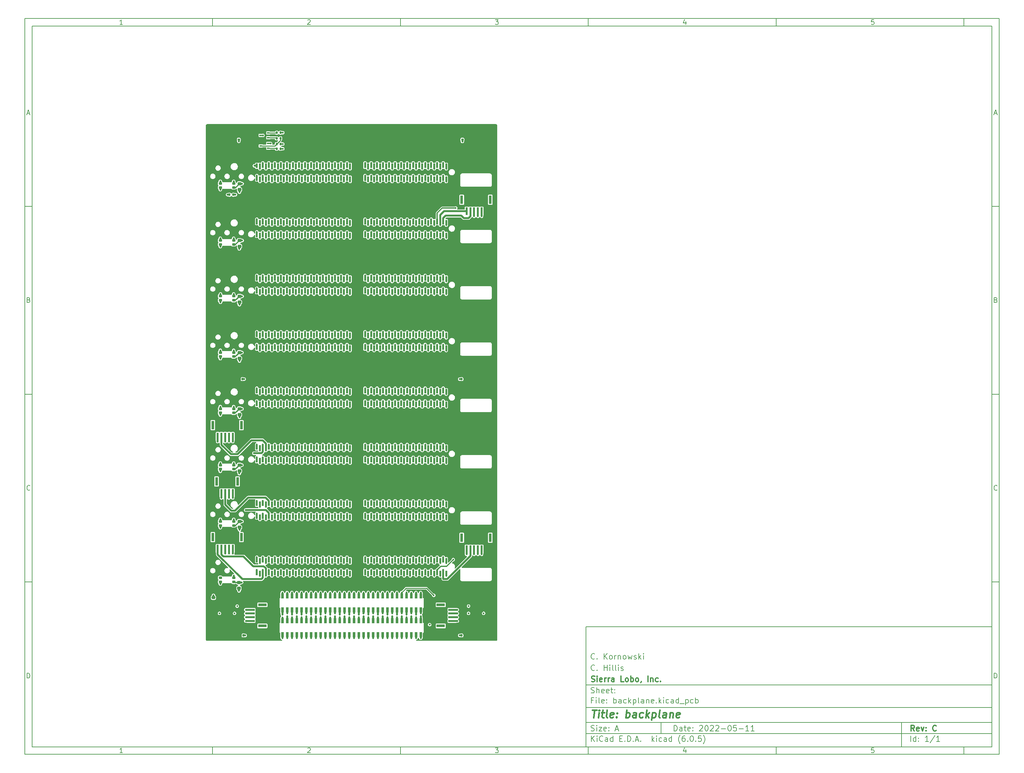
<source format=gtl>
G04 #@! TF.GenerationSoftware,KiCad,Pcbnew,(6.0.5)*
G04 #@! TF.CreationDate,2022-05-19T10:27:31-04:00*
G04 #@! TF.ProjectId,backplane,6261636b-706c-4616-9e65-2e6b69636164,C*
G04 #@! TF.SameCoordinates,Original*
G04 #@! TF.FileFunction,Copper,L1,Top*
G04 #@! TF.FilePolarity,Positive*
%FSLAX46Y46*%
G04 Gerber Fmt 4.6, Leading zero omitted, Abs format (unit mm)*
G04 Created by KiCad (PCBNEW (6.0.5)) date 2022-05-19 10:27:31*
%MOMM*%
%LPD*%
G01*
G04 APERTURE LIST*
G04 Aperture macros list*
%AMRoundRect*
0 Rectangle with rounded corners*
0 $1 Rounding radius*
0 $2 $3 $4 $5 $6 $7 $8 $9 X,Y pos of 4 corners*
0 Add a 4 corners polygon primitive as box body*
4,1,4,$2,$3,$4,$5,$6,$7,$8,$9,$2,$3,0*
0 Add four circle primitives for the rounded corners*
1,1,$1+$1,$2,$3*
1,1,$1+$1,$4,$5*
1,1,$1+$1,$6,$7*
1,1,$1+$1,$8,$9*
0 Add four rect primitives between the rounded corners*
20,1,$1+$1,$2,$3,$4,$5,0*
20,1,$1+$1,$4,$5,$6,$7,0*
20,1,$1+$1,$6,$7,$8,$9,0*
20,1,$1+$1,$8,$9,$2,$3,0*%
G04 Aperture macros list end*
%ADD10C,0.100000*%
%ADD11C,0.150000*%
%ADD12C,0.300000*%
%ADD13C,0.400000*%
G04 #@! TA.AperFunction,SMDPad,CuDef*
%ADD14RoundRect,0.140000X0.170000X-0.140000X0.170000X0.140000X-0.170000X0.140000X-0.170000X-0.140000X0*%
G04 #@! TD*
G04 #@! TA.AperFunction,SMDPad,CuDef*
%ADD15RoundRect,0.140000X0.140000X0.170000X-0.140000X0.170000X-0.140000X-0.170000X0.140000X-0.170000X0*%
G04 #@! TD*
G04 #@! TA.AperFunction,SMDPad,CuDef*
%ADD16RoundRect,0.140000X-0.140000X-0.170000X0.140000X-0.170000X0.140000X0.170000X-0.140000X0.170000X0*%
G04 #@! TD*
G04 #@! TA.AperFunction,SMDPad,CuDef*
%ADD17R,0.500000X1.200000*%
G04 #@! TD*
G04 #@! TA.AperFunction,ComponentPad*
%ADD18C,5.334000*%
G04 #@! TD*
G04 #@! TA.AperFunction,SMDPad,CuDef*
%ADD19RoundRect,0.200000X-0.275000X0.200000X-0.275000X-0.200000X0.275000X-0.200000X0.275000X0.200000X0*%
G04 #@! TD*
G04 #@! TA.AperFunction,SMDPad,CuDef*
%ADD20R,0.740000X1.470000*%
G04 #@! TD*
G04 #@! TA.AperFunction,SMDPad,CuDef*
%ADD21R,0.700000X0.450000*%
G04 #@! TD*
G04 #@! TA.AperFunction,SMDPad,CuDef*
%ADD22RoundRect,0.135000X-0.135000X-0.185000X0.135000X-0.185000X0.135000X0.185000X-0.135000X0.185000X0*%
G04 #@! TD*
G04 #@! TA.AperFunction,SMDPad,CuDef*
%ADD23RoundRect,0.135000X0.135000X0.185000X-0.135000X0.185000X-0.135000X-0.185000X0.135000X-0.185000X0*%
G04 #@! TD*
G04 #@! TA.AperFunction,SMDPad,CuDef*
%ADD24RoundRect,0.187500X0.237500X0.187500X-0.237500X0.187500X-0.237500X-0.187500X0.237500X-0.187500X0*%
G04 #@! TD*
G04 #@! TA.AperFunction,SMDPad,CuDef*
%ADD25RoundRect,0.225000X-0.250000X0.225000X-0.250000X-0.225000X0.250000X-0.225000X0.250000X0.225000X0*%
G04 #@! TD*
G04 #@! TA.AperFunction,SMDPad,CuDef*
%ADD26R,0.600000X2.025000*%
G04 #@! TD*
G04 #@! TA.AperFunction,SMDPad,CuDef*
%ADD27R,0.800000X2.275000*%
G04 #@! TD*
G04 #@! TA.AperFunction,SMDPad,CuDef*
%ADD28R,2.025000X0.600000*%
G04 #@! TD*
G04 #@! TA.AperFunction,SMDPad,CuDef*
%ADD29R,2.275000X0.800000*%
G04 #@! TD*
G04 #@! TA.AperFunction,ViaPad*
%ADD30C,0.500000*%
G04 #@! TD*
G04 #@! TA.AperFunction,Conductor*
%ADD31C,0.500000*%
G04 #@! TD*
G04 #@! TA.AperFunction,Conductor*
%ADD32C,0.300000*%
G04 #@! TD*
G04 #@! TA.AperFunction,Conductor*
%ADD33C,0.250000*%
G04 #@! TD*
G04 APERTURE END LIST*
D10*
D11*
X159400000Y-171900000D02*
X159400000Y-203900000D01*
X267400000Y-203900000D01*
X267400000Y-171900000D01*
X159400000Y-171900000D01*
D10*
D11*
X10000000Y-10000000D02*
X10000000Y-205900000D01*
X269400000Y-205900000D01*
X269400000Y-10000000D01*
X10000000Y-10000000D01*
D10*
D11*
X12000000Y-12000000D02*
X12000000Y-203900000D01*
X267400000Y-203900000D01*
X267400000Y-12000000D01*
X12000000Y-12000000D01*
D10*
D11*
X60000000Y-12000000D02*
X60000000Y-10000000D01*
D10*
D11*
X110000000Y-12000000D02*
X110000000Y-10000000D01*
D10*
D11*
X160000000Y-12000000D02*
X160000000Y-10000000D01*
D10*
D11*
X210000000Y-12000000D02*
X210000000Y-10000000D01*
D10*
D11*
X260000000Y-12000000D02*
X260000000Y-10000000D01*
D10*
D11*
X36065476Y-11588095D02*
X35322619Y-11588095D01*
X35694047Y-11588095D02*
X35694047Y-10288095D01*
X35570238Y-10473809D01*
X35446428Y-10597619D01*
X35322619Y-10659523D01*
D10*
D11*
X85322619Y-10411904D02*
X85384523Y-10350000D01*
X85508333Y-10288095D01*
X85817857Y-10288095D01*
X85941666Y-10350000D01*
X86003571Y-10411904D01*
X86065476Y-10535714D01*
X86065476Y-10659523D01*
X86003571Y-10845238D01*
X85260714Y-11588095D01*
X86065476Y-11588095D01*
D10*
D11*
X135260714Y-10288095D02*
X136065476Y-10288095D01*
X135632142Y-10783333D01*
X135817857Y-10783333D01*
X135941666Y-10845238D01*
X136003571Y-10907142D01*
X136065476Y-11030952D01*
X136065476Y-11340476D01*
X136003571Y-11464285D01*
X135941666Y-11526190D01*
X135817857Y-11588095D01*
X135446428Y-11588095D01*
X135322619Y-11526190D01*
X135260714Y-11464285D01*
D10*
D11*
X185941666Y-10721428D02*
X185941666Y-11588095D01*
X185632142Y-10226190D02*
X185322619Y-11154761D01*
X186127380Y-11154761D01*
D10*
D11*
X236003571Y-10288095D02*
X235384523Y-10288095D01*
X235322619Y-10907142D01*
X235384523Y-10845238D01*
X235508333Y-10783333D01*
X235817857Y-10783333D01*
X235941666Y-10845238D01*
X236003571Y-10907142D01*
X236065476Y-11030952D01*
X236065476Y-11340476D01*
X236003571Y-11464285D01*
X235941666Y-11526190D01*
X235817857Y-11588095D01*
X235508333Y-11588095D01*
X235384523Y-11526190D01*
X235322619Y-11464285D01*
D10*
D11*
X60000000Y-203900000D02*
X60000000Y-205900000D01*
D10*
D11*
X110000000Y-203900000D02*
X110000000Y-205900000D01*
D10*
D11*
X160000000Y-203900000D02*
X160000000Y-205900000D01*
D10*
D11*
X210000000Y-203900000D02*
X210000000Y-205900000D01*
D10*
D11*
X260000000Y-203900000D02*
X260000000Y-205900000D01*
D10*
D11*
X36065476Y-205488095D02*
X35322619Y-205488095D01*
X35694047Y-205488095D02*
X35694047Y-204188095D01*
X35570238Y-204373809D01*
X35446428Y-204497619D01*
X35322619Y-204559523D01*
D10*
D11*
X85322619Y-204311904D02*
X85384523Y-204250000D01*
X85508333Y-204188095D01*
X85817857Y-204188095D01*
X85941666Y-204250000D01*
X86003571Y-204311904D01*
X86065476Y-204435714D01*
X86065476Y-204559523D01*
X86003571Y-204745238D01*
X85260714Y-205488095D01*
X86065476Y-205488095D01*
D10*
D11*
X135260714Y-204188095D02*
X136065476Y-204188095D01*
X135632142Y-204683333D01*
X135817857Y-204683333D01*
X135941666Y-204745238D01*
X136003571Y-204807142D01*
X136065476Y-204930952D01*
X136065476Y-205240476D01*
X136003571Y-205364285D01*
X135941666Y-205426190D01*
X135817857Y-205488095D01*
X135446428Y-205488095D01*
X135322619Y-205426190D01*
X135260714Y-205364285D01*
D10*
D11*
X185941666Y-204621428D02*
X185941666Y-205488095D01*
X185632142Y-204126190D02*
X185322619Y-205054761D01*
X186127380Y-205054761D01*
D10*
D11*
X236003571Y-204188095D02*
X235384523Y-204188095D01*
X235322619Y-204807142D01*
X235384523Y-204745238D01*
X235508333Y-204683333D01*
X235817857Y-204683333D01*
X235941666Y-204745238D01*
X236003571Y-204807142D01*
X236065476Y-204930952D01*
X236065476Y-205240476D01*
X236003571Y-205364285D01*
X235941666Y-205426190D01*
X235817857Y-205488095D01*
X235508333Y-205488095D01*
X235384523Y-205426190D01*
X235322619Y-205364285D01*
D10*
D11*
X10000000Y-60000000D02*
X12000000Y-60000000D01*
D10*
D11*
X10000000Y-110000000D02*
X12000000Y-110000000D01*
D10*
D11*
X10000000Y-160000000D02*
X12000000Y-160000000D01*
D10*
D11*
X10690476Y-35216666D02*
X11309523Y-35216666D01*
X10566666Y-35588095D02*
X11000000Y-34288095D01*
X11433333Y-35588095D01*
D10*
D11*
X11092857Y-84907142D02*
X11278571Y-84969047D01*
X11340476Y-85030952D01*
X11402380Y-85154761D01*
X11402380Y-85340476D01*
X11340476Y-85464285D01*
X11278571Y-85526190D01*
X11154761Y-85588095D01*
X10659523Y-85588095D01*
X10659523Y-84288095D01*
X11092857Y-84288095D01*
X11216666Y-84350000D01*
X11278571Y-84411904D01*
X11340476Y-84535714D01*
X11340476Y-84659523D01*
X11278571Y-84783333D01*
X11216666Y-84845238D01*
X11092857Y-84907142D01*
X10659523Y-84907142D01*
D10*
D11*
X11402380Y-135464285D02*
X11340476Y-135526190D01*
X11154761Y-135588095D01*
X11030952Y-135588095D01*
X10845238Y-135526190D01*
X10721428Y-135402380D01*
X10659523Y-135278571D01*
X10597619Y-135030952D01*
X10597619Y-134845238D01*
X10659523Y-134597619D01*
X10721428Y-134473809D01*
X10845238Y-134350000D01*
X11030952Y-134288095D01*
X11154761Y-134288095D01*
X11340476Y-134350000D01*
X11402380Y-134411904D01*
D10*
D11*
X10659523Y-185588095D02*
X10659523Y-184288095D01*
X10969047Y-184288095D01*
X11154761Y-184350000D01*
X11278571Y-184473809D01*
X11340476Y-184597619D01*
X11402380Y-184845238D01*
X11402380Y-185030952D01*
X11340476Y-185278571D01*
X11278571Y-185402380D01*
X11154761Y-185526190D01*
X10969047Y-185588095D01*
X10659523Y-185588095D01*
D10*
D11*
X269400000Y-60000000D02*
X267400000Y-60000000D01*
D10*
D11*
X269400000Y-110000000D02*
X267400000Y-110000000D01*
D10*
D11*
X269400000Y-160000000D02*
X267400000Y-160000000D01*
D10*
D11*
X268090476Y-35216666D02*
X268709523Y-35216666D01*
X267966666Y-35588095D02*
X268400000Y-34288095D01*
X268833333Y-35588095D01*
D10*
D11*
X268492857Y-84907142D02*
X268678571Y-84969047D01*
X268740476Y-85030952D01*
X268802380Y-85154761D01*
X268802380Y-85340476D01*
X268740476Y-85464285D01*
X268678571Y-85526190D01*
X268554761Y-85588095D01*
X268059523Y-85588095D01*
X268059523Y-84288095D01*
X268492857Y-84288095D01*
X268616666Y-84350000D01*
X268678571Y-84411904D01*
X268740476Y-84535714D01*
X268740476Y-84659523D01*
X268678571Y-84783333D01*
X268616666Y-84845238D01*
X268492857Y-84907142D01*
X268059523Y-84907142D01*
D10*
D11*
X268802380Y-135464285D02*
X268740476Y-135526190D01*
X268554761Y-135588095D01*
X268430952Y-135588095D01*
X268245238Y-135526190D01*
X268121428Y-135402380D01*
X268059523Y-135278571D01*
X267997619Y-135030952D01*
X267997619Y-134845238D01*
X268059523Y-134597619D01*
X268121428Y-134473809D01*
X268245238Y-134350000D01*
X268430952Y-134288095D01*
X268554761Y-134288095D01*
X268740476Y-134350000D01*
X268802380Y-134411904D01*
D10*
D11*
X268059523Y-185588095D02*
X268059523Y-184288095D01*
X268369047Y-184288095D01*
X268554761Y-184350000D01*
X268678571Y-184473809D01*
X268740476Y-184597619D01*
X268802380Y-184845238D01*
X268802380Y-185030952D01*
X268740476Y-185278571D01*
X268678571Y-185402380D01*
X268554761Y-185526190D01*
X268369047Y-185588095D01*
X268059523Y-185588095D01*
D10*
D11*
X182832142Y-199678571D02*
X182832142Y-198178571D01*
X183189285Y-198178571D01*
X183403571Y-198250000D01*
X183546428Y-198392857D01*
X183617857Y-198535714D01*
X183689285Y-198821428D01*
X183689285Y-199035714D01*
X183617857Y-199321428D01*
X183546428Y-199464285D01*
X183403571Y-199607142D01*
X183189285Y-199678571D01*
X182832142Y-199678571D01*
X184975000Y-199678571D02*
X184975000Y-198892857D01*
X184903571Y-198750000D01*
X184760714Y-198678571D01*
X184475000Y-198678571D01*
X184332142Y-198750000D01*
X184975000Y-199607142D02*
X184832142Y-199678571D01*
X184475000Y-199678571D01*
X184332142Y-199607142D01*
X184260714Y-199464285D01*
X184260714Y-199321428D01*
X184332142Y-199178571D01*
X184475000Y-199107142D01*
X184832142Y-199107142D01*
X184975000Y-199035714D01*
X185475000Y-198678571D02*
X186046428Y-198678571D01*
X185689285Y-198178571D02*
X185689285Y-199464285D01*
X185760714Y-199607142D01*
X185903571Y-199678571D01*
X186046428Y-199678571D01*
X187117857Y-199607142D02*
X186975000Y-199678571D01*
X186689285Y-199678571D01*
X186546428Y-199607142D01*
X186475000Y-199464285D01*
X186475000Y-198892857D01*
X186546428Y-198750000D01*
X186689285Y-198678571D01*
X186975000Y-198678571D01*
X187117857Y-198750000D01*
X187189285Y-198892857D01*
X187189285Y-199035714D01*
X186475000Y-199178571D01*
X187832142Y-199535714D02*
X187903571Y-199607142D01*
X187832142Y-199678571D01*
X187760714Y-199607142D01*
X187832142Y-199535714D01*
X187832142Y-199678571D01*
X187832142Y-198750000D02*
X187903571Y-198821428D01*
X187832142Y-198892857D01*
X187760714Y-198821428D01*
X187832142Y-198750000D01*
X187832142Y-198892857D01*
X189617857Y-198321428D02*
X189689285Y-198250000D01*
X189832142Y-198178571D01*
X190189285Y-198178571D01*
X190332142Y-198250000D01*
X190403571Y-198321428D01*
X190475000Y-198464285D01*
X190475000Y-198607142D01*
X190403571Y-198821428D01*
X189546428Y-199678571D01*
X190475000Y-199678571D01*
X191403571Y-198178571D02*
X191546428Y-198178571D01*
X191689285Y-198250000D01*
X191760714Y-198321428D01*
X191832142Y-198464285D01*
X191903571Y-198750000D01*
X191903571Y-199107142D01*
X191832142Y-199392857D01*
X191760714Y-199535714D01*
X191689285Y-199607142D01*
X191546428Y-199678571D01*
X191403571Y-199678571D01*
X191260714Y-199607142D01*
X191189285Y-199535714D01*
X191117857Y-199392857D01*
X191046428Y-199107142D01*
X191046428Y-198750000D01*
X191117857Y-198464285D01*
X191189285Y-198321428D01*
X191260714Y-198250000D01*
X191403571Y-198178571D01*
X192475000Y-198321428D02*
X192546428Y-198250000D01*
X192689285Y-198178571D01*
X193046428Y-198178571D01*
X193189285Y-198250000D01*
X193260714Y-198321428D01*
X193332142Y-198464285D01*
X193332142Y-198607142D01*
X193260714Y-198821428D01*
X192403571Y-199678571D01*
X193332142Y-199678571D01*
X193903571Y-198321428D02*
X193975000Y-198250000D01*
X194117857Y-198178571D01*
X194475000Y-198178571D01*
X194617857Y-198250000D01*
X194689285Y-198321428D01*
X194760714Y-198464285D01*
X194760714Y-198607142D01*
X194689285Y-198821428D01*
X193832142Y-199678571D01*
X194760714Y-199678571D01*
X195403571Y-199107142D02*
X196546428Y-199107142D01*
X197546428Y-198178571D02*
X197689285Y-198178571D01*
X197832142Y-198250000D01*
X197903571Y-198321428D01*
X197975000Y-198464285D01*
X198046428Y-198750000D01*
X198046428Y-199107142D01*
X197975000Y-199392857D01*
X197903571Y-199535714D01*
X197832142Y-199607142D01*
X197689285Y-199678571D01*
X197546428Y-199678571D01*
X197403571Y-199607142D01*
X197332142Y-199535714D01*
X197260714Y-199392857D01*
X197189285Y-199107142D01*
X197189285Y-198750000D01*
X197260714Y-198464285D01*
X197332142Y-198321428D01*
X197403571Y-198250000D01*
X197546428Y-198178571D01*
X199403571Y-198178571D02*
X198689285Y-198178571D01*
X198617857Y-198892857D01*
X198689285Y-198821428D01*
X198832142Y-198750000D01*
X199189285Y-198750000D01*
X199332142Y-198821428D01*
X199403571Y-198892857D01*
X199475000Y-199035714D01*
X199475000Y-199392857D01*
X199403571Y-199535714D01*
X199332142Y-199607142D01*
X199189285Y-199678571D01*
X198832142Y-199678571D01*
X198689285Y-199607142D01*
X198617857Y-199535714D01*
X200117857Y-199107142D02*
X201260714Y-199107142D01*
X202760714Y-199678571D02*
X201903571Y-199678571D01*
X202332142Y-199678571D02*
X202332142Y-198178571D01*
X202189285Y-198392857D01*
X202046428Y-198535714D01*
X201903571Y-198607142D01*
X204189285Y-199678571D02*
X203332142Y-199678571D01*
X203760714Y-199678571D02*
X203760714Y-198178571D01*
X203617857Y-198392857D01*
X203475000Y-198535714D01*
X203332142Y-198607142D01*
D10*
D11*
X159400000Y-200400000D02*
X267400000Y-200400000D01*
D10*
D11*
X160832142Y-202478571D02*
X160832142Y-200978571D01*
X161689285Y-202478571D02*
X161046428Y-201621428D01*
X161689285Y-200978571D02*
X160832142Y-201835714D01*
X162332142Y-202478571D02*
X162332142Y-201478571D01*
X162332142Y-200978571D02*
X162260714Y-201050000D01*
X162332142Y-201121428D01*
X162403571Y-201050000D01*
X162332142Y-200978571D01*
X162332142Y-201121428D01*
X163903571Y-202335714D02*
X163832142Y-202407142D01*
X163617857Y-202478571D01*
X163475000Y-202478571D01*
X163260714Y-202407142D01*
X163117857Y-202264285D01*
X163046428Y-202121428D01*
X162975000Y-201835714D01*
X162975000Y-201621428D01*
X163046428Y-201335714D01*
X163117857Y-201192857D01*
X163260714Y-201050000D01*
X163475000Y-200978571D01*
X163617857Y-200978571D01*
X163832142Y-201050000D01*
X163903571Y-201121428D01*
X165189285Y-202478571D02*
X165189285Y-201692857D01*
X165117857Y-201550000D01*
X164975000Y-201478571D01*
X164689285Y-201478571D01*
X164546428Y-201550000D01*
X165189285Y-202407142D02*
X165046428Y-202478571D01*
X164689285Y-202478571D01*
X164546428Y-202407142D01*
X164475000Y-202264285D01*
X164475000Y-202121428D01*
X164546428Y-201978571D01*
X164689285Y-201907142D01*
X165046428Y-201907142D01*
X165189285Y-201835714D01*
X166546428Y-202478571D02*
X166546428Y-200978571D01*
X166546428Y-202407142D02*
X166403571Y-202478571D01*
X166117857Y-202478571D01*
X165975000Y-202407142D01*
X165903571Y-202335714D01*
X165832142Y-202192857D01*
X165832142Y-201764285D01*
X165903571Y-201621428D01*
X165975000Y-201550000D01*
X166117857Y-201478571D01*
X166403571Y-201478571D01*
X166546428Y-201550000D01*
X168403571Y-201692857D02*
X168903571Y-201692857D01*
X169117857Y-202478571D02*
X168403571Y-202478571D01*
X168403571Y-200978571D01*
X169117857Y-200978571D01*
X169760714Y-202335714D02*
X169832142Y-202407142D01*
X169760714Y-202478571D01*
X169689285Y-202407142D01*
X169760714Y-202335714D01*
X169760714Y-202478571D01*
X170475000Y-202478571D02*
X170475000Y-200978571D01*
X170832142Y-200978571D01*
X171046428Y-201050000D01*
X171189285Y-201192857D01*
X171260714Y-201335714D01*
X171332142Y-201621428D01*
X171332142Y-201835714D01*
X171260714Y-202121428D01*
X171189285Y-202264285D01*
X171046428Y-202407142D01*
X170832142Y-202478571D01*
X170475000Y-202478571D01*
X171975000Y-202335714D02*
X172046428Y-202407142D01*
X171975000Y-202478571D01*
X171903571Y-202407142D01*
X171975000Y-202335714D01*
X171975000Y-202478571D01*
X172617857Y-202050000D02*
X173332142Y-202050000D01*
X172475000Y-202478571D02*
X172975000Y-200978571D01*
X173475000Y-202478571D01*
X173975000Y-202335714D02*
X174046428Y-202407142D01*
X173975000Y-202478571D01*
X173903571Y-202407142D01*
X173975000Y-202335714D01*
X173975000Y-202478571D01*
X176975000Y-202478571D02*
X176975000Y-200978571D01*
X177117857Y-201907142D02*
X177546428Y-202478571D01*
X177546428Y-201478571D02*
X176975000Y-202050000D01*
X178189285Y-202478571D02*
X178189285Y-201478571D01*
X178189285Y-200978571D02*
X178117857Y-201050000D01*
X178189285Y-201121428D01*
X178260714Y-201050000D01*
X178189285Y-200978571D01*
X178189285Y-201121428D01*
X179546428Y-202407142D02*
X179403571Y-202478571D01*
X179117857Y-202478571D01*
X178975000Y-202407142D01*
X178903571Y-202335714D01*
X178832142Y-202192857D01*
X178832142Y-201764285D01*
X178903571Y-201621428D01*
X178975000Y-201550000D01*
X179117857Y-201478571D01*
X179403571Y-201478571D01*
X179546428Y-201550000D01*
X180832142Y-202478571D02*
X180832142Y-201692857D01*
X180760714Y-201550000D01*
X180617857Y-201478571D01*
X180332142Y-201478571D01*
X180189285Y-201550000D01*
X180832142Y-202407142D02*
X180689285Y-202478571D01*
X180332142Y-202478571D01*
X180189285Y-202407142D01*
X180117857Y-202264285D01*
X180117857Y-202121428D01*
X180189285Y-201978571D01*
X180332142Y-201907142D01*
X180689285Y-201907142D01*
X180832142Y-201835714D01*
X182189285Y-202478571D02*
X182189285Y-200978571D01*
X182189285Y-202407142D02*
X182046428Y-202478571D01*
X181760714Y-202478571D01*
X181617857Y-202407142D01*
X181546428Y-202335714D01*
X181475000Y-202192857D01*
X181475000Y-201764285D01*
X181546428Y-201621428D01*
X181617857Y-201550000D01*
X181760714Y-201478571D01*
X182046428Y-201478571D01*
X182189285Y-201550000D01*
X184475000Y-203050000D02*
X184403571Y-202978571D01*
X184260714Y-202764285D01*
X184189285Y-202621428D01*
X184117857Y-202407142D01*
X184046428Y-202050000D01*
X184046428Y-201764285D01*
X184117857Y-201407142D01*
X184189285Y-201192857D01*
X184260714Y-201050000D01*
X184403571Y-200835714D01*
X184475000Y-200764285D01*
X185689285Y-200978571D02*
X185403571Y-200978571D01*
X185260714Y-201050000D01*
X185189285Y-201121428D01*
X185046428Y-201335714D01*
X184975000Y-201621428D01*
X184975000Y-202192857D01*
X185046428Y-202335714D01*
X185117857Y-202407142D01*
X185260714Y-202478571D01*
X185546428Y-202478571D01*
X185689285Y-202407142D01*
X185760714Y-202335714D01*
X185832142Y-202192857D01*
X185832142Y-201835714D01*
X185760714Y-201692857D01*
X185689285Y-201621428D01*
X185546428Y-201550000D01*
X185260714Y-201550000D01*
X185117857Y-201621428D01*
X185046428Y-201692857D01*
X184975000Y-201835714D01*
X186475000Y-202335714D02*
X186546428Y-202407142D01*
X186475000Y-202478571D01*
X186403571Y-202407142D01*
X186475000Y-202335714D01*
X186475000Y-202478571D01*
X187475000Y-200978571D02*
X187617857Y-200978571D01*
X187760714Y-201050000D01*
X187832142Y-201121428D01*
X187903571Y-201264285D01*
X187975000Y-201550000D01*
X187975000Y-201907142D01*
X187903571Y-202192857D01*
X187832142Y-202335714D01*
X187760714Y-202407142D01*
X187617857Y-202478571D01*
X187475000Y-202478571D01*
X187332142Y-202407142D01*
X187260714Y-202335714D01*
X187189285Y-202192857D01*
X187117857Y-201907142D01*
X187117857Y-201550000D01*
X187189285Y-201264285D01*
X187260714Y-201121428D01*
X187332142Y-201050000D01*
X187475000Y-200978571D01*
X188617857Y-202335714D02*
X188689285Y-202407142D01*
X188617857Y-202478571D01*
X188546428Y-202407142D01*
X188617857Y-202335714D01*
X188617857Y-202478571D01*
X190046428Y-200978571D02*
X189332142Y-200978571D01*
X189260714Y-201692857D01*
X189332142Y-201621428D01*
X189475000Y-201550000D01*
X189832142Y-201550000D01*
X189975000Y-201621428D01*
X190046428Y-201692857D01*
X190117857Y-201835714D01*
X190117857Y-202192857D01*
X190046428Y-202335714D01*
X189975000Y-202407142D01*
X189832142Y-202478571D01*
X189475000Y-202478571D01*
X189332142Y-202407142D01*
X189260714Y-202335714D01*
X190617857Y-203050000D02*
X190689285Y-202978571D01*
X190832142Y-202764285D01*
X190903571Y-202621428D01*
X190975000Y-202407142D01*
X191046428Y-202050000D01*
X191046428Y-201764285D01*
X190975000Y-201407142D01*
X190903571Y-201192857D01*
X190832142Y-201050000D01*
X190689285Y-200835714D01*
X190617857Y-200764285D01*
D10*
D11*
X159400000Y-197400000D02*
X267400000Y-197400000D01*
D10*
D12*
X246809285Y-199678571D02*
X246309285Y-198964285D01*
X245952142Y-199678571D02*
X245952142Y-198178571D01*
X246523571Y-198178571D01*
X246666428Y-198250000D01*
X246737857Y-198321428D01*
X246809285Y-198464285D01*
X246809285Y-198678571D01*
X246737857Y-198821428D01*
X246666428Y-198892857D01*
X246523571Y-198964285D01*
X245952142Y-198964285D01*
X248023571Y-199607142D02*
X247880714Y-199678571D01*
X247595000Y-199678571D01*
X247452142Y-199607142D01*
X247380714Y-199464285D01*
X247380714Y-198892857D01*
X247452142Y-198750000D01*
X247595000Y-198678571D01*
X247880714Y-198678571D01*
X248023571Y-198750000D01*
X248095000Y-198892857D01*
X248095000Y-199035714D01*
X247380714Y-199178571D01*
X248595000Y-198678571D02*
X248952142Y-199678571D01*
X249309285Y-198678571D01*
X249880714Y-199535714D02*
X249952142Y-199607142D01*
X249880714Y-199678571D01*
X249809285Y-199607142D01*
X249880714Y-199535714D01*
X249880714Y-199678571D01*
X249880714Y-198750000D02*
X249952142Y-198821428D01*
X249880714Y-198892857D01*
X249809285Y-198821428D01*
X249880714Y-198750000D01*
X249880714Y-198892857D01*
X252595000Y-199535714D02*
X252523571Y-199607142D01*
X252309285Y-199678571D01*
X252166428Y-199678571D01*
X251952142Y-199607142D01*
X251809285Y-199464285D01*
X251737857Y-199321428D01*
X251666428Y-199035714D01*
X251666428Y-198821428D01*
X251737857Y-198535714D01*
X251809285Y-198392857D01*
X251952142Y-198250000D01*
X252166428Y-198178571D01*
X252309285Y-198178571D01*
X252523571Y-198250000D01*
X252595000Y-198321428D01*
D10*
D11*
X160760714Y-199607142D02*
X160975000Y-199678571D01*
X161332142Y-199678571D01*
X161475000Y-199607142D01*
X161546428Y-199535714D01*
X161617857Y-199392857D01*
X161617857Y-199250000D01*
X161546428Y-199107142D01*
X161475000Y-199035714D01*
X161332142Y-198964285D01*
X161046428Y-198892857D01*
X160903571Y-198821428D01*
X160832142Y-198750000D01*
X160760714Y-198607142D01*
X160760714Y-198464285D01*
X160832142Y-198321428D01*
X160903571Y-198250000D01*
X161046428Y-198178571D01*
X161403571Y-198178571D01*
X161617857Y-198250000D01*
X162260714Y-199678571D02*
X162260714Y-198678571D01*
X162260714Y-198178571D02*
X162189285Y-198250000D01*
X162260714Y-198321428D01*
X162332142Y-198250000D01*
X162260714Y-198178571D01*
X162260714Y-198321428D01*
X162832142Y-198678571D02*
X163617857Y-198678571D01*
X162832142Y-199678571D01*
X163617857Y-199678571D01*
X164760714Y-199607142D02*
X164617857Y-199678571D01*
X164332142Y-199678571D01*
X164189285Y-199607142D01*
X164117857Y-199464285D01*
X164117857Y-198892857D01*
X164189285Y-198750000D01*
X164332142Y-198678571D01*
X164617857Y-198678571D01*
X164760714Y-198750000D01*
X164832142Y-198892857D01*
X164832142Y-199035714D01*
X164117857Y-199178571D01*
X165475000Y-199535714D02*
X165546428Y-199607142D01*
X165475000Y-199678571D01*
X165403571Y-199607142D01*
X165475000Y-199535714D01*
X165475000Y-199678571D01*
X165475000Y-198750000D02*
X165546428Y-198821428D01*
X165475000Y-198892857D01*
X165403571Y-198821428D01*
X165475000Y-198750000D01*
X165475000Y-198892857D01*
X167260714Y-199250000D02*
X167975000Y-199250000D01*
X167117857Y-199678571D02*
X167617857Y-198178571D01*
X168117857Y-199678571D01*
D10*
D11*
X245832142Y-202478571D02*
X245832142Y-200978571D01*
X247189285Y-202478571D02*
X247189285Y-200978571D01*
X247189285Y-202407142D02*
X247046428Y-202478571D01*
X246760714Y-202478571D01*
X246617857Y-202407142D01*
X246546428Y-202335714D01*
X246475000Y-202192857D01*
X246475000Y-201764285D01*
X246546428Y-201621428D01*
X246617857Y-201550000D01*
X246760714Y-201478571D01*
X247046428Y-201478571D01*
X247189285Y-201550000D01*
X247903571Y-202335714D02*
X247975000Y-202407142D01*
X247903571Y-202478571D01*
X247832142Y-202407142D01*
X247903571Y-202335714D01*
X247903571Y-202478571D01*
X247903571Y-201550000D02*
X247975000Y-201621428D01*
X247903571Y-201692857D01*
X247832142Y-201621428D01*
X247903571Y-201550000D01*
X247903571Y-201692857D01*
X250546428Y-202478571D02*
X249689285Y-202478571D01*
X250117857Y-202478571D02*
X250117857Y-200978571D01*
X249975000Y-201192857D01*
X249832142Y-201335714D01*
X249689285Y-201407142D01*
X252260714Y-200907142D02*
X250975000Y-202835714D01*
X253546428Y-202478571D02*
X252689285Y-202478571D01*
X253117857Y-202478571D02*
X253117857Y-200978571D01*
X252975000Y-201192857D01*
X252832142Y-201335714D01*
X252689285Y-201407142D01*
D10*
D11*
X159400000Y-193400000D02*
X267400000Y-193400000D01*
D10*
D13*
X161112380Y-194104761D02*
X162255238Y-194104761D01*
X161433809Y-196104761D02*
X161683809Y-194104761D01*
X162671904Y-196104761D02*
X162838571Y-194771428D01*
X162921904Y-194104761D02*
X162814761Y-194200000D01*
X162898095Y-194295238D01*
X163005238Y-194200000D01*
X162921904Y-194104761D01*
X162898095Y-194295238D01*
X163505238Y-194771428D02*
X164267142Y-194771428D01*
X163874285Y-194104761D02*
X163660000Y-195819047D01*
X163731428Y-196009523D01*
X163910000Y-196104761D01*
X164100476Y-196104761D01*
X165052857Y-196104761D02*
X164874285Y-196009523D01*
X164802857Y-195819047D01*
X165017142Y-194104761D01*
X166588571Y-196009523D02*
X166386190Y-196104761D01*
X166005238Y-196104761D01*
X165826666Y-196009523D01*
X165755238Y-195819047D01*
X165850476Y-195057142D01*
X165969523Y-194866666D01*
X166171904Y-194771428D01*
X166552857Y-194771428D01*
X166731428Y-194866666D01*
X166802857Y-195057142D01*
X166779047Y-195247619D01*
X165802857Y-195438095D01*
X167552857Y-195914285D02*
X167636190Y-196009523D01*
X167529047Y-196104761D01*
X167445714Y-196009523D01*
X167552857Y-195914285D01*
X167529047Y-196104761D01*
X167683809Y-194866666D02*
X167767142Y-194961904D01*
X167660000Y-195057142D01*
X167576666Y-194961904D01*
X167683809Y-194866666D01*
X167660000Y-195057142D01*
X170005238Y-196104761D02*
X170255238Y-194104761D01*
X170160000Y-194866666D02*
X170362380Y-194771428D01*
X170743333Y-194771428D01*
X170921904Y-194866666D01*
X171005238Y-194961904D01*
X171076666Y-195152380D01*
X171005238Y-195723809D01*
X170886190Y-195914285D01*
X170779047Y-196009523D01*
X170576666Y-196104761D01*
X170195714Y-196104761D01*
X170017142Y-196009523D01*
X172671904Y-196104761D02*
X172802857Y-195057142D01*
X172731428Y-194866666D01*
X172552857Y-194771428D01*
X172171904Y-194771428D01*
X171969523Y-194866666D01*
X172683809Y-196009523D02*
X172481428Y-196104761D01*
X172005238Y-196104761D01*
X171826666Y-196009523D01*
X171755238Y-195819047D01*
X171779047Y-195628571D01*
X171898095Y-195438095D01*
X172100476Y-195342857D01*
X172576666Y-195342857D01*
X172779047Y-195247619D01*
X174493333Y-196009523D02*
X174290952Y-196104761D01*
X173910000Y-196104761D01*
X173731428Y-196009523D01*
X173648095Y-195914285D01*
X173576666Y-195723809D01*
X173648095Y-195152380D01*
X173767142Y-194961904D01*
X173874285Y-194866666D01*
X174076666Y-194771428D01*
X174457619Y-194771428D01*
X174636190Y-194866666D01*
X175338571Y-196104761D02*
X175588571Y-194104761D01*
X175624285Y-195342857D02*
X176100476Y-196104761D01*
X176267142Y-194771428D02*
X175410000Y-195533333D01*
X177124285Y-194771428D02*
X176874285Y-196771428D01*
X177112380Y-194866666D02*
X177314761Y-194771428D01*
X177695714Y-194771428D01*
X177874285Y-194866666D01*
X177957619Y-194961904D01*
X178029047Y-195152380D01*
X177957619Y-195723809D01*
X177838571Y-195914285D01*
X177731428Y-196009523D01*
X177529047Y-196104761D01*
X177148095Y-196104761D01*
X176969523Y-196009523D01*
X179052857Y-196104761D02*
X178874285Y-196009523D01*
X178802857Y-195819047D01*
X179017142Y-194104761D01*
X180671904Y-196104761D02*
X180802857Y-195057142D01*
X180731428Y-194866666D01*
X180552857Y-194771428D01*
X180171904Y-194771428D01*
X179969523Y-194866666D01*
X180683809Y-196009523D02*
X180481428Y-196104761D01*
X180005238Y-196104761D01*
X179826666Y-196009523D01*
X179755238Y-195819047D01*
X179779047Y-195628571D01*
X179898095Y-195438095D01*
X180100476Y-195342857D01*
X180576666Y-195342857D01*
X180779047Y-195247619D01*
X181790952Y-194771428D02*
X181624285Y-196104761D01*
X181767142Y-194961904D02*
X181874285Y-194866666D01*
X182076666Y-194771428D01*
X182362380Y-194771428D01*
X182540952Y-194866666D01*
X182612380Y-195057142D01*
X182481428Y-196104761D01*
X184207619Y-196009523D02*
X184005238Y-196104761D01*
X183624285Y-196104761D01*
X183445714Y-196009523D01*
X183374285Y-195819047D01*
X183469523Y-195057142D01*
X183588571Y-194866666D01*
X183790952Y-194771428D01*
X184171904Y-194771428D01*
X184350476Y-194866666D01*
X184421904Y-195057142D01*
X184398095Y-195247619D01*
X183421904Y-195438095D01*
D10*
D11*
X161332142Y-191492857D02*
X160832142Y-191492857D01*
X160832142Y-192278571D02*
X160832142Y-190778571D01*
X161546428Y-190778571D01*
X162117857Y-192278571D02*
X162117857Y-191278571D01*
X162117857Y-190778571D02*
X162046428Y-190850000D01*
X162117857Y-190921428D01*
X162189285Y-190850000D01*
X162117857Y-190778571D01*
X162117857Y-190921428D01*
X163046428Y-192278571D02*
X162903571Y-192207142D01*
X162832142Y-192064285D01*
X162832142Y-190778571D01*
X164189285Y-192207142D02*
X164046428Y-192278571D01*
X163760714Y-192278571D01*
X163617857Y-192207142D01*
X163546428Y-192064285D01*
X163546428Y-191492857D01*
X163617857Y-191350000D01*
X163760714Y-191278571D01*
X164046428Y-191278571D01*
X164189285Y-191350000D01*
X164260714Y-191492857D01*
X164260714Y-191635714D01*
X163546428Y-191778571D01*
X164903571Y-192135714D02*
X164975000Y-192207142D01*
X164903571Y-192278571D01*
X164832142Y-192207142D01*
X164903571Y-192135714D01*
X164903571Y-192278571D01*
X164903571Y-191350000D02*
X164975000Y-191421428D01*
X164903571Y-191492857D01*
X164832142Y-191421428D01*
X164903571Y-191350000D01*
X164903571Y-191492857D01*
X166760714Y-192278571D02*
X166760714Y-190778571D01*
X166760714Y-191350000D02*
X166903571Y-191278571D01*
X167189285Y-191278571D01*
X167332142Y-191350000D01*
X167403571Y-191421428D01*
X167475000Y-191564285D01*
X167475000Y-191992857D01*
X167403571Y-192135714D01*
X167332142Y-192207142D01*
X167189285Y-192278571D01*
X166903571Y-192278571D01*
X166760714Y-192207142D01*
X168760714Y-192278571D02*
X168760714Y-191492857D01*
X168689285Y-191350000D01*
X168546428Y-191278571D01*
X168260714Y-191278571D01*
X168117857Y-191350000D01*
X168760714Y-192207142D02*
X168617857Y-192278571D01*
X168260714Y-192278571D01*
X168117857Y-192207142D01*
X168046428Y-192064285D01*
X168046428Y-191921428D01*
X168117857Y-191778571D01*
X168260714Y-191707142D01*
X168617857Y-191707142D01*
X168760714Y-191635714D01*
X170117857Y-192207142D02*
X169975000Y-192278571D01*
X169689285Y-192278571D01*
X169546428Y-192207142D01*
X169475000Y-192135714D01*
X169403571Y-191992857D01*
X169403571Y-191564285D01*
X169475000Y-191421428D01*
X169546428Y-191350000D01*
X169689285Y-191278571D01*
X169975000Y-191278571D01*
X170117857Y-191350000D01*
X170760714Y-192278571D02*
X170760714Y-190778571D01*
X170903571Y-191707142D02*
X171332142Y-192278571D01*
X171332142Y-191278571D02*
X170760714Y-191850000D01*
X171975000Y-191278571D02*
X171975000Y-192778571D01*
X171975000Y-191350000D02*
X172117857Y-191278571D01*
X172403571Y-191278571D01*
X172546428Y-191350000D01*
X172617857Y-191421428D01*
X172689285Y-191564285D01*
X172689285Y-191992857D01*
X172617857Y-192135714D01*
X172546428Y-192207142D01*
X172403571Y-192278571D01*
X172117857Y-192278571D01*
X171975000Y-192207142D01*
X173546428Y-192278571D02*
X173403571Y-192207142D01*
X173332142Y-192064285D01*
X173332142Y-190778571D01*
X174760714Y-192278571D02*
X174760714Y-191492857D01*
X174689285Y-191350000D01*
X174546428Y-191278571D01*
X174260714Y-191278571D01*
X174117857Y-191350000D01*
X174760714Y-192207142D02*
X174617857Y-192278571D01*
X174260714Y-192278571D01*
X174117857Y-192207142D01*
X174046428Y-192064285D01*
X174046428Y-191921428D01*
X174117857Y-191778571D01*
X174260714Y-191707142D01*
X174617857Y-191707142D01*
X174760714Y-191635714D01*
X175475000Y-191278571D02*
X175475000Y-192278571D01*
X175475000Y-191421428D02*
X175546428Y-191350000D01*
X175689285Y-191278571D01*
X175903571Y-191278571D01*
X176046428Y-191350000D01*
X176117857Y-191492857D01*
X176117857Y-192278571D01*
X177403571Y-192207142D02*
X177260714Y-192278571D01*
X176975000Y-192278571D01*
X176832142Y-192207142D01*
X176760714Y-192064285D01*
X176760714Y-191492857D01*
X176832142Y-191350000D01*
X176975000Y-191278571D01*
X177260714Y-191278571D01*
X177403571Y-191350000D01*
X177475000Y-191492857D01*
X177475000Y-191635714D01*
X176760714Y-191778571D01*
X178117857Y-192135714D02*
X178189285Y-192207142D01*
X178117857Y-192278571D01*
X178046428Y-192207142D01*
X178117857Y-192135714D01*
X178117857Y-192278571D01*
X178832142Y-192278571D02*
X178832142Y-190778571D01*
X178975000Y-191707142D02*
X179403571Y-192278571D01*
X179403571Y-191278571D02*
X178832142Y-191850000D01*
X180046428Y-192278571D02*
X180046428Y-191278571D01*
X180046428Y-190778571D02*
X179975000Y-190850000D01*
X180046428Y-190921428D01*
X180117857Y-190850000D01*
X180046428Y-190778571D01*
X180046428Y-190921428D01*
X181403571Y-192207142D02*
X181260714Y-192278571D01*
X180975000Y-192278571D01*
X180832142Y-192207142D01*
X180760714Y-192135714D01*
X180689285Y-191992857D01*
X180689285Y-191564285D01*
X180760714Y-191421428D01*
X180832142Y-191350000D01*
X180975000Y-191278571D01*
X181260714Y-191278571D01*
X181403571Y-191350000D01*
X182689285Y-192278571D02*
X182689285Y-191492857D01*
X182617857Y-191350000D01*
X182475000Y-191278571D01*
X182189285Y-191278571D01*
X182046428Y-191350000D01*
X182689285Y-192207142D02*
X182546428Y-192278571D01*
X182189285Y-192278571D01*
X182046428Y-192207142D01*
X181975000Y-192064285D01*
X181975000Y-191921428D01*
X182046428Y-191778571D01*
X182189285Y-191707142D01*
X182546428Y-191707142D01*
X182689285Y-191635714D01*
X184046428Y-192278571D02*
X184046428Y-190778571D01*
X184046428Y-192207142D02*
X183903571Y-192278571D01*
X183617857Y-192278571D01*
X183475000Y-192207142D01*
X183403571Y-192135714D01*
X183332142Y-191992857D01*
X183332142Y-191564285D01*
X183403571Y-191421428D01*
X183475000Y-191350000D01*
X183617857Y-191278571D01*
X183903571Y-191278571D01*
X184046428Y-191350000D01*
X184403571Y-192421428D02*
X185546428Y-192421428D01*
X185903571Y-191278571D02*
X185903571Y-192778571D01*
X185903571Y-191350000D02*
X186046428Y-191278571D01*
X186332142Y-191278571D01*
X186475000Y-191350000D01*
X186546428Y-191421428D01*
X186617857Y-191564285D01*
X186617857Y-191992857D01*
X186546428Y-192135714D01*
X186475000Y-192207142D01*
X186332142Y-192278571D01*
X186046428Y-192278571D01*
X185903571Y-192207142D01*
X187903571Y-192207142D02*
X187760714Y-192278571D01*
X187475000Y-192278571D01*
X187332142Y-192207142D01*
X187260714Y-192135714D01*
X187189285Y-191992857D01*
X187189285Y-191564285D01*
X187260714Y-191421428D01*
X187332142Y-191350000D01*
X187475000Y-191278571D01*
X187760714Y-191278571D01*
X187903571Y-191350000D01*
X188546428Y-192278571D02*
X188546428Y-190778571D01*
X188546428Y-191350000D02*
X188689285Y-191278571D01*
X188975000Y-191278571D01*
X189117857Y-191350000D01*
X189189285Y-191421428D01*
X189260714Y-191564285D01*
X189260714Y-191992857D01*
X189189285Y-192135714D01*
X189117857Y-192207142D01*
X188975000Y-192278571D01*
X188689285Y-192278571D01*
X188546428Y-192207142D01*
D10*
D11*
X159400000Y-187400000D02*
X267400000Y-187400000D01*
D10*
D11*
X160760714Y-189507142D02*
X160975000Y-189578571D01*
X161332142Y-189578571D01*
X161475000Y-189507142D01*
X161546428Y-189435714D01*
X161617857Y-189292857D01*
X161617857Y-189150000D01*
X161546428Y-189007142D01*
X161475000Y-188935714D01*
X161332142Y-188864285D01*
X161046428Y-188792857D01*
X160903571Y-188721428D01*
X160832142Y-188650000D01*
X160760714Y-188507142D01*
X160760714Y-188364285D01*
X160832142Y-188221428D01*
X160903571Y-188150000D01*
X161046428Y-188078571D01*
X161403571Y-188078571D01*
X161617857Y-188150000D01*
X162260714Y-189578571D02*
X162260714Y-188078571D01*
X162903571Y-189578571D02*
X162903571Y-188792857D01*
X162832142Y-188650000D01*
X162689285Y-188578571D01*
X162475000Y-188578571D01*
X162332142Y-188650000D01*
X162260714Y-188721428D01*
X164189285Y-189507142D02*
X164046428Y-189578571D01*
X163760714Y-189578571D01*
X163617857Y-189507142D01*
X163546428Y-189364285D01*
X163546428Y-188792857D01*
X163617857Y-188650000D01*
X163760714Y-188578571D01*
X164046428Y-188578571D01*
X164189285Y-188650000D01*
X164260714Y-188792857D01*
X164260714Y-188935714D01*
X163546428Y-189078571D01*
X165475000Y-189507142D02*
X165332142Y-189578571D01*
X165046428Y-189578571D01*
X164903571Y-189507142D01*
X164832142Y-189364285D01*
X164832142Y-188792857D01*
X164903571Y-188650000D01*
X165046428Y-188578571D01*
X165332142Y-188578571D01*
X165475000Y-188650000D01*
X165546428Y-188792857D01*
X165546428Y-188935714D01*
X164832142Y-189078571D01*
X165975000Y-188578571D02*
X166546428Y-188578571D01*
X166189285Y-188078571D02*
X166189285Y-189364285D01*
X166260714Y-189507142D01*
X166403571Y-189578571D01*
X166546428Y-189578571D01*
X167046428Y-189435714D02*
X167117857Y-189507142D01*
X167046428Y-189578571D01*
X166975000Y-189507142D01*
X167046428Y-189435714D01*
X167046428Y-189578571D01*
X167046428Y-188650000D02*
X167117857Y-188721428D01*
X167046428Y-188792857D01*
X166975000Y-188721428D01*
X167046428Y-188650000D01*
X167046428Y-188792857D01*
D10*
D12*
X160880714Y-186507142D02*
X161095000Y-186578571D01*
X161452142Y-186578571D01*
X161595000Y-186507142D01*
X161666428Y-186435714D01*
X161737857Y-186292857D01*
X161737857Y-186150000D01*
X161666428Y-186007142D01*
X161595000Y-185935714D01*
X161452142Y-185864285D01*
X161166428Y-185792857D01*
X161023571Y-185721428D01*
X160952142Y-185650000D01*
X160880714Y-185507142D01*
X160880714Y-185364285D01*
X160952142Y-185221428D01*
X161023571Y-185150000D01*
X161166428Y-185078571D01*
X161523571Y-185078571D01*
X161737857Y-185150000D01*
X162380714Y-186578571D02*
X162380714Y-185578571D01*
X162380714Y-185078571D02*
X162309285Y-185150000D01*
X162380714Y-185221428D01*
X162452142Y-185150000D01*
X162380714Y-185078571D01*
X162380714Y-185221428D01*
X163666428Y-186507142D02*
X163523571Y-186578571D01*
X163237857Y-186578571D01*
X163095000Y-186507142D01*
X163023571Y-186364285D01*
X163023571Y-185792857D01*
X163095000Y-185650000D01*
X163237857Y-185578571D01*
X163523571Y-185578571D01*
X163666428Y-185650000D01*
X163737857Y-185792857D01*
X163737857Y-185935714D01*
X163023571Y-186078571D01*
X164380714Y-186578571D02*
X164380714Y-185578571D01*
X164380714Y-185864285D02*
X164452142Y-185721428D01*
X164523571Y-185650000D01*
X164666428Y-185578571D01*
X164809285Y-185578571D01*
X165309285Y-186578571D02*
X165309285Y-185578571D01*
X165309285Y-185864285D02*
X165380714Y-185721428D01*
X165452142Y-185650000D01*
X165595000Y-185578571D01*
X165737857Y-185578571D01*
X166880714Y-186578571D02*
X166880714Y-185792857D01*
X166809285Y-185650000D01*
X166666428Y-185578571D01*
X166380714Y-185578571D01*
X166237857Y-185650000D01*
X166880714Y-186507142D02*
X166737857Y-186578571D01*
X166380714Y-186578571D01*
X166237857Y-186507142D01*
X166166428Y-186364285D01*
X166166428Y-186221428D01*
X166237857Y-186078571D01*
X166380714Y-186007142D01*
X166737857Y-186007142D01*
X166880714Y-185935714D01*
X169452142Y-186578571D02*
X168737857Y-186578571D01*
X168737857Y-185078571D01*
X170166428Y-186578571D02*
X170023571Y-186507142D01*
X169952142Y-186435714D01*
X169880714Y-186292857D01*
X169880714Y-185864285D01*
X169952142Y-185721428D01*
X170023571Y-185650000D01*
X170166428Y-185578571D01*
X170380714Y-185578571D01*
X170523571Y-185650000D01*
X170595000Y-185721428D01*
X170666428Y-185864285D01*
X170666428Y-186292857D01*
X170595000Y-186435714D01*
X170523571Y-186507142D01*
X170380714Y-186578571D01*
X170166428Y-186578571D01*
X171309285Y-186578571D02*
X171309285Y-185078571D01*
X171309285Y-185650000D02*
X171452142Y-185578571D01*
X171737857Y-185578571D01*
X171880714Y-185650000D01*
X171952142Y-185721428D01*
X172023571Y-185864285D01*
X172023571Y-186292857D01*
X171952142Y-186435714D01*
X171880714Y-186507142D01*
X171737857Y-186578571D01*
X171452142Y-186578571D01*
X171309285Y-186507142D01*
X172880714Y-186578571D02*
X172737857Y-186507142D01*
X172666428Y-186435714D01*
X172595000Y-186292857D01*
X172595000Y-185864285D01*
X172666428Y-185721428D01*
X172737857Y-185650000D01*
X172880714Y-185578571D01*
X173095000Y-185578571D01*
X173237857Y-185650000D01*
X173309285Y-185721428D01*
X173380714Y-185864285D01*
X173380714Y-186292857D01*
X173309285Y-186435714D01*
X173237857Y-186507142D01*
X173095000Y-186578571D01*
X172880714Y-186578571D01*
X174095000Y-186507142D02*
X174095000Y-186578571D01*
X174023571Y-186721428D01*
X173952142Y-186792857D01*
X175880714Y-186578571D02*
X175880714Y-185078571D01*
X176595000Y-185578571D02*
X176595000Y-186578571D01*
X176595000Y-185721428D02*
X176666428Y-185650000D01*
X176809285Y-185578571D01*
X177023571Y-185578571D01*
X177166428Y-185650000D01*
X177237857Y-185792857D01*
X177237857Y-186578571D01*
X178595000Y-186507142D02*
X178452142Y-186578571D01*
X178166428Y-186578571D01*
X178023571Y-186507142D01*
X177952142Y-186435714D01*
X177880714Y-186292857D01*
X177880714Y-185864285D01*
X177952142Y-185721428D01*
X178023571Y-185650000D01*
X178166428Y-185578571D01*
X178452142Y-185578571D01*
X178595000Y-185650000D01*
X179237857Y-186435714D02*
X179309285Y-186507142D01*
X179237857Y-186578571D01*
X179166428Y-186507142D01*
X179237857Y-186435714D01*
X179237857Y-186578571D01*
D10*
D11*
X161689285Y-183435714D02*
X161617857Y-183507142D01*
X161403571Y-183578571D01*
X161260714Y-183578571D01*
X161046428Y-183507142D01*
X160903571Y-183364285D01*
X160832142Y-183221428D01*
X160760714Y-182935714D01*
X160760714Y-182721428D01*
X160832142Y-182435714D01*
X160903571Y-182292857D01*
X161046428Y-182150000D01*
X161260714Y-182078571D01*
X161403571Y-182078571D01*
X161617857Y-182150000D01*
X161689285Y-182221428D01*
X162332142Y-183435714D02*
X162403571Y-183507142D01*
X162332142Y-183578571D01*
X162260714Y-183507142D01*
X162332142Y-183435714D01*
X162332142Y-183578571D01*
X164189285Y-183578571D02*
X164189285Y-182078571D01*
X164189285Y-182792857D02*
X165046428Y-182792857D01*
X165046428Y-183578571D02*
X165046428Y-182078571D01*
X165760714Y-183578571D02*
X165760714Y-182578571D01*
X165760714Y-182078571D02*
X165689285Y-182150000D01*
X165760714Y-182221428D01*
X165832142Y-182150000D01*
X165760714Y-182078571D01*
X165760714Y-182221428D01*
X166689285Y-183578571D02*
X166546428Y-183507142D01*
X166475000Y-183364285D01*
X166475000Y-182078571D01*
X167475000Y-183578571D02*
X167332142Y-183507142D01*
X167260714Y-183364285D01*
X167260714Y-182078571D01*
X168046428Y-183578571D02*
X168046428Y-182578571D01*
X168046428Y-182078571D02*
X167975000Y-182150000D01*
X168046428Y-182221428D01*
X168117857Y-182150000D01*
X168046428Y-182078571D01*
X168046428Y-182221428D01*
X168689285Y-183507142D02*
X168832142Y-183578571D01*
X169117857Y-183578571D01*
X169260714Y-183507142D01*
X169332142Y-183364285D01*
X169332142Y-183292857D01*
X169260714Y-183150000D01*
X169117857Y-183078571D01*
X168903571Y-183078571D01*
X168760714Y-183007142D01*
X168689285Y-182864285D01*
X168689285Y-182792857D01*
X168760714Y-182650000D01*
X168903571Y-182578571D01*
X169117857Y-182578571D01*
X169260714Y-182650000D01*
D10*
D11*
X161689285Y-180435714D02*
X161617857Y-180507142D01*
X161403571Y-180578571D01*
X161260714Y-180578571D01*
X161046428Y-180507142D01*
X160903571Y-180364285D01*
X160832142Y-180221428D01*
X160760714Y-179935714D01*
X160760714Y-179721428D01*
X160832142Y-179435714D01*
X160903571Y-179292857D01*
X161046428Y-179150000D01*
X161260714Y-179078571D01*
X161403571Y-179078571D01*
X161617857Y-179150000D01*
X161689285Y-179221428D01*
X162332142Y-180435714D02*
X162403571Y-180507142D01*
X162332142Y-180578571D01*
X162260714Y-180507142D01*
X162332142Y-180435714D01*
X162332142Y-180578571D01*
X164189285Y-180578571D02*
X164189285Y-179078571D01*
X165046428Y-180578571D02*
X164403571Y-179721428D01*
X165046428Y-179078571D02*
X164189285Y-179935714D01*
X165903571Y-180578571D02*
X165760714Y-180507142D01*
X165689285Y-180435714D01*
X165617857Y-180292857D01*
X165617857Y-179864285D01*
X165689285Y-179721428D01*
X165760714Y-179650000D01*
X165903571Y-179578571D01*
X166117857Y-179578571D01*
X166260714Y-179650000D01*
X166332142Y-179721428D01*
X166403571Y-179864285D01*
X166403571Y-180292857D01*
X166332142Y-180435714D01*
X166260714Y-180507142D01*
X166117857Y-180578571D01*
X165903571Y-180578571D01*
X167046428Y-180578571D02*
X167046428Y-179578571D01*
X167046428Y-179864285D02*
X167117857Y-179721428D01*
X167189285Y-179650000D01*
X167332142Y-179578571D01*
X167475000Y-179578571D01*
X167975000Y-179578571D02*
X167975000Y-180578571D01*
X167975000Y-179721428D02*
X168046428Y-179650000D01*
X168189285Y-179578571D01*
X168403571Y-179578571D01*
X168546428Y-179650000D01*
X168617857Y-179792857D01*
X168617857Y-180578571D01*
X169546428Y-180578571D02*
X169403571Y-180507142D01*
X169332142Y-180435714D01*
X169260714Y-180292857D01*
X169260714Y-179864285D01*
X169332142Y-179721428D01*
X169403571Y-179650000D01*
X169546428Y-179578571D01*
X169760714Y-179578571D01*
X169903571Y-179650000D01*
X169975000Y-179721428D01*
X170046428Y-179864285D01*
X170046428Y-180292857D01*
X169975000Y-180435714D01*
X169903571Y-180507142D01*
X169760714Y-180578571D01*
X169546428Y-180578571D01*
X170546428Y-179578571D02*
X170832142Y-180578571D01*
X171117857Y-179864285D01*
X171403571Y-180578571D01*
X171689285Y-179578571D01*
X172189285Y-180507142D02*
X172332142Y-180578571D01*
X172617857Y-180578571D01*
X172760714Y-180507142D01*
X172832142Y-180364285D01*
X172832142Y-180292857D01*
X172760714Y-180150000D01*
X172617857Y-180078571D01*
X172403571Y-180078571D01*
X172260714Y-180007142D01*
X172189285Y-179864285D01*
X172189285Y-179792857D01*
X172260714Y-179650000D01*
X172403571Y-179578571D01*
X172617857Y-179578571D01*
X172760714Y-179650000D01*
X173475000Y-180578571D02*
X173475000Y-179078571D01*
X173617857Y-180007142D02*
X174046428Y-180578571D01*
X174046428Y-179578571D02*
X173475000Y-180150000D01*
X174689285Y-180578571D02*
X174689285Y-179578571D01*
X174689285Y-179078571D02*
X174617857Y-179150000D01*
X174689285Y-179221428D01*
X174760714Y-179150000D01*
X174689285Y-179078571D01*
X174689285Y-179221428D01*
D10*
D11*
D10*
D11*
D10*
D11*
X179400000Y-197400000D02*
X179400000Y-200400000D01*
D10*
D11*
X243400000Y-197400000D02*
X243400000Y-203900000D01*
D14*
X67000000Y-42230000D03*
X67000000Y-41270000D03*
D15*
X67980000Y-106000000D03*
X67020000Y-106000000D03*
X68230000Y-174250000D03*
X67270000Y-174250000D03*
D16*
X126270000Y-174250000D03*
X127230000Y-174250000D03*
D14*
X126500000Y-42230000D03*
X126500000Y-41270000D03*
D17*
X71800009Y-157599993D03*
X71800009Y-154199993D03*
X72600009Y-157599993D03*
X72600009Y-154199993D03*
X73400009Y-157599993D03*
X73400009Y-154199993D03*
X74200009Y-157599993D03*
X74200009Y-154199993D03*
X75000009Y-157599993D03*
X75000009Y-154199993D03*
X75800009Y-157599993D03*
X75800009Y-154199993D03*
X76600009Y-157599993D03*
X76600009Y-154199993D03*
X77400009Y-157599993D03*
X77400009Y-154199993D03*
X78200009Y-157599993D03*
X78200009Y-154199993D03*
X79000009Y-157599993D03*
X79000009Y-154199993D03*
X79800009Y-157599993D03*
X79800009Y-154199993D03*
X80600009Y-157599993D03*
X80600009Y-154199993D03*
X81400009Y-157599993D03*
X81400009Y-154199993D03*
X82200009Y-157599993D03*
X82200009Y-154199993D03*
X83000009Y-157599993D03*
X83000009Y-154199993D03*
X83800009Y-157599993D03*
X83800009Y-154199993D03*
X84600009Y-157599993D03*
X84600009Y-154199993D03*
X85400009Y-157599993D03*
X85400009Y-154199993D03*
X86200009Y-157599993D03*
X86200009Y-154199993D03*
X87000009Y-157599993D03*
X87000009Y-154199993D03*
X87800009Y-157599993D03*
X87800009Y-154199993D03*
X88600009Y-157599993D03*
X88600009Y-154199993D03*
X89400009Y-157599993D03*
X89400009Y-154199993D03*
X90200009Y-157599993D03*
X90200009Y-154199993D03*
X91000009Y-157599993D03*
X91000009Y-154199993D03*
X91800009Y-157599993D03*
X91800009Y-154199993D03*
X92600009Y-157599993D03*
X92600009Y-154199993D03*
X93400009Y-157599993D03*
X93400009Y-154199993D03*
X94200009Y-157599993D03*
X94200009Y-154199993D03*
X95000009Y-157599993D03*
X95000009Y-154199993D03*
X95800009Y-157599993D03*
X95800009Y-154199993D03*
X96600009Y-157599993D03*
X96600009Y-154199993D03*
X100600009Y-157599993D03*
X100600009Y-154199993D03*
X101400009Y-157599993D03*
X101400009Y-154199993D03*
X102200009Y-157599993D03*
X102200009Y-154199993D03*
X103000009Y-157599993D03*
X103000009Y-154199993D03*
X103800009Y-157599993D03*
X103800009Y-154199993D03*
X104600009Y-157599993D03*
X104600009Y-154199993D03*
X105400009Y-157599993D03*
X105400009Y-154199993D03*
X106200009Y-157599993D03*
X106200009Y-154199993D03*
X107000009Y-157599993D03*
X107000009Y-154199993D03*
X107800009Y-157599993D03*
X107800009Y-154199993D03*
X108600009Y-157599993D03*
X108600009Y-154199993D03*
X109400009Y-157599993D03*
X109400009Y-154199993D03*
X110200009Y-157599993D03*
X110200009Y-154199993D03*
X111000009Y-157599993D03*
X111000009Y-154199993D03*
X111800009Y-157599993D03*
X111800009Y-154199993D03*
X112600009Y-157599993D03*
X112600009Y-154199993D03*
X113400009Y-157599993D03*
X113400009Y-154199993D03*
X114200009Y-157599993D03*
X114200009Y-154199993D03*
X115000009Y-157599993D03*
X115000009Y-154199993D03*
X115800009Y-157599993D03*
X115800009Y-154199993D03*
X116600009Y-157599993D03*
X116600009Y-154199993D03*
X117400009Y-157599993D03*
X117400009Y-154199993D03*
X118200009Y-157599993D03*
X118200009Y-154199993D03*
X119000009Y-157599993D03*
X119000009Y-154199993D03*
X119800009Y-157599993D03*
X119800009Y-154199993D03*
X120600009Y-157599993D03*
X120600009Y-154199993D03*
X121400009Y-157599993D03*
X121400009Y-154199993D03*
X122200009Y-157599993D03*
X122200009Y-154199993D03*
X71800000Y-142600000D03*
X71800000Y-139200000D03*
X72600000Y-142600000D03*
X72600000Y-139200000D03*
X73400000Y-142600000D03*
X73400000Y-139200000D03*
X74200000Y-142600000D03*
X74200000Y-139200000D03*
X75000000Y-142600000D03*
X75000000Y-139200000D03*
X75800000Y-142600000D03*
X75800000Y-139200000D03*
X76600000Y-142600000D03*
X76600000Y-139200000D03*
X77400000Y-142600000D03*
X77400000Y-139200000D03*
X78200000Y-142600000D03*
X78200000Y-139200000D03*
X79000000Y-142600000D03*
X79000000Y-139200000D03*
X79800000Y-142600000D03*
X79800000Y-139200000D03*
X80600000Y-142600000D03*
X80600000Y-139200000D03*
X81400000Y-142600000D03*
X81400000Y-139200000D03*
X82200000Y-142600000D03*
X82200000Y-139200000D03*
X83000000Y-142600000D03*
X83000000Y-139200000D03*
X83800000Y-142600000D03*
X83800000Y-139200000D03*
X84600000Y-142600000D03*
X84600000Y-139200000D03*
X85400000Y-142600000D03*
X85400000Y-139200000D03*
X86200000Y-142600000D03*
X86200000Y-139200000D03*
X87000000Y-142600000D03*
X87000000Y-139200000D03*
X87800000Y-142600000D03*
X87800000Y-139200000D03*
X88600000Y-142600000D03*
X88600000Y-139200000D03*
X89400000Y-142600000D03*
X89400000Y-139200000D03*
X90200000Y-142600000D03*
X90200000Y-139200000D03*
X91000000Y-142600000D03*
X91000000Y-139200000D03*
X91800000Y-142600000D03*
X91800000Y-139200000D03*
X92600000Y-142600000D03*
X92600000Y-139200000D03*
X93400000Y-142600000D03*
X93400000Y-139200000D03*
X94200000Y-142600000D03*
X94200000Y-139200000D03*
X95000000Y-142600000D03*
X95000000Y-139200000D03*
X95800000Y-142600000D03*
X95800000Y-139200000D03*
X96600000Y-142600000D03*
X96600000Y-139200000D03*
X100600000Y-142600000D03*
X100600000Y-139200000D03*
X101400000Y-142600000D03*
X101400000Y-139200000D03*
X102200000Y-142600000D03*
X102200000Y-139200000D03*
X103000000Y-142600000D03*
X103000000Y-139200000D03*
X103800000Y-142600000D03*
X103800000Y-139200000D03*
X104600000Y-142600000D03*
X104600000Y-139200000D03*
X105400000Y-142600000D03*
X105400000Y-139200000D03*
X106200000Y-142600000D03*
X106200000Y-139200000D03*
X107000000Y-142600000D03*
X107000000Y-139200000D03*
X107800000Y-142600000D03*
X107800000Y-139200000D03*
X108600000Y-142600000D03*
X108600000Y-139200000D03*
X109400000Y-142600000D03*
X109400000Y-139200000D03*
X110200000Y-142600000D03*
X110200000Y-139200000D03*
X111000000Y-142600000D03*
X111000000Y-139200000D03*
X111800000Y-142600000D03*
X111800000Y-139200000D03*
X112600000Y-142600000D03*
X112600000Y-139200000D03*
X113400000Y-142600000D03*
X113400000Y-139200000D03*
X114200000Y-142600000D03*
X114200000Y-139200000D03*
X115000000Y-142600000D03*
X115000000Y-139200000D03*
X115800000Y-142600000D03*
X115800000Y-139200000D03*
X116600000Y-142600000D03*
X116600000Y-139200000D03*
X117400000Y-142600000D03*
X117400000Y-139200000D03*
X118200000Y-142600000D03*
X118200000Y-139200000D03*
X119000000Y-142600000D03*
X119000000Y-139200000D03*
X119800000Y-142600000D03*
X119800000Y-139200000D03*
X120600000Y-142600000D03*
X120600000Y-139200000D03*
X121400000Y-142600000D03*
X121400000Y-139200000D03*
X122200000Y-142600000D03*
X122200000Y-139200000D03*
X71800000Y-127600000D03*
X71800000Y-124200000D03*
X72600000Y-127600000D03*
X72600000Y-124200000D03*
X73400000Y-127600000D03*
X73400000Y-124200000D03*
X74200000Y-127600000D03*
X74200000Y-124200000D03*
X75000000Y-127600000D03*
X75000000Y-124200000D03*
X75800000Y-127600000D03*
X75800000Y-124200000D03*
X76600000Y-127600000D03*
X76600000Y-124200000D03*
X77400000Y-127600000D03*
X77400000Y-124200000D03*
X78200000Y-127600000D03*
X78200000Y-124200000D03*
X79000000Y-127600000D03*
X79000000Y-124200000D03*
X79800000Y-127600000D03*
X79800000Y-124200000D03*
X80600000Y-127600000D03*
X80600000Y-124200000D03*
X81400000Y-127600000D03*
X81400000Y-124200000D03*
X82200000Y-127600000D03*
X82200000Y-124200000D03*
X83000000Y-127600000D03*
X83000000Y-124200000D03*
X83800000Y-127600000D03*
X83800000Y-124200000D03*
X84600000Y-127600000D03*
X84600000Y-124200000D03*
X85400000Y-127600000D03*
X85400000Y-124200000D03*
X86200000Y-127600000D03*
X86200000Y-124200000D03*
X87000000Y-127600000D03*
X87000000Y-124200000D03*
X87800000Y-127600000D03*
X87800000Y-124200000D03*
X88600000Y-127600000D03*
X88600000Y-124200000D03*
X89400000Y-127600000D03*
X89400000Y-124200000D03*
X90200000Y-127600000D03*
X90200000Y-124200000D03*
X91000000Y-127600000D03*
X91000000Y-124200000D03*
X91800000Y-127600000D03*
X91800000Y-124200000D03*
X92600000Y-127600000D03*
X92600000Y-124200000D03*
X93400000Y-127600000D03*
X93400000Y-124200000D03*
X94200000Y-127600000D03*
X94200000Y-124200000D03*
X95000000Y-127600000D03*
X95000000Y-124200000D03*
X95800000Y-127600000D03*
X95800000Y-124200000D03*
X96600000Y-127600000D03*
X96600000Y-124200000D03*
X100600000Y-127600000D03*
X100600000Y-124200000D03*
X101400000Y-127600000D03*
X101400000Y-124200000D03*
X102200000Y-127600000D03*
X102200000Y-124200000D03*
X103000000Y-127600000D03*
X103000000Y-124200000D03*
X103800000Y-127600000D03*
X103800000Y-124200000D03*
X104600000Y-127600000D03*
X104600000Y-124200000D03*
X105400000Y-127600000D03*
X105400000Y-124200000D03*
X106200000Y-127600000D03*
X106200000Y-124200000D03*
X107000000Y-127600000D03*
X107000000Y-124200000D03*
X107800000Y-127600000D03*
X107800000Y-124200000D03*
X108600000Y-127600000D03*
X108600000Y-124200000D03*
X109400000Y-127600000D03*
X109400000Y-124200000D03*
X110200000Y-127600000D03*
X110200000Y-124200000D03*
X111000000Y-127600000D03*
X111000000Y-124200000D03*
X111800000Y-127600000D03*
X111800000Y-124200000D03*
X112600000Y-127600000D03*
X112600000Y-124200000D03*
X113400000Y-127600000D03*
X113400000Y-124200000D03*
X114200000Y-127600000D03*
X114200000Y-124200000D03*
X115000000Y-127600000D03*
X115000000Y-124200000D03*
X115800000Y-127600000D03*
X115800000Y-124200000D03*
X116600000Y-127600000D03*
X116600000Y-124200000D03*
X117400000Y-127600000D03*
X117400000Y-124200000D03*
X118200000Y-127600000D03*
X118200000Y-124200000D03*
X119000000Y-127600000D03*
X119000000Y-124200000D03*
X119800000Y-127600000D03*
X119800000Y-124200000D03*
X120600000Y-127600000D03*
X120600000Y-124200000D03*
X121400000Y-127600000D03*
X121400000Y-124200000D03*
X122200000Y-127600000D03*
X122200000Y-124200000D03*
X71800000Y-112600000D03*
X71800000Y-109200000D03*
X72600000Y-112600000D03*
X72600000Y-109200000D03*
X73400000Y-112600000D03*
X73400000Y-109200000D03*
X74200000Y-112600000D03*
X74200000Y-109200000D03*
X75000000Y-112600000D03*
X75000000Y-109200000D03*
X75800000Y-112600000D03*
X75800000Y-109200000D03*
X76600000Y-112600000D03*
X76600000Y-109200000D03*
X77400000Y-112600000D03*
X77400000Y-109200000D03*
X78200000Y-112600000D03*
X78200000Y-109200000D03*
X79000000Y-112600000D03*
X79000000Y-109200000D03*
X79800000Y-112600000D03*
X79800000Y-109200000D03*
X80600000Y-112600000D03*
X80600000Y-109200000D03*
X81400000Y-112600000D03*
X81400000Y-109200000D03*
X82200000Y-112600000D03*
X82200000Y-109200000D03*
X83000000Y-112600000D03*
X83000000Y-109200000D03*
X83800000Y-112600000D03*
X83800000Y-109200000D03*
X84600000Y-112600000D03*
X84600000Y-109200000D03*
X85400000Y-112600000D03*
X85400000Y-109200000D03*
X86200000Y-112600000D03*
X86200000Y-109200000D03*
X87000000Y-112600000D03*
X87000000Y-109200000D03*
X87800000Y-112600000D03*
X87800000Y-109200000D03*
X88600000Y-112600000D03*
X88600000Y-109200000D03*
X89400000Y-112600000D03*
X89400000Y-109200000D03*
X90200000Y-112600000D03*
X90200000Y-109200000D03*
X91000000Y-112600000D03*
X91000000Y-109200000D03*
X91800000Y-112600000D03*
X91800000Y-109200000D03*
X92600000Y-112600000D03*
X92600000Y-109200000D03*
X93400000Y-112600000D03*
X93400000Y-109200000D03*
X94200000Y-112600000D03*
X94200000Y-109200000D03*
X95000000Y-112600000D03*
X95000000Y-109200000D03*
X95800000Y-112600000D03*
X95800000Y-109200000D03*
X96600000Y-112600000D03*
X96600000Y-109200000D03*
X100600000Y-112600000D03*
X100600000Y-109200000D03*
X101400000Y-112600000D03*
X101400000Y-109200000D03*
X102200000Y-112600000D03*
X102200000Y-109200000D03*
X103000000Y-112600000D03*
X103000000Y-109200000D03*
X103800000Y-112600000D03*
X103800000Y-109200000D03*
X104600000Y-112600000D03*
X104600000Y-109200000D03*
X105400000Y-112600000D03*
X105400000Y-109200000D03*
X106200000Y-112600000D03*
X106200000Y-109200000D03*
X107000000Y-112600000D03*
X107000000Y-109200000D03*
X107800000Y-112600000D03*
X107800000Y-109200000D03*
X108600000Y-112600000D03*
X108600000Y-109200000D03*
X109400000Y-112600000D03*
X109400000Y-109200000D03*
X110200000Y-112600000D03*
X110200000Y-109200000D03*
X111000000Y-112600000D03*
X111000000Y-109200000D03*
X111800000Y-112600000D03*
X111800000Y-109200000D03*
X112600000Y-112600000D03*
X112600000Y-109200000D03*
X113400000Y-112600000D03*
X113400000Y-109200000D03*
X114200000Y-112600000D03*
X114200000Y-109200000D03*
X115000000Y-112600000D03*
X115000000Y-109200000D03*
X115800000Y-112600000D03*
X115800000Y-109200000D03*
X116600000Y-112600000D03*
X116600000Y-109200000D03*
X117400000Y-112600000D03*
X117400000Y-109200000D03*
X118200000Y-112600000D03*
X118200000Y-109200000D03*
X119000000Y-112600000D03*
X119000000Y-109200000D03*
X119800000Y-112600000D03*
X119800000Y-109200000D03*
X120600000Y-112600000D03*
X120600000Y-109200000D03*
X121400000Y-112600000D03*
X121400000Y-109200000D03*
X122200000Y-112600000D03*
X122200000Y-109200000D03*
X71800000Y-97600000D03*
X71800000Y-94200000D03*
X72600000Y-97600000D03*
X72600000Y-94200000D03*
X73400000Y-97600000D03*
X73400000Y-94200000D03*
X74200000Y-97600000D03*
X74200000Y-94200000D03*
X75000000Y-97600000D03*
X75000000Y-94200000D03*
X75800000Y-97600000D03*
X75800000Y-94200000D03*
X76600000Y-97600000D03*
X76600000Y-94200000D03*
X77400000Y-97600000D03*
X77400000Y-94200000D03*
X78200000Y-97600000D03*
X78200000Y-94200000D03*
X79000000Y-97600000D03*
X79000000Y-94200000D03*
X79800000Y-97600000D03*
X79800000Y-94200000D03*
X80600000Y-97600000D03*
X80600000Y-94200000D03*
X81400000Y-97600000D03*
X81400000Y-94200000D03*
X82200000Y-97600000D03*
X82200000Y-94200000D03*
X83000000Y-97600000D03*
X83000000Y-94200000D03*
X83800000Y-97600000D03*
X83800000Y-94200000D03*
X84600000Y-97600000D03*
X84600000Y-94200000D03*
X85400000Y-97600000D03*
X85400000Y-94200000D03*
X86200000Y-97600000D03*
X86200000Y-94200000D03*
X87000000Y-97600000D03*
X87000000Y-94200000D03*
X87800000Y-97600000D03*
X87800000Y-94200000D03*
X88600000Y-97600000D03*
X88600000Y-94200000D03*
X89400000Y-97600000D03*
X89400000Y-94200000D03*
X90200000Y-97600000D03*
X90200000Y-94200000D03*
X91000000Y-97600000D03*
X91000000Y-94200000D03*
X91800000Y-97600000D03*
X91800000Y-94200000D03*
X92600000Y-97600000D03*
X92600000Y-94200000D03*
X93400000Y-97600000D03*
X93400000Y-94200000D03*
X94200000Y-97600000D03*
X94200000Y-94200000D03*
X95000000Y-97600000D03*
X95000000Y-94200000D03*
X95800000Y-97600000D03*
X95800000Y-94200000D03*
X96600000Y-97600000D03*
X96600000Y-94200000D03*
X100600000Y-97600000D03*
X100600000Y-94200000D03*
X101400000Y-97600000D03*
X101400000Y-94200000D03*
X102200000Y-97600000D03*
X102200000Y-94200000D03*
X103000000Y-97600000D03*
X103000000Y-94200000D03*
X103800000Y-97600000D03*
X103800000Y-94200000D03*
X104600000Y-97600000D03*
X104600000Y-94200000D03*
X105400000Y-97600000D03*
X105400000Y-94200000D03*
X106200000Y-97600000D03*
X106200000Y-94200000D03*
X107000000Y-97600000D03*
X107000000Y-94200000D03*
X107800000Y-97600000D03*
X107800000Y-94200000D03*
X108600000Y-97600000D03*
X108600000Y-94200000D03*
X109400000Y-97600000D03*
X109400000Y-94200000D03*
X110200000Y-97600000D03*
X110200000Y-94200000D03*
X111000000Y-97600000D03*
X111000000Y-94200000D03*
X111800000Y-97600000D03*
X111800000Y-94200000D03*
X112600000Y-97600000D03*
X112600000Y-94200000D03*
X113400000Y-97600000D03*
X113400000Y-94200000D03*
X114200000Y-97600000D03*
X114200000Y-94200000D03*
X115000000Y-97600000D03*
X115000000Y-94200000D03*
X115800000Y-97600000D03*
X115800000Y-94200000D03*
X116600000Y-97600000D03*
X116600000Y-94200000D03*
X117400000Y-97600000D03*
X117400000Y-94200000D03*
X118200000Y-97600000D03*
X118200000Y-94200000D03*
X119000000Y-97600000D03*
X119000000Y-94200000D03*
X119800000Y-97600000D03*
X119800000Y-94200000D03*
X120600000Y-97600000D03*
X120600000Y-94200000D03*
X121400000Y-97600000D03*
X121400000Y-94200000D03*
X122200000Y-97600000D03*
X122200000Y-94200000D03*
X71800000Y-82600000D03*
X71800000Y-79200000D03*
X72600000Y-82600000D03*
X72600000Y-79200000D03*
X73400000Y-82600000D03*
X73400000Y-79200000D03*
X74200000Y-82600000D03*
X74200000Y-79200000D03*
X75000000Y-82600000D03*
X75000000Y-79200000D03*
X75800000Y-82600000D03*
X75800000Y-79200000D03*
X76600000Y-82600000D03*
X76600000Y-79200000D03*
X77400000Y-82600000D03*
X77400000Y-79200000D03*
X78200000Y-82600000D03*
X78200000Y-79200000D03*
X79000000Y-82600000D03*
X79000000Y-79200000D03*
X79800000Y-82600000D03*
X79800000Y-79200000D03*
X80600000Y-82600000D03*
X80600000Y-79200000D03*
X81400000Y-82600000D03*
X81400000Y-79200000D03*
X82200000Y-82600000D03*
X82200000Y-79200000D03*
X83000000Y-82600000D03*
X83000000Y-79200000D03*
X83800000Y-82600000D03*
X83800000Y-79200000D03*
X84600000Y-82600000D03*
X84600000Y-79200000D03*
X85400000Y-82600000D03*
X85400000Y-79200000D03*
X86200000Y-82600000D03*
X86200000Y-79200000D03*
X87000000Y-82600000D03*
X87000000Y-79200000D03*
X87800000Y-82600000D03*
X87800000Y-79200000D03*
X88600000Y-82600000D03*
X88600000Y-79200000D03*
X89400000Y-82600000D03*
X89400000Y-79200000D03*
X90200000Y-82600000D03*
X90200000Y-79200000D03*
X91000000Y-82600000D03*
X91000000Y-79200000D03*
X91800000Y-82600000D03*
X91800000Y-79200000D03*
X92600000Y-82600000D03*
X92600000Y-79200000D03*
X93400000Y-82600000D03*
X93400000Y-79200000D03*
X94200000Y-82600000D03*
X94200000Y-79200000D03*
X95000000Y-82600000D03*
X95000000Y-79200000D03*
X95800000Y-82600000D03*
X95800000Y-79200000D03*
X96600000Y-82600000D03*
X96600000Y-79200000D03*
X100600000Y-82600000D03*
X100600000Y-79200000D03*
X101400000Y-82600000D03*
X101400000Y-79200000D03*
X102200000Y-82600000D03*
X102200000Y-79200000D03*
X103000000Y-82600000D03*
X103000000Y-79200000D03*
X103800000Y-82600000D03*
X103800000Y-79200000D03*
X104600000Y-82600000D03*
X104600000Y-79200000D03*
X105400000Y-82600000D03*
X105400000Y-79200000D03*
X106200000Y-82600000D03*
X106200000Y-79200000D03*
X107000000Y-82600000D03*
X107000000Y-79200000D03*
X107800000Y-82600000D03*
X107800000Y-79200000D03*
X108600000Y-82600000D03*
X108600000Y-79200000D03*
X109400000Y-82600000D03*
X109400000Y-79200000D03*
X110200000Y-82600000D03*
X110200000Y-79200000D03*
X111000000Y-82600000D03*
X111000000Y-79200000D03*
X111800000Y-82600000D03*
X111800000Y-79200000D03*
X112600000Y-82600000D03*
X112600000Y-79200000D03*
X113400000Y-82600000D03*
X113400000Y-79200000D03*
X114200000Y-82600000D03*
X114200000Y-79200000D03*
X115000000Y-82600000D03*
X115000000Y-79200000D03*
X115800000Y-82600000D03*
X115800000Y-79200000D03*
X116600000Y-82600000D03*
X116600000Y-79200000D03*
X117400000Y-82600000D03*
X117400000Y-79200000D03*
X118200000Y-82600000D03*
X118200000Y-79200000D03*
X119000000Y-82600000D03*
X119000000Y-79200000D03*
X119800000Y-82600000D03*
X119800000Y-79200000D03*
X120600000Y-82600000D03*
X120600000Y-79200000D03*
X121400000Y-82600000D03*
X121400000Y-79200000D03*
X122200000Y-82600000D03*
X122200000Y-79200000D03*
X71800000Y-67600000D03*
X71800000Y-64200000D03*
X72600000Y-67600000D03*
X72600000Y-64200000D03*
X73400000Y-67600000D03*
X73400000Y-64200000D03*
X74200000Y-67600000D03*
X74200000Y-64200000D03*
X75000000Y-67600000D03*
X75000000Y-64200000D03*
X75800000Y-67600000D03*
X75800000Y-64200000D03*
X76600000Y-67600000D03*
X76600000Y-64200000D03*
X77400000Y-67600000D03*
X77400000Y-64200000D03*
X78200000Y-67600000D03*
X78200000Y-64200000D03*
X79000000Y-67600000D03*
X79000000Y-64200000D03*
X79800000Y-67600000D03*
X79800000Y-64200000D03*
X80600000Y-67600000D03*
X80600000Y-64200000D03*
X81400000Y-67600000D03*
X81400000Y-64200000D03*
X82200000Y-67600000D03*
X82200000Y-64200000D03*
X83000000Y-67600000D03*
X83000000Y-64200000D03*
X83800000Y-67600000D03*
X83800000Y-64200000D03*
X84600000Y-67600000D03*
X84600000Y-64200000D03*
X85400000Y-67600000D03*
X85400000Y-64200000D03*
X86200000Y-67600000D03*
X86200000Y-64200000D03*
X87000000Y-67600000D03*
X87000000Y-64200000D03*
X87800000Y-67600000D03*
X87800000Y-64200000D03*
X88600000Y-67600000D03*
X88600000Y-64200000D03*
X89400000Y-67600000D03*
X89400000Y-64200000D03*
X90200000Y-67600000D03*
X90200000Y-64200000D03*
X91000000Y-67600000D03*
X91000000Y-64200000D03*
X91800000Y-67600000D03*
X91800000Y-64200000D03*
X92600000Y-67600000D03*
X92600000Y-64200000D03*
X93400000Y-67600000D03*
X93400000Y-64200000D03*
X94200000Y-67600000D03*
X94200000Y-64200000D03*
X95000000Y-67600000D03*
X95000000Y-64200000D03*
X95800000Y-67600000D03*
X95800000Y-64200000D03*
X96600000Y-67600000D03*
X96600000Y-64200000D03*
X100600000Y-67600000D03*
X100600000Y-64200000D03*
X101400000Y-67600000D03*
X101400000Y-64200000D03*
X102200000Y-67600000D03*
X102200000Y-64200000D03*
X103000000Y-67600000D03*
X103000000Y-64200000D03*
X103800000Y-67600000D03*
X103800000Y-64200000D03*
X104600000Y-67600000D03*
X104600000Y-64200000D03*
X105400000Y-67600000D03*
X105400000Y-64200000D03*
X106200000Y-67600000D03*
X106200000Y-64200000D03*
X107000000Y-67600000D03*
X107000000Y-64200000D03*
X107800000Y-67600000D03*
X107800000Y-64200000D03*
X108600000Y-67600000D03*
X108600000Y-64200000D03*
X109400000Y-67600000D03*
X109400000Y-64200000D03*
X110200000Y-67600000D03*
X110200000Y-64200000D03*
X111000000Y-67600000D03*
X111000000Y-64200000D03*
X111800000Y-67600000D03*
X111800000Y-64200000D03*
X112600000Y-67600000D03*
X112600000Y-64200000D03*
X113400000Y-67600000D03*
X113400000Y-64200000D03*
X114200000Y-67600000D03*
X114200000Y-64200000D03*
X115000000Y-67600000D03*
X115000000Y-64200000D03*
X115800000Y-67600000D03*
X115800000Y-64200000D03*
X116600000Y-67600000D03*
X116600000Y-64200000D03*
X117400000Y-67600000D03*
X117400000Y-64200000D03*
X118200000Y-67600000D03*
X118200000Y-64200000D03*
X119000000Y-67600000D03*
X119000000Y-64200000D03*
X119800000Y-67600000D03*
X119800000Y-64200000D03*
X120600000Y-67600000D03*
X120600000Y-64200000D03*
X121400000Y-67600000D03*
X121400000Y-64200000D03*
X122200000Y-67600000D03*
X122200000Y-64200000D03*
X71800000Y-52600000D03*
X71800000Y-49200000D03*
X72600000Y-52600000D03*
X72600000Y-49200000D03*
X73400000Y-52600000D03*
X73400000Y-49200000D03*
X74200000Y-52600000D03*
X74200000Y-49200000D03*
X75000000Y-52600000D03*
X75000000Y-49200000D03*
X75800000Y-52600000D03*
X75800000Y-49200000D03*
X76600000Y-52600000D03*
X76600000Y-49200000D03*
X77400000Y-52600000D03*
X77400000Y-49200000D03*
X78200000Y-52600000D03*
X78200000Y-49200000D03*
X79000000Y-52600000D03*
X79000000Y-49200000D03*
X79800000Y-52600000D03*
X79800000Y-49200000D03*
X80600000Y-52600000D03*
X80600000Y-49200000D03*
X81400000Y-52600000D03*
X81400000Y-49200000D03*
X82200000Y-52600000D03*
X82200000Y-49200000D03*
X83000000Y-52600000D03*
X83000000Y-49200000D03*
X83800000Y-52600000D03*
X83800000Y-49200000D03*
X84600000Y-52600000D03*
X84600000Y-49200000D03*
X85400000Y-52600000D03*
X85400000Y-49200000D03*
X86200000Y-52600000D03*
X86200000Y-49200000D03*
X87000000Y-52600000D03*
X87000000Y-49200000D03*
X87800000Y-52600000D03*
X87800000Y-49200000D03*
X88600000Y-52600000D03*
X88600000Y-49200000D03*
X89400000Y-52600000D03*
X89400000Y-49200000D03*
X90200000Y-52600000D03*
X90200000Y-49200000D03*
X91000000Y-52600000D03*
X91000000Y-49200000D03*
X91800000Y-52600000D03*
X91800000Y-49200000D03*
X92600000Y-52600000D03*
X92600000Y-49200000D03*
X93400000Y-52600000D03*
X93400000Y-49200000D03*
X94200000Y-52600000D03*
X94200000Y-49200000D03*
X95000000Y-52600000D03*
X95000000Y-49200000D03*
X95800000Y-52600000D03*
X95800000Y-49200000D03*
X96600000Y-52600000D03*
X96600000Y-49200000D03*
X100600000Y-52600000D03*
X100600000Y-49200000D03*
X101400000Y-52600000D03*
X101400000Y-49200000D03*
X102200000Y-52600000D03*
X102200000Y-49200000D03*
X103000000Y-52600000D03*
X103000000Y-49200000D03*
X103800000Y-52600000D03*
X103800000Y-49200000D03*
X104600000Y-52600000D03*
X104600000Y-49200000D03*
X105400000Y-52600000D03*
X105400000Y-49200000D03*
X106200000Y-52600000D03*
X106200000Y-49200000D03*
X107000000Y-52600000D03*
X107000000Y-49200000D03*
X107800000Y-52600000D03*
X107800000Y-49200000D03*
X108600000Y-52600000D03*
X108600000Y-49200000D03*
X109400000Y-52600000D03*
X109400000Y-49200000D03*
X110200000Y-52600000D03*
X110200000Y-49200000D03*
X111000000Y-52600000D03*
X111000000Y-49200000D03*
X111800000Y-52600000D03*
X111800000Y-49200000D03*
X112600000Y-52600000D03*
X112600000Y-49200000D03*
X113400000Y-52600000D03*
X113400000Y-49200000D03*
X114200000Y-52600000D03*
X114200000Y-49200000D03*
X115000000Y-52600000D03*
X115000000Y-49200000D03*
X115800000Y-52600000D03*
X115800000Y-49200000D03*
X116600000Y-52600000D03*
X116600000Y-49200000D03*
X117400000Y-52600000D03*
X117400000Y-49200000D03*
X118200000Y-52600000D03*
X118200000Y-49200000D03*
X119000000Y-52600000D03*
X119000000Y-49200000D03*
X119800000Y-52600000D03*
X119800000Y-49200000D03*
X120600000Y-52600000D03*
X120600000Y-49200000D03*
X121400000Y-52600000D03*
X121400000Y-49200000D03*
X122200000Y-52600000D03*
X122200000Y-49200000D03*
D18*
X62000000Y-40900000D03*
X62000000Y-172900000D03*
X132000000Y-172900000D03*
X132000000Y-105900000D03*
X62000000Y-105900000D03*
X132000000Y-40900000D03*
D19*
X60250000Y-164175000D03*
X60250000Y-165825000D03*
D20*
X78585000Y-170347000D03*
X78585000Y-174087000D03*
X79855000Y-170347000D03*
X79855000Y-174087000D03*
X81125000Y-170347000D03*
X81125000Y-174087000D03*
X82395000Y-170347000D03*
X82395000Y-174087000D03*
X83665000Y-170347000D03*
X83665000Y-174087000D03*
X84935000Y-170347000D03*
X84935000Y-174087000D03*
X86205000Y-170347000D03*
X86205000Y-174087000D03*
X87475000Y-170347000D03*
X87475000Y-174087000D03*
X88745000Y-170347000D03*
X88745000Y-174087000D03*
X90015000Y-170347000D03*
X90015000Y-174087000D03*
X91285000Y-170347000D03*
X91285000Y-174087000D03*
X92555000Y-170347000D03*
X92555000Y-174087000D03*
X93825000Y-170347000D03*
X93825000Y-174087000D03*
X95095000Y-170347000D03*
X95095000Y-174087000D03*
X96365000Y-170347000D03*
X96365000Y-174087000D03*
X97635000Y-170347000D03*
X97635000Y-174087000D03*
X98905000Y-170347000D03*
X98905000Y-174087000D03*
X100175000Y-170347000D03*
X100175000Y-174087000D03*
X101445000Y-170347000D03*
X101445000Y-174087000D03*
X102715000Y-170347000D03*
X102715000Y-174087000D03*
X103985000Y-170347000D03*
X103985000Y-174087000D03*
X105255000Y-170347000D03*
X105255000Y-174087000D03*
X106525000Y-170347000D03*
X106525000Y-174087000D03*
X107795000Y-170347000D03*
X107795000Y-174087000D03*
X109065000Y-170347000D03*
X109065000Y-174087000D03*
X110335000Y-170347000D03*
X110335000Y-174087000D03*
X111605000Y-170347000D03*
X111605000Y-174087000D03*
X112875000Y-170347000D03*
X112875000Y-174087000D03*
X114145000Y-170347000D03*
X114145000Y-174087000D03*
X115415000Y-170347000D03*
X115415000Y-174087000D03*
X78585000Y-163743000D03*
X78585000Y-167483000D03*
X79855000Y-163743000D03*
X79855000Y-167483000D03*
X81125000Y-163743000D03*
X81125000Y-167483000D03*
X82395000Y-163743000D03*
X82395000Y-167483000D03*
X83665000Y-163743000D03*
X83665000Y-167483000D03*
X84935000Y-163743000D03*
X84935000Y-167483000D03*
X86205000Y-163743000D03*
X86205000Y-167483000D03*
X87475000Y-163743000D03*
X87475000Y-167483000D03*
X88745000Y-163743000D03*
X88745000Y-167483000D03*
X90015000Y-163743000D03*
X90015000Y-167483000D03*
X91285000Y-163743000D03*
X91285000Y-167483000D03*
X92555000Y-163743000D03*
X92555000Y-167483000D03*
X93825000Y-163743000D03*
X93825000Y-167483000D03*
X95095000Y-163743000D03*
X95095000Y-167483000D03*
X96365000Y-163743000D03*
X96365000Y-167483000D03*
X97635000Y-163743000D03*
X97635000Y-167483000D03*
X98905000Y-163743000D03*
X98905000Y-167483000D03*
X100175000Y-163743000D03*
X100175000Y-167483000D03*
X101445000Y-163743000D03*
X101445000Y-167483000D03*
X102715000Y-163743000D03*
X102715000Y-167483000D03*
X103985000Y-163743000D03*
X103985000Y-167483000D03*
X105255000Y-163743000D03*
X105255000Y-167483000D03*
X106525000Y-163743000D03*
X106525000Y-167483000D03*
X107795000Y-163743000D03*
X107795000Y-167483000D03*
X109065000Y-163743000D03*
X109065000Y-167483000D03*
X110335000Y-163743000D03*
X110335000Y-167483000D03*
X111605000Y-163743000D03*
X111605000Y-167483000D03*
X112875000Y-163743000D03*
X112875000Y-167483000D03*
X114145000Y-163743000D03*
X114145000Y-167483000D03*
X115415000Y-163743000D03*
X115415000Y-167483000D03*
D16*
X126270000Y-106000000D03*
X127230000Y-106000000D03*
D21*
X74814000Y-41741000D03*
X74814000Y-40441000D03*
X72814000Y-41091000D03*
D22*
X77070000Y-40385000D03*
X78090000Y-40385000D03*
D23*
X78090000Y-41885000D03*
X77070000Y-41885000D03*
D21*
X74830000Y-44535000D03*
X74830000Y-43235000D03*
X72830000Y-43885000D03*
D23*
X78090000Y-43385000D03*
X77070000Y-43385000D03*
X78090000Y-44635000D03*
X77070000Y-44635000D03*
D24*
X62078000Y-70126000D03*
X62078000Y-69076000D03*
X65628000Y-69076000D03*
X65628000Y-70126000D03*
D25*
X67155000Y-53967000D03*
X67155000Y-55517000D03*
D26*
X62375000Y-136287500D03*
X63375000Y-136287500D03*
X64375000Y-136287500D03*
X65375000Y-136287500D03*
D27*
X61075000Y-133237500D03*
X66675000Y-133237500D03*
D24*
X62078000Y-129965000D03*
X62078000Y-128915000D03*
X65628000Y-128915000D03*
X65628000Y-129965000D03*
D26*
X61375000Y-151107500D03*
X62375000Y-151107500D03*
X63375000Y-151107500D03*
X64375000Y-151107500D03*
X65375000Y-151107500D03*
X66375000Y-151107500D03*
D27*
X60075000Y-148057500D03*
X67675000Y-148057500D03*
D24*
X62078000Y-84966000D03*
X62078000Y-83916000D03*
X65628000Y-83916000D03*
X65628000Y-84966000D03*
D25*
X67155000Y-69080000D03*
X67155000Y-70630000D03*
D24*
X62078000Y-54966000D03*
X62078000Y-53916000D03*
X65628000Y-53916000D03*
X65628000Y-54966000D03*
D26*
X127625000Y-151287500D03*
X128625000Y-151287500D03*
X129625000Y-151287500D03*
X130625000Y-151287500D03*
X131625000Y-151287500D03*
X132625000Y-151287500D03*
D27*
X126325000Y-148237500D03*
X133925000Y-148237500D03*
D28*
X70212500Y-167415000D03*
X70212500Y-168415000D03*
X70212500Y-169415000D03*
X70212500Y-170415000D03*
D29*
X73262500Y-166115000D03*
X73262500Y-171715000D03*
D23*
X65534000Y-56896000D03*
X64514000Y-56896000D03*
D25*
X67155000Y-98925000D03*
X67155000Y-100475000D03*
D24*
X62078000Y-144965000D03*
X62078000Y-143915000D03*
X65628000Y-143915000D03*
X65628000Y-144965000D03*
D25*
X67155000Y-143883000D03*
X67155000Y-145433000D03*
X67155000Y-83939000D03*
X67155000Y-85489000D03*
D24*
X62078000Y-99965000D03*
X62078000Y-98915000D03*
X65628000Y-98915000D03*
X65628000Y-99965000D03*
D26*
X61375000Y-121287500D03*
X62375000Y-121287500D03*
X63375000Y-121287500D03*
X64375000Y-121287500D03*
X65375000Y-121287500D03*
X66375000Y-121287500D03*
D27*
X60075000Y-118237500D03*
X67675000Y-118237500D03*
D26*
X127625000Y-61287900D03*
X128625000Y-61287900D03*
X129625000Y-61287900D03*
X130625000Y-61287900D03*
X131625000Y-61287900D03*
X132625000Y-61287900D03*
D27*
X126325000Y-58237900D03*
X133925000Y-58237900D03*
D24*
X62078000Y-114965000D03*
X62078000Y-113915000D03*
X65628000Y-113915000D03*
X65628000Y-114965000D03*
D28*
X123787500Y-170415000D03*
X123787500Y-169415000D03*
X123787500Y-168415000D03*
X123787500Y-167415000D03*
D29*
X120737500Y-171715000D03*
X120737500Y-166115000D03*
D24*
X62078000Y-159965000D03*
X62078000Y-158915000D03*
X65628000Y-158915000D03*
X65628000Y-159965000D03*
D25*
X67155000Y-113911000D03*
X67155000Y-115461000D03*
X67056000Y-160134000D03*
X67056000Y-161684000D03*
X67155000Y-128897000D03*
X67155000Y-130447000D03*
D30*
X102200000Y-48401000D03*
X102200000Y-153401000D03*
X67896000Y-83939000D03*
X67871000Y-143883000D03*
X102200000Y-108401000D03*
X67846000Y-98925000D03*
X100165990Y-168407000D03*
X67846000Y-128897000D03*
X102200000Y-78401000D03*
X102200000Y-138401000D03*
X67896000Y-53967000D03*
X102200000Y-123401000D03*
X67871000Y-113911000D03*
X78710000Y-43385000D03*
X67747000Y-160134000D03*
X67896000Y-69080000D03*
X102200000Y-93401000D03*
X78710000Y-44635000D03*
X102200000Y-63401000D03*
X119800000Y-51801000D03*
X119800000Y-156801000D03*
X114145000Y-162819000D03*
X119800000Y-141801000D03*
X129625000Y-152652600D03*
X119800000Y-66801000D03*
X119800000Y-126801000D03*
X119800000Y-111801000D03*
X124079000Y-154051000D03*
X119800000Y-96801000D03*
X119800000Y-81801000D03*
X120600000Y-53399000D03*
X120600000Y-158399000D03*
X114145000Y-169423000D03*
X120600000Y-68399000D03*
X120600000Y-128399000D03*
X120600000Y-98399000D03*
X120600000Y-143399000D03*
X120600000Y-83399000D03*
X127625000Y-152652600D03*
X120600000Y-113399000D03*
X121400000Y-51801000D03*
X121400000Y-156801000D03*
X115415000Y-162819000D03*
X121400000Y-96801000D03*
X121400000Y-81801000D03*
X121400000Y-111801000D03*
X121400000Y-159196000D03*
X121400000Y-66801000D03*
X121400000Y-126801000D03*
X121400000Y-141801000D03*
X72600000Y-53399000D03*
X72600000Y-158399000D03*
X78585000Y-169455032D03*
X72600000Y-128399000D03*
X72600000Y-113399000D03*
X72600000Y-68399000D03*
X63375000Y-152472600D03*
X72600000Y-143399000D03*
X72600000Y-83399000D03*
X72600000Y-98399000D03*
X73400000Y-156801000D03*
X79855000Y-162851032D03*
X73400000Y-126801000D03*
X73400000Y-111801000D03*
X73400000Y-66801000D03*
X73400000Y-141801000D03*
X73400000Y-81801000D03*
X73400000Y-96801000D03*
X73400000Y-51801000D03*
X74200000Y-53399000D03*
X74200000Y-158399000D03*
X74200000Y-128399000D03*
X74200000Y-113399000D03*
X74200000Y-83399000D03*
X79853210Y-169110210D03*
X74200000Y-98399000D03*
X74200000Y-143399000D03*
X74200000Y-68399000D03*
X122200000Y-49999000D03*
X122200000Y-154999000D03*
X115415000Y-174978968D03*
X122200000Y-109999000D03*
X122200000Y-79999000D03*
X122200000Y-94999000D03*
X122200000Y-124999000D03*
X125152600Y-168415000D03*
X122200000Y-64999000D03*
X122200000Y-139999000D03*
X122200000Y-158399000D03*
X115413210Y-169110210D03*
X125152600Y-170415000D03*
X122200000Y-68399000D03*
X122200000Y-143399000D03*
X122200000Y-53399000D03*
X122200000Y-98399000D03*
X122200000Y-113399000D03*
X122200000Y-83399000D03*
X122200000Y-128399000D03*
X71800000Y-153401000D03*
X71800000Y-138401000D03*
X71800000Y-63401000D03*
X71800000Y-78401000D03*
X71800000Y-123401000D03*
X71136000Y-49200000D03*
X78585000Y-168719000D03*
X71800000Y-93401000D03*
X68847400Y-169415000D03*
X71800000Y-108401000D03*
X71800000Y-51801000D03*
X71800000Y-156801000D03*
X71800000Y-96801000D03*
X78585000Y-162851032D03*
X68847400Y-167415000D03*
X71800000Y-66801000D03*
X71800000Y-81801000D03*
X71800000Y-126801000D03*
X71800000Y-111801000D03*
X71800000Y-141801000D03*
X72600000Y-49999000D03*
X72600000Y-154999000D03*
X78585000Y-175011000D03*
X72600000Y-64999000D03*
X72600000Y-124999000D03*
X72600000Y-139999000D03*
X63375000Y-122652600D03*
X72600000Y-79999000D03*
X72600000Y-94999000D03*
X72600000Y-109999000D03*
X73400000Y-138401000D03*
X79855000Y-168407000D03*
X70993000Y-125730000D03*
X73400000Y-78401000D03*
X73400000Y-63401000D03*
X73400000Y-153401000D03*
X73400793Y-48409810D03*
X61375000Y-122652600D03*
X73400000Y-93401000D03*
X73400000Y-123401000D03*
X73400000Y-108401000D03*
X74200000Y-49999000D03*
X74200000Y-154999000D03*
X79855000Y-175011000D03*
X74200000Y-79999000D03*
X74200000Y-124999000D03*
X74200000Y-139999000D03*
X74200000Y-64999000D03*
X74200000Y-94999000D03*
X74200000Y-109999000D03*
X119800000Y-153401000D03*
X114145000Y-168719000D03*
X119800000Y-78401000D03*
X119800000Y-138401000D03*
X119800000Y-123401000D03*
X119800000Y-93401000D03*
X129625000Y-62653000D03*
X119800000Y-108401000D03*
X124714000Y-60452000D03*
X119800000Y-63401000D03*
X119800000Y-48401000D03*
X120600000Y-154999000D03*
X114145000Y-175011000D03*
X120600000Y-49999000D03*
X120600000Y-79999000D03*
X120600000Y-124999000D03*
X120600000Y-139999000D03*
X120600000Y-64999000D03*
X120600000Y-94999000D03*
X120600000Y-109999000D03*
X121400000Y-153401000D03*
X115415000Y-168374968D03*
X121400000Y-123401000D03*
X121400000Y-138401000D03*
X121400000Y-78401000D03*
X121400000Y-63401000D03*
X121400000Y-93401000D03*
X121400000Y-108401000D03*
X121400000Y-48401000D03*
X75000000Y-51801000D03*
X75000000Y-156801000D03*
X75000000Y-96801000D03*
X75000000Y-126801000D03*
X62375000Y-137652600D03*
X75000000Y-66801000D03*
X75000000Y-81801000D03*
X81125000Y-162819000D03*
X75000000Y-141801000D03*
X75000000Y-111801000D03*
X68834000Y-140843000D03*
X75800000Y-53399000D03*
X75800000Y-158399000D03*
X81125000Y-169423000D03*
X75800000Y-98399000D03*
X75800000Y-113399000D03*
X75800000Y-143399000D03*
X75800000Y-83399000D03*
X75800000Y-68399000D03*
X75800000Y-128399000D03*
X76600000Y-51801000D03*
X76600000Y-156801000D03*
X82395000Y-162851032D03*
X76600000Y-141801000D03*
X76600000Y-66801000D03*
X76600000Y-96801000D03*
X76600000Y-81801000D03*
X76600000Y-111801000D03*
X76600000Y-126801000D03*
X77400000Y-53399000D03*
X77400000Y-158399000D03*
X77400000Y-68399000D03*
X77400000Y-143399000D03*
X77400000Y-128399000D03*
X77400000Y-83399000D03*
X77400000Y-113399000D03*
X82393210Y-169110210D03*
X77400000Y-98399000D03*
X78200000Y-51801000D03*
X78200000Y-156801000D03*
X83665000Y-162819000D03*
X78200000Y-96801000D03*
X78200000Y-111801000D03*
X78200000Y-81801000D03*
X78200000Y-126801000D03*
X78200000Y-141801000D03*
X78200000Y-66801000D03*
X79000000Y-53399000D03*
X79000000Y-143399000D03*
X83665000Y-169423000D03*
X78974979Y-158399000D03*
X79000000Y-113399000D03*
X79000000Y-128399000D03*
X79000000Y-98399000D03*
X79000000Y-68399000D03*
X79000000Y-83399000D03*
X79800000Y-51801000D03*
X79800000Y-156801000D03*
X79800000Y-141801000D03*
X79800000Y-81801000D03*
X84935000Y-162851032D03*
X79800000Y-66801000D03*
X79800000Y-96801000D03*
X79800000Y-126801000D03*
X79800000Y-111801000D03*
X80600000Y-53399000D03*
X80600000Y-158399000D03*
X80600000Y-113399000D03*
X80600000Y-83399000D03*
X80600000Y-128399000D03*
X80600000Y-68399000D03*
X80600000Y-143399000D03*
X84933210Y-169110210D03*
X80600000Y-98399000D03*
X81400000Y-51801000D03*
X81400000Y-156801000D03*
X81400000Y-126801000D03*
X86205000Y-162819000D03*
X81400000Y-81801000D03*
X81400000Y-141801000D03*
X81400000Y-66801000D03*
X81400000Y-111801000D03*
X81400000Y-96801000D03*
X82200000Y-143399000D03*
X86205000Y-169423000D03*
X82200000Y-98399000D03*
X82200000Y-83399000D03*
X82200000Y-113399000D03*
X82200000Y-68399000D03*
X82174979Y-158399000D03*
X82200000Y-128399000D03*
X82200000Y-53399000D03*
X83000000Y-51801000D03*
X83000000Y-156801000D03*
X83000000Y-96801000D03*
X83000000Y-141801000D03*
X83000000Y-66801000D03*
X83000000Y-81801000D03*
X87475000Y-162851032D03*
X83000000Y-126801000D03*
X83000000Y-111801000D03*
X83800000Y-53399000D03*
X83800000Y-158399000D03*
X87473210Y-169110210D03*
X83800000Y-143399000D03*
X83800000Y-68399000D03*
X83800000Y-83399000D03*
X83800000Y-113399000D03*
X83800000Y-98399000D03*
X83800000Y-128399000D03*
X84600000Y-51801000D03*
X84600000Y-156801000D03*
X84600000Y-96801000D03*
X88745000Y-162819000D03*
X84600000Y-141801000D03*
X84600000Y-81801000D03*
X84600000Y-111801000D03*
X84600000Y-66801000D03*
X84600000Y-126801000D03*
X85400000Y-53399000D03*
X85400000Y-143399000D03*
X88745000Y-169423000D03*
X85400000Y-83399000D03*
X85400000Y-68399000D03*
X85400000Y-98399000D03*
X85400000Y-128399000D03*
X85374979Y-158399000D03*
X85400000Y-113399000D03*
X86200000Y-51801000D03*
X86200000Y-156801000D03*
X86200000Y-126801000D03*
X86200000Y-141801000D03*
X86200000Y-96801000D03*
X86200000Y-66801000D03*
X86200000Y-111801000D03*
X90015000Y-162851032D03*
X86200000Y-81801000D03*
X87000000Y-53399000D03*
X87000000Y-158399000D03*
X87000000Y-113399000D03*
X87000000Y-128399000D03*
X87000000Y-68399000D03*
X87000000Y-83399000D03*
X87000000Y-98399000D03*
X87000000Y-143399000D03*
X90013210Y-169110210D03*
X87800000Y-51801000D03*
X87800000Y-156801000D03*
X87800000Y-126801000D03*
X87800000Y-111801000D03*
X87800000Y-96801000D03*
X87800000Y-81801000D03*
X87800000Y-66801000D03*
X91285000Y-162828670D03*
X87800000Y-141801000D03*
X88600000Y-53399000D03*
X88600000Y-143399000D03*
X91285000Y-169432670D03*
X88600000Y-98399000D03*
X88574979Y-158399000D03*
X88600000Y-68399000D03*
X88600000Y-128399000D03*
X88600000Y-113399000D03*
X88600000Y-83399000D03*
X89400000Y-51801000D03*
X89400000Y-156801000D03*
X89400000Y-126801000D03*
X92555000Y-162851032D03*
X89400000Y-81801000D03*
X89400000Y-96801000D03*
X89400000Y-66801000D03*
X89400000Y-111801000D03*
X89400000Y-141801000D03*
X90200000Y-53399000D03*
X90200000Y-158399000D03*
X90200000Y-83399000D03*
X92553210Y-169110210D03*
X90200000Y-128399000D03*
X90200000Y-113399000D03*
X90200000Y-68399000D03*
X90200000Y-143399000D03*
X90200000Y-98399000D03*
X91000000Y-156801000D03*
X91000000Y-51801000D03*
X93825000Y-162819000D03*
X91000000Y-96801000D03*
X91000000Y-141801000D03*
X91000000Y-66801000D03*
X91000000Y-111801000D03*
X91000000Y-81801000D03*
X91000000Y-126801000D03*
X91800000Y-158399000D03*
X93825000Y-169423000D03*
X91800000Y-98399000D03*
X91800000Y-128399000D03*
X91800000Y-83399000D03*
X91800000Y-68399000D03*
X91800000Y-143399000D03*
X91800000Y-113399000D03*
X91800000Y-53399000D03*
X92600000Y-156801000D03*
X92600000Y-51801000D03*
X95095000Y-162851032D03*
X92600000Y-111801000D03*
X92600000Y-96801000D03*
X92600000Y-81801000D03*
X92600000Y-126801000D03*
X92600000Y-66801000D03*
X92600000Y-141801000D03*
X93400000Y-158401000D03*
X93400000Y-143401000D03*
X93400000Y-128401000D03*
X93400000Y-98401000D03*
X93400000Y-83401000D03*
X93400000Y-113401000D03*
X93400000Y-68401000D03*
X95093210Y-169110210D03*
X93400000Y-53401000D03*
X94200000Y-51801000D03*
X94200000Y-156801000D03*
X94200000Y-126801000D03*
X94200000Y-96801000D03*
X94200000Y-81801000D03*
X94200000Y-66801000D03*
X94200000Y-111801000D03*
X94200000Y-141801000D03*
X96365000Y-162819000D03*
X95000000Y-158401000D03*
X96365000Y-169423000D03*
X95000000Y-113401000D03*
X95000000Y-98401000D03*
X95000000Y-68401000D03*
X95000000Y-83401000D03*
X95000000Y-128401000D03*
X95000000Y-143401000D03*
X95000000Y-53401000D03*
X95000000Y-155001000D03*
X95000000Y-65001000D03*
X96365000Y-175011000D03*
X95000000Y-95001000D03*
X95000000Y-50001000D03*
X95000000Y-80001000D03*
X95000000Y-125001000D03*
X95000000Y-110001000D03*
X95000000Y-140001000D03*
X94200000Y-48401000D03*
X94200000Y-153401000D03*
X94200000Y-93401000D03*
X94200000Y-78401000D03*
X94200000Y-108401000D03*
X94200000Y-63401000D03*
X94200000Y-123401000D03*
X96365000Y-168719000D03*
X94200000Y-138401000D03*
X93400000Y-154999000D03*
X95095000Y-175011000D03*
X93400000Y-124999000D03*
X93400000Y-49999000D03*
X93400000Y-79999000D03*
X93400000Y-109999000D03*
X93400000Y-64999000D03*
X93400000Y-94999000D03*
X93400000Y-139999000D03*
X92600000Y-153401000D03*
X95095000Y-168407000D03*
X92600000Y-93401000D03*
X92600000Y-123401000D03*
X92600000Y-78401000D03*
X92600000Y-63401000D03*
X92600000Y-108401000D03*
X92600000Y-48401000D03*
X92600000Y-138401000D03*
X91800000Y-49999000D03*
X91800000Y-154999000D03*
X91800000Y-94999000D03*
X91800000Y-109999000D03*
X91800000Y-64999000D03*
X93825000Y-175011000D03*
X91800000Y-124999000D03*
X91800000Y-79999000D03*
X91800000Y-139999000D03*
X91000000Y-153401000D03*
X93825000Y-168719000D03*
X91000000Y-48401000D03*
X91000000Y-123401000D03*
X91000000Y-108401000D03*
X91000000Y-93401000D03*
X91000000Y-78401000D03*
X91000000Y-63401000D03*
X91000000Y-138401000D03*
X90200000Y-49999000D03*
X90200000Y-154999000D03*
X92555000Y-175011000D03*
X90200000Y-94999000D03*
X90200000Y-109999000D03*
X90200000Y-139999000D03*
X90200000Y-79999000D03*
X90200000Y-124999000D03*
X90200000Y-64999000D03*
X89400000Y-153401000D03*
X92555000Y-168407000D03*
X89400000Y-48401000D03*
X89400000Y-108401000D03*
X89400000Y-78401000D03*
X89400000Y-93401000D03*
X89400000Y-63401000D03*
X89400000Y-123401000D03*
X89400000Y-138401000D03*
X88600000Y-49999000D03*
X88600000Y-154999000D03*
X88600000Y-79999000D03*
X88600000Y-109999000D03*
X88600000Y-124999000D03*
X88600000Y-94999000D03*
X91285000Y-175011000D03*
X88600000Y-64999000D03*
X88600000Y-139999000D03*
X87800000Y-153401000D03*
X87800000Y-78401000D03*
X87800000Y-138401000D03*
X87800000Y-108401000D03*
X87800000Y-63401000D03*
X87800000Y-123401000D03*
X87800000Y-93401000D03*
X87800000Y-48401000D03*
X91285000Y-168719000D03*
X87000000Y-49999000D03*
X87000000Y-154999000D03*
X90015000Y-175011000D03*
X87000000Y-139999000D03*
X87000000Y-79999000D03*
X87000000Y-124999000D03*
X87000000Y-64999000D03*
X87000000Y-109999000D03*
X87000000Y-94999000D03*
X86200000Y-153401000D03*
X90015000Y-168407000D03*
X86200000Y-123401000D03*
X86200000Y-48401000D03*
X86200000Y-93401000D03*
X86200000Y-63401000D03*
X86200000Y-108401000D03*
X86200000Y-138401000D03*
X86200000Y-78401000D03*
X85400000Y-49999000D03*
X85400000Y-154999000D03*
X85400000Y-139999000D03*
X85400000Y-124999000D03*
X85400000Y-64999000D03*
X85400000Y-79999000D03*
X85400000Y-94999000D03*
X85400000Y-109999000D03*
X88745000Y-175011000D03*
X84600000Y-153401000D03*
X84600000Y-63401000D03*
X84600000Y-138401000D03*
X84600000Y-48401000D03*
X84600000Y-123401000D03*
X84600000Y-108401000D03*
X84600000Y-93401000D03*
X88745000Y-168719000D03*
X84600000Y-78401000D03*
X83800000Y-154999000D03*
X83800000Y-49999000D03*
X87475000Y-175011000D03*
X83800000Y-64999000D03*
X83800000Y-124999000D03*
X83800000Y-94999000D03*
X83800000Y-109999000D03*
X83800000Y-139999000D03*
X83800000Y-79999000D03*
X83000000Y-153401000D03*
X87475000Y-168407000D03*
X83000000Y-123401000D03*
X83000000Y-78401000D03*
X83000000Y-93401000D03*
X83000000Y-63401000D03*
X83000000Y-138401000D03*
X83000000Y-48401000D03*
X83000000Y-108401000D03*
X82200000Y-49999000D03*
X82200000Y-154999000D03*
X82200000Y-94999000D03*
X82200000Y-64999000D03*
X82200000Y-124999000D03*
X82200000Y-109999000D03*
X86205000Y-175011000D03*
X82200000Y-79999000D03*
X82200000Y-139999000D03*
X81400000Y-153401000D03*
X81400000Y-48401000D03*
X86205000Y-168719000D03*
X81400000Y-108401000D03*
X81400000Y-63401000D03*
X81400000Y-123401000D03*
X81400000Y-78401000D03*
X81400000Y-138401000D03*
X81400000Y-93401000D03*
X80600000Y-49999000D03*
X80600000Y-154999000D03*
X84935000Y-175011000D03*
X80600000Y-139999000D03*
X80600000Y-109999000D03*
X80600000Y-64999000D03*
X80600000Y-124999000D03*
X80600000Y-94999000D03*
X80600000Y-79999000D03*
X79800000Y-153401000D03*
X84935000Y-168407000D03*
X79800000Y-63401000D03*
X79800000Y-93401000D03*
X79800000Y-48401000D03*
X79800000Y-108401000D03*
X79800000Y-78401000D03*
X79800000Y-138401000D03*
X79800000Y-123401000D03*
X79000000Y-49999000D03*
X79000000Y-154999000D03*
X79000000Y-94999000D03*
X79000000Y-124999000D03*
X83665000Y-175011000D03*
X79000000Y-109999000D03*
X79000000Y-139999000D03*
X79000000Y-79999000D03*
X79000000Y-64999000D03*
X78200000Y-153401000D03*
X78200000Y-123401000D03*
X78200000Y-108401000D03*
X78200000Y-78401000D03*
X78200000Y-93401000D03*
X78200000Y-48401000D03*
X78200000Y-138401000D03*
X78200000Y-63401000D03*
X83665000Y-168719000D03*
X77400000Y-49999000D03*
X77400000Y-154999000D03*
X82395000Y-175011000D03*
X77400000Y-79999000D03*
X77400000Y-64999000D03*
X77400000Y-94999000D03*
X77400000Y-139999000D03*
X77400000Y-124999000D03*
X77400000Y-109999000D03*
X76600000Y-153401000D03*
X82395000Y-168407000D03*
X76600000Y-108401000D03*
X76600000Y-93401000D03*
X76600000Y-78401000D03*
X76600000Y-63401000D03*
X76600000Y-138401000D03*
X76600000Y-48401000D03*
X76600000Y-123401000D03*
X75800000Y-49999000D03*
X75800000Y-154999000D03*
X75800000Y-139999000D03*
X81125000Y-175011000D03*
X75800000Y-109999000D03*
X75800000Y-79999000D03*
X75800000Y-64999000D03*
X75800000Y-124999000D03*
X75800000Y-94999000D03*
X75000000Y-153401000D03*
X75000000Y-138401000D03*
X75000000Y-123401000D03*
X75000000Y-108401000D03*
X75000000Y-78401000D03*
X81125000Y-168719000D03*
X75000000Y-63401000D03*
X75000000Y-48401000D03*
X75000000Y-93401000D03*
X95800000Y-51801000D03*
X95800000Y-156801000D03*
X95800000Y-96801000D03*
X97635000Y-162851032D03*
X95800000Y-81801000D03*
X95800000Y-66801000D03*
X95800000Y-141801000D03*
X95800000Y-126801000D03*
X95800000Y-111801000D03*
X96600000Y-158401000D03*
X96600000Y-113401000D03*
X96600000Y-53401000D03*
X96600000Y-143401000D03*
X97633210Y-169110210D03*
X96600000Y-98401000D03*
X96600000Y-83401000D03*
X96600000Y-68401000D03*
X96600000Y-128401000D03*
X100600000Y-156801000D03*
X100600000Y-66801000D03*
X100600000Y-51801000D03*
X100600000Y-111801000D03*
X98905000Y-162819000D03*
X100600000Y-141801000D03*
X66570000Y-166450000D03*
X100600000Y-81801000D03*
X100600000Y-126801000D03*
X100600000Y-96801000D03*
X102200000Y-156801000D03*
X102200000Y-126801000D03*
X102200000Y-81801000D03*
X102200000Y-96801000D03*
X102200000Y-66801000D03*
X100175000Y-162851032D03*
X102200000Y-51801000D03*
X102200000Y-141801000D03*
X102200000Y-111801000D03*
X103000000Y-158399000D03*
X103000000Y-143399000D03*
X103000000Y-68399000D03*
X103000000Y-98399000D03*
X103000000Y-113399000D03*
X103000000Y-83399000D03*
X100173210Y-169110210D03*
X103000000Y-128399000D03*
X103000000Y-53399000D03*
X103800000Y-156801000D03*
X103800000Y-126801000D03*
X103800000Y-51801000D03*
X103800000Y-81801000D03*
X103800000Y-111801000D03*
X103800000Y-66801000D03*
X101445000Y-162819000D03*
X103800000Y-96801000D03*
X103800000Y-141801000D03*
X104600000Y-158399000D03*
X101445000Y-169423000D03*
X104600000Y-143399000D03*
X104600000Y-83399000D03*
X104600000Y-68399000D03*
X104600000Y-113399000D03*
X104600000Y-53399000D03*
X104600000Y-98399000D03*
X104600000Y-128399000D03*
X105400000Y-156801000D03*
X105400000Y-66801000D03*
X105400000Y-126801000D03*
X105400000Y-141801000D03*
X102715000Y-162851032D03*
X105400000Y-81801000D03*
X105400000Y-111801000D03*
X105400000Y-51801000D03*
X105400000Y-96801000D03*
X106200000Y-158399000D03*
X106200000Y-68399000D03*
X106200000Y-143399000D03*
X106200000Y-113399000D03*
X106200000Y-128399000D03*
X106200000Y-83399000D03*
X106200000Y-53399000D03*
X106200000Y-98399000D03*
X102713210Y-169110210D03*
X107000000Y-156801000D03*
X107000000Y-66801000D03*
X107000000Y-126801000D03*
X107000000Y-81801000D03*
X107000000Y-111801000D03*
X107000000Y-96801000D03*
X107000000Y-51801000D03*
X103985000Y-162819000D03*
X107000000Y-141801000D03*
X107800000Y-158399000D03*
X103985000Y-169423000D03*
X107800000Y-68399000D03*
X107800000Y-128399000D03*
X107800000Y-53399000D03*
X107800000Y-83399000D03*
X107800000Y-98399000D03*
X107800000Y-143399000D03*
X107800000Y-113399000D03*
X108600000Y-156801000D03*
X108600000Y-141801000D03*
X108600000Y-126801000D03*
X108600000Y-81801000D03*
X108600000Y-111801000D03*
X105255000Y-162851032D03*
X108600000Y-96801000D03*
X108600000Y-51801000D03*
X108600000Y-66801000D03*
X109400000Y-158399000D03*
X109400000Y-113399000D03*
X109400000Y-143399000D03*
X109400000Y-53399000D03*
X109400000Y-68399000D03*
X105253210Y-169110210D03*
X109400000Y-98399000D03*
X109400000Y-128399000D03*
X109400000Y-83399000D03*
X110200000Y-156801000D03*
X110200000Y-96801000D03*
X110200000Y-126801000D03*
X110200000Y-141801000D03*
X110200000Y-51801000D03*
X106525000Y-162819000D03*
X110200000Y-111801000D03*
X110200000Y-81801000D03*
X110200000Y-66801000D03*
X111000000Y-53399000D03*
X111000000Y-158399000D03*
X106525000Y-169423000D03*
X111000000Y-128399000D03*
X111000000Y-83399000D03*
X111000000Y-143399000D03*
X111000000Y-68399000D03*
X111000000Y-113399000D03*
X111000000Y-98399000D03*
X111800000Y-156801000D03*
X111800000Y-141801000D03*
X111800000Y-111801000D03*
X111800000Y-81801000D03*
X111800000Y-126801000D03*
X111800000Y-66801000D03*
X107795000Y-162851032D03*
X111800000Y-96801000D03*
X111800000Y-51801000D03*
X112600000Y-158399000D03*
X112600000Y-83399000D03*
X112600000Y-53399000D03*
X112600000Y-113399000D03*
X112600000Y-68399000D03*
X107793210Y-169110210D03*
X112600000Y-98399000D03*
X112600000Y-143399000D03*
X112600000Y-128399000D03*
X113400000Y-156801000D03*
X113400000Y-96801000D03*
X113400000Y-66801000D03*
X109065000Y-162819000D03*
X113400000Y-126801000D03*
X113400000Y-111801000D03*
X113400000Y-141801000D03*
X113400000Y-51801000D03*
X113400000Y-81801000D03*
X114200000Y-158380000D03*
X109065000Y-169423000D03*
X114200000Y-113380000D03*
X114200000Y-128380000D03*
X114200000Y-68380000D03*
X114200000Y-98380000D03*
X114200000Y-143380000D03*
X114200000Y-53380000D03*
X114200000Y-83380000D03*
X115000000Y-156801000D03*
X110335000Y-162851032D03*
X115000000Y-126801000D03*
X115000000Y-66801000D03*
X118877000Y-163581000D03*
X115000000Y-51801000D03*
X115000000Y-96801000D03*
X115000000Y-81801000D03*
X115000000Y-111801000D03*
X128146000Y-166450000D03*
X115000000Y-141801000D03*
X116600000Y-156801000D03*
X116600000Y-96801000D03*
X111634413Y-162826353D03*
X116600000Y-111801000D03*
X116600000Y-81801000D03*
X116600000Y-51801000D03*
X116600000Y-141801000D03*
X116600000Y-66801000D03*
X116600000Y-126801000D03*
X117400000Y-143399000D03*
X117400000Y-113399000D03*
X117400000Y-83399000D03*
X117400000Y-98399000D03*
X117400000Y-53399000D03*
X117400000Y-68399000D03*
X117400000Y-128399000D03*
X111649883Y-169423000D03*
X117360956Y-158402618D03*
X117400000Y-154999000D03*
X117400000Y-124999000D03*
X117400000Y-64999000D03*
X111605000Y-175011000D03*
X117400000Y-109999000D03*
X117400000Y-94999000D03*
X117400000Y-49999000D03*
X117400000Y-139999000D03*
X117400000Y-79999000D03*
X115000000Y-153401000D03*
X110335000Y-168407000D03*
X115000000Y-108401000D03*
X115000000Y-63401000D03*
X78710000Y-40385000D03*
X115000000Y-138401000D03*
X115000000Y-123401000D03*
X115000000Y-78401000D03*
X115000000Y-48401000D03*
X115000000Y-93401000D03*
X114200000Y-155001000D03*
X114200000Y-80001000D03*
X114200000Y-140001000D03*
X114200000Y-65001000D03*
X114200000Y-95001000D03*
X114200000Y-50001000D03*
X109065000Y-175011000D03*
X114200000Y-125001000D03*
X114200000Y-110001000D03*
X113400000Y-153401000D03*
X113400000Y-138401000D03*
X113400000Y-93401000D03*
X113400000Y-108401000D03*
X113400000Y-123401000D03*
X109065000Y-168719000D03*
X113400000Y-48401000D03*
X113400000Y-78401000D03*
X113400000Y-63401000D03*
X112600000Y-154999000D03*
X107795000Y-175011000D03*
X112600000Y-139999000D03*
X112600000Y-79999000D03*
X112600000Y-64999000D03*
X112600000Y-94999000D03*
X112600000Y-49999000D03*
X112600000Y-109999000D03*
X112600000Y-124999000D03*
X111800000Y-153401000D03*
X107795000Y-168407000D03*
X111800000Y-138401000D03*
X111800000Y-48401000D03*
X111800000Y-123401000D03*
X111800000Y-93401000D03*
X111800000Y-63401000D03*
X111800000Y-78401000D03*
X111800000Y-108401000D03*
X111000000Y-154999000D03*
X111000000Y-79999000D03*
X111000000Y-64999000D03*
X111000000Y-109999000D03*
X111000000Y-49999000D03*
X111000000Y-94999000D03*
X111000000Y-124999000D03*
X111000000Y-139999000D03*
X106525000Y-175011000D03*
X110200000Y-153401000D03*
X110200000Y-138401000D03*
X106525000Y-168719000D03*
X110200000Y-123401000D03*
X110200000Y-78401000D03*
X110200000Y-63401000D03*
X110200000Y-108401000D03*
X110200000Y-48401000D03*
X110200000Y-93401000D03*
X109400000Y-154999000D03*
X105255000Y-175011000D03*
X109400000Y-64999000D03*
X109400000Y-79999000D03*
X109400000Y-139999000D03*
X109400000Y-124999000D03*
X109400000Y-49999000D03*
X109400000Y-94999000D03*
X109400000Y-109999000D03*
X108600000Y-153401000D03*
X105255000Y-168407000D03*
X108600000Y-63401000D03*
X108600000Y-48401000D03*
X108600000Y-138401000D03*
X108600000Y-78401000D03*
X108600000Y-108401000D03*
X108600000Y-93401000D03*
X108600000Y-123401000D03*
X107800000Y-154999000D03*
X107800000Y-124999000D03*
X103985000Y-175011000D03*
X107800000Y-64999000D03*
X107800000Y-49999000D03*
X107800000Y-109999000D03*
X107800000Y-94999000D03*
X107800000Y-139999000D03*
X107800000Y-79999000D03*
X107000000Y-153401000D03*
X107000000Y-138401000D03*
X107000000Y-108401000D03*
X107000000Y-78401000D03*
X103985000Y-168719000D03*
X107000000Y-48401000D03*
X107000000Y-93401000D03*
X107000000Y-63401000D03*
X107000000Y-123401000D03*
X106200000Y-154999000D03*
X102715000Y-175001330D03*
X106200000Y-79999000D03*
X106200000Y-64999000D03*
X106200000Y-109999000D03*
X106200000Y-49999000D03*
X106200000Y-124999000D03*
X106200000Y-94999000D03*
X106200000Y-139999000D03*
X105400000Y-153401000D03*
X102715000Y-168397330D03*
X105400000Y-108401000D03*
X105400000Y-123401000D03*
X105400000Y-93401000D03*
X105400000Y-78401000D03*
X105400000Y-48401000D03*
X105400000Y-138401000D03*
X105400000Y-63401000D03*
X104600000Y-154999000D03*
X101445000Y-175011000D03*
X104600000Y-94999000D03*
X104600000Y-109999000D03*
X104600000Y-139999000D03*
X104600000Y-124999000D03*
X104600000Y-64999000D03*
X104600000Y-79999000D03*
X104600000Y-49999000D03*
X103800000Y-153401000D03*
X103800000Y-78401000D03*
X103800000Y-93401000D03*
X103800000Y-63401000D03*
X103800000Y-138401000D03*
X101445000Y-168719000D03*
X103800000Y-123401000D03*
X103800000Y-48401000D03*
X103800000Y-108401000D03*
X100600000Y-153401000D03*
X100600000Y-138401000D03*
X100600000Y-93401000D03*
X100600000Y-63401000D03*
X100600000Y-48401000D03*
X100600000Y-123401000D03*
X100600000Y-78401000D03*
X100600000Y-108401000D03*
X98905000Y-168719000D03*
X96600000Y-155001000D03*
X97635000Y-175011000D03*
X96600000Y-80001000D03*
X96600000Y-140001000D03*
X96600000Y-65001000D03*
X96600000Y-50001000D03*
X96600000Y-125001000D03*
X96600000Y-110001000D03*
X96600000Y-95001000D03*
X95800000Y-153401000D03*
X97635000Y-168407000D03*
X95800000Y-123401000D03*
X95800000Y-63401000D03*
X95800000Y-78401000D03*
X95800000Y-108401000D03*
X95800000Y-48401000D03*
X95800000Y-93401000D03*
X95800000Y-138401000D03*
X116600000Y-153401000D03*
X116600000Y-63401000D03*
X116600000Y-123401000D03*
X116600000Y-108401000D03*
X116600000Y-78401000D03*
X116600000Y-48401000D03*
X116600000Y-138401000D03*
X111605000Y-168719000D03*
X116600000Y-93401000D03*
X67000000Y-40773000D03*
X126500000Y-40802000D03*
X66523000Y-106000000D03*
X59610000Y-122610000D03*
X132625000Y-152652600D03*
X66375000Y-152472600D03*
X60250000Y-166425000D03*
X127698000Y-174250000D03*
X66375000Y-122652600D03*
X132625000Y-62653000D03*
X127698000Y-106000000D03*
X66773000Y-174250000D03*
X132150000Y-168350000D03*
X128150000Y-168350000D03*
X115800000Y-154999000D03*
X115800000Y-158399000D03*
X101400000Y-154999000D03*
X101400000Y-158399000D03*
X103000000Y-154999000D03*
X98905000Y-169423000D03*
X110335000Y-175011000D03*
X100175000Y-175011000D03*
X65375000Y-152472600D03*
X115800000Y-68399000D03*
X62078000Y-115563000D03*
X67155000Y-86205000D03*
X67180000Y-101191000D03*
X67180000Y-146149000D03*
X101400000Y-83399000D03*
X98905000Y-175011000D03*
X101400000Y-53399000D03*
X103000000Y-79999000D03*
X115800000Y-94999000D03*
X64375000Y-122652600D03*
X101400000Y-49999000D03*
X61850000Y-168350000D03*
X101400000Y-109999000D03*
X101400000Y-113399000D03*
X65375000Y-137652600D03*
X115800000Y-124999000D03*
X60250000Y-163575000D03*
X115800000Y-49999000D03*
X115800000Y-79999000D03*
X115800000Y-143399000D03*
X75450000Y-43235000D03*
X130625000Y-152652600D03*
X67130000Y-131163000D03*
X62078000Y-160563000D03*
X125773000Y-174250000D03*
X103000000Y-124999000D03*
X115800000Y-128399000D03*
X62078000Y-70724000D03*
X101400000Y-94999000D03*
X62078000Y-55564000D03*
X65375000Y-122652600D03*
X110333210Y-169110210D03*
X125773000Y-106000000D03*
X115800000Y-53399000D03*
X67056000Y-162400000D03*
X64375000Y-137652600D03*
X62078000Y-100563000D03*
X131625000Y-62653000D03*
X131625000Y-152652600D03*
X101400000Y-98399000D03*
X115800000Y-64999000D03*
X115800000Y-83399000D03*
X67155000Y-56233000D03*
X101400000Y-64999000D03*
X115800000Y-139999000D03*
X67130000Y-71346000D03*
X101400000Y-139999000D03*
X62078000Y-130563000D03*
X101400000Y-143399000D03*
X103000000Y-49999000D03*
X101400000Y-79999000D03*
X67180000Y-116177000D03*
X126500000Y-42727000D03*
X65850000Y-168350000D03*
X101400000Y-68399000D03*
X64375000Y-152472600D03*
X115800000Y-113399000D03*
X68448000Y-106000000D03*
X130625000Y-62653000D03*
X103000000Y-94999000D03*
X103000000Y-139999000D03*
X62078000Y-145563000D03*
X101400000Y-128399000D03*
X67000000Y-42698000D03*
X115800000Y-109999000D03*
X115800000Y-98399000D03*
X62128000Y-85564000D03*
X68698000Y-174250000D03*
X101400000Y-124999000D03*
X103000000Y-64999000D03*
X103000000Y-109999000D03*
X66108706Y-56896000D03*
X65628000Y-53318000D03*
X118200000Y-156801000D03*
X118200000Y-96801000D03*
X118200000Y-126801000D03*
X68847400Y-168415000D03*
X118200000Y-81801000D03*
X118200000Y-141801000D03*
X118200000Y-51801000D03*
X118200000Y-111801000D03*
X112875000Y-162851032D03*
X118200000Y-66801000D03*
X118200000Y-153401000D03*
X112875000Y-168407000D03*
X118200000Y-63401000D03*
X118200000Y-123401000D03*
X118200000Y-48401000D03*
X68847400Y-170415000D03*
X118200000Y-138401000D03*
X118200000Y-93401000D03*
X118200000Y-78401000D03*
X118200000Y-108401000D03*
X119000000Y-143399000D03*
X125152600Y-169415000D03*
X119000000Y-128399000D03*
X119000000Y-83399000D03*
X119000000Y-113399000D03*
X119000000Y-68399000D03*
X112873210Y-169110210D03*
X119000000Y-53399000D03*
X119000000Y-98399000D03*
X119001357Y-158397643D03*
X119000000Y-154999000D03*
X112875000Y-175011000D03*
X119000000Y-49999000D03*
X119000000Y-139999000D03*
X125152600Y-167415000D03*
X117783761Y-171377761D03*
X119000000Y-64999000D03*
X119000000Y-109999000D03*
X119000000Y-124999000D03*
X119000000Y-79999000D03*
X119000000Y-94999000D03*
X73449000Y-41091000D03*
X64008000Y-56896000D03*
X62078000Y-143317000D03*
X65628000Y-158317000D03*
X62078000Y-53318000D03*
X65628000Y-68478000D03*
X65628000Y-143317000D03*
X62078000Y-128317000D03*
X65628000Y-128317000D03*
X62078000Y-113317000D03*
X65628000Y-113317000D03*
X62078000Y-98317000D03*
X62128000Y-83318000D03*
X65628000Y-98317000D03*
X62078000Y-68478000D03*
X65628000Y-83318000D03*
D31*
X102200000Y-48401000D02*
X102200000Y-49300000D01*
X102200000Y-153401000D02*
X102200000Y-154300000D01*
D32*
X66101000Y-114965000D02*
X67155000Y-113911000D01*
X78090000Y-43385000D02*
X78710000Y-43385000D01*
X66156000Y-54966000D02*
X67155000Y-53967000D01*
X66115000Y-99965000D02*
X67155000Y-98925000D01*
D31*
X100175000Y-168397990D02*
X100165990Y-168407000D01*
X67155000Y-113911000D02*
X67871000Y-113911000D01*
X102200000Y-108401000D02*
X102200000Y-109300000D01*
X102200000Y-138401000D02*
X102200000Y-139300000D01*
D32*
X65628000Y-144965000D02*
X66073000Y-144965000D01*
D31*
X67180000Y-53967000D02*
X67896000Y-53967000D01*
X102200000Y-123401000D02*
X102200000Y-124300000D01*
X100175000Y-167483000D02*
X100175000Y-168397990D01*
X67130000Y-98925000D02*
X67846000Y-98925000D01*
X67180000Y-83939000D02*
X67896000Y-83939000D01*
D32*
X65797000Y-160134000D02*
X65628000Y-159965000D01*
D31*
X67155000Y-143883000D02*
X67871000Y-143883000D01*
D32*
X65628000Y-129965000D02*
X66087000Y-129965000D01*
X66109000Y-70126000D02*
X67155000Y-69080000D01*
D31*
X67130000Y-128897000D02*
X67846000Y-128897000D01*
X102200000Y-78401000D02*
X102200000Y-79300000D01*
X67031000Y-160134000D02*
X67747000Y-160134000D01*
D32*
X65628000Y-54966000D02*
X66156000Y-54966000D01*
X65628000Y-70126000D02*
X66109000Y-70126000D01*
D31*
X67180000Y-69080000D02*
X67896000Y-69080000D01*
X102200000Y-93401000D02*
X102200000Y-94300000D01*
D32*
X78090000Y-44635000D02*
X78710000Y-44635000D01*
X66128000Y-84966000D02*
X67155000Y-83939000D01*
X65628000Y-99965000D02*
X66115000Y-99965000D01*
X67056000Y-160134000D02*
X65797000Y-160134000D01*
X66087000Y-129965000D02*
X67155000Y-128897000D01*
D31*
X102200000Y-63401000D02*
X102200000Y-64300000D01*
D32*
X66073000Y-144965000D02*
X67155000Y-143883000D01*
X65628000Y-114965000D02*
X66101000Y-114965000D01*
X65628000Y-84966000D02*
X66128000Y-84966000D01*
D31*
X119800000Y-51801000D02*
X119800000Y-52700000D01*
X119800000Y-156801000D02*
X119800000Y-157700000D01*
X114145000Y-163743000D02*
X114145000Y-162819000D01*
X119800000Y-141801000D02*
X119800000Y-142700000D01*
X119800000Y-96801000D02*
X119800000Y-97700000D01*
D32*
X119800000Y-156801000D02*
X120772000Y-155829000D01*
D31*
X119800000Y-66801000D02*
X119800000Y-67700000D01*
X119800000Y-126801000D02*
X119800000Y-127700000D01*
X129625000Y-151287500D02*
X129625000Y-152652600D01*
X119800000Y-111801000D02*
X119800000Y-112700000D01*
D32*
X122301000Y-155829000D02*
X124079000Y-154051000D01*
D31*
X119800000Y-81801000D02*
X119800000Y-82700000D01*
D32*
X120772000Y-155829000D02*
X122174000Y-155829000D01*
X122174000Y-155829000D02*
X122301000Y-155829000D01*
D31*
X120600000Y-53399000D02*
X120600000Y-52500000D01*
X120600000Y-158399000D02*
X120600000Y-157500000D01*
X114145000Y-170347000D02*
X114145000Y-169423000D01*
X127625000Y-151287500D02*
X127625000Y-152652600D01*
X120600000Y-98399000D02*
X120600000Y-97500000D01*
X120600000Y-83399000D02*
X120600000Y-82500000D01*
X120600000Y-128399000D02*
X120600000Y-127500000D01*
X120600000Y-68399000D02*
X120600000Y-67500000D01*
X120600000Y-143399000D02*
X120600000Y-142500000D01*
X120600000Y-113399000D02*
X120600000Y-112500000D01*
X121400000Y-51801000D02*
X121400000Y-52700000D01*
X121400000Y-156801000D02*
X121400000Y-157700000D01*
X115415000Y-163743000D02*
X115415000Y-162819000D01*
X122490000Y-159196000D02*
X128625000Y-153061000D01*
X121400000Y-159196000D02*
X122490000Y-159196000D01*
X128625000Y-153061000D02*
X128625000Y-151287500D01*
X121400000Y-126801000D02*
X121400000Y-127700000D01*
X121400000Y-157600000D02*
X121400000Y-159196000D01*
X121400000Y-66801000D02*
X121400000Y-67700000D01*
X121400000Y-81801000D02*
X121400000Y-82700000D01*
X121400000Y-96801000D02*
X121400000Y-97700000D01*
X121400000Y-111801000D02*
X121400000Y-112700000D01*
X121400000Y-141801000D02*
X121400000Y-142700000D01*
X72600000Y-53399000D02*
X72600000Y-52500000D01*
X72600000Y-158399000D02*
X72600000Y-157500000D01*
X78585000Y-170347000D02*
X78585000Y-169455032D01*
X72600000Y-68399000D02*
X72600000Y-67500000D01*
X72600000Y-83399000D02*
X72600000Y-82500000D01*
X72600000Y-113399000D02*
X72600000Y-112500000D01*
X72600000Y-128399000D02*
X72600000Y-127500000D01*
X72600000Y-98399000D02*
X72600000Y-97500000D01*
X72600000Y-143399000D02*
X72600000Y-142500000D01*
X63375000Y-151107500D02*
X63375000Y-152472600D01*
X73400000Y-156801000D02*
X73400000Y-157600000D01*
X79855000Y-163743000D02*
X79855000Y-162851032D01*
X73400000Y-51801000D02*
X73400000Y-52600000D01*
X73400000Y-157600000D02*
X73400000Y-158883000D01*
X73400000Y-141801000D02*
X73400000Y-142600000D01*
X73400000Y-96801000D02*
X73400000Y-97600000D01*
X73400000Y-111801000D02*
X73400000Y-112600000D01*
X73400000Y-158883000D02*
X73025000Y-159258000D01*
X73400000Y-66801000D02*
X73400000Y-67600000D01*
X61375000Y-151107500D02*
X61375000Y-152688000D01*
X67945000Y-159258000D02*
X73025000Y-159258000D01*
X61375000Y-152688000D02*
X67945000Y-159258000D01*
X73400000Y-81801000D02*
X73400000Y-82600000D01*
X73400000Y-126801000D02*
X73400000Y-127600000D01*
X74200000Y-158399000D02*
X74200000Y-157600000D01*
X74200000Y-128399000D02*
X74200000Y-127600000D01*
X68244279Y-153207279D02*
X70866000Y-155829000D01*
X62910279Y-153207279D02*
X68244279Y-153207279D01*
X73660000Y-155829000D02*
X74200000Y-156369000D01*
X74200000Y-53399000D02*
X74200000Y-52600000D01*
X74200000Y-143399000D02*
X74200000Y-142600000D01*
X70866000Y-155829000D02*
X73660000Y-155829000D01*
X62375000Y-152672000D02*
X62910279Y-153207279D01*
X79855000Y-170347000D02*
X79855000Y-169112000D01*
X74200000Y-83399000D02*
X74200000Y-82600000D01*
X74200000Y-113399000D02*
X74200000Y-112600000D01*
X79855000Y-169112000D02*
X79853210Y-169110210D01*
X74200000Y-68399000D02*
X74200000Y-67600000D01*
X74200000Y-98399000D02*
X74200000Y-97600000D01*
X62375000Y-151107500D02*
X62375000Y-152672000D01*
X74200000Y-156369000D02*
X74200000Y-157600000D01*
X122200000Y-49999000D02*
X122200000Y-49100000D01*
X122200000Y-154999000D02*
X122200000Y-154100000D01*
X115415000Y-174087000D02*
X115415000Y-174978968D01*
X122200000Y-124999000D02*
X122200000Y-124100000D01*
X122200000Y-139999000D02*
X122200000Y-139100000D01*
X123787500Y-168415000D02*
X125152600Y-168415000D01*
X122200000Y-109999000D02*
X122200000Y-109100000D01*
X122200000Y-94999000D02*
X122200000Y-94100000D01*
X122200000Y-79999000D02*
X122200000Y-79100000D01*
X122200000Y-64999000D02*
X122200000Y-64100000D01*
X122200000Y-158399000D02*
X122200000Y-157500000D01*
X115415000Y-170347000D02*
X115415000Y-169112000D01*
X122200000Y-68399000D02*
X122200000Y-67500000D01*
X122200000Y-128399000D02*
X122200000Y-127500000D01*
X122200000Y-83399000D02*
X122200000Y-82500000D01*
X123787500Y-170415000D02*
X125152600Y-170415000D01*
X122200000Y-98399000D02*
X122200000Y-97500000D01*
X122200000Y-113399000D02*
X122200000Y-112500000D01*
X122200000Y-143399000D02*
X122200000Y-142500000D01*
X122200000Y-53399000D02*
X122200000Y-52500000D01*
X71800000Y-153401000D02*
X71800000Y-154300000D01*
X78585000Y-167483000D02*
X78585000Y-168719000D01*
X71800000Y-63401000D02*
X71800000Y-64300000D01*
X71800000Y-138401000D02*
X71800000Y-139300000D01*
X71800000Y-78401000D02*
X71800000Y-79300000D01*
X71800000Y-108401000D02*
X71800000Y-109300000D01*
X71800000Y-49200000D02*
X71136000Y-49200000D01*
X71800000Y-93401000D02*
X71800000Y-94300000D01*
X71800000Y-123401000D02*
X71800000Y-124300000D01*
X70212500Y-169415000D02*
X68847400Y-169415000D01*
X71800000Y-51801000D02*
X71800000Y-52700000D01*
X71800000Y-156801000D02*
X71800000Y-157700000D01*
X71800000Y-126801000D02*
X71800000Y-127700000D01*
X71800000Y-111801000D02*
X71800000Y-112700000D01*
X78585000Y-163743000D02*
X78585000Y-162851032D01*
X71800000Y-141801000D02*
X71800000Y-142700000D01*
X70212500Y-167415000D02*
X68847400Y-167415000D01*
X71800000Y-66801000D02*
X71800000Y-67700000D01*
X71800000Y-81801000D02*
X71800000Y-82700000D01*
X71800000Y-96801000D02*
X71800000Y-97700000D01*
X72600000Y-49999000D02*
X72600000Y-49100000D01*
X72600000Y-154999000D02*
X72600000Y-154100000D01*
X78585000Y-174087000D02*
X78585000Y-175011000D01*
X72600000Y-79999000D02*
X72600000Y-79100000D01*
X72600000Y-124999000D02*
X72600000Y-124100000D01*
X72600000Y-139999000D02*
X72600000Y-139100000D01*
X72600000Y-109999000D02*
X72600000Y-109100000D01*
X72600000Y-94999000D02*
X72600000Y-94100000D01*
X72600000Y-64999000D02*
X72600000Y-64100000D01*
X63375000Y-121287500D02*
X63375000Y-122652600D01*
X73400000Y-138401000D02*
X73400000Y-139300000D01*
X79855000Y-167483000D02*
X79855000Y-168407000D01*
X73400000Y-48410603D02*
X73400793Y-48409810D01*
X73400000Y-49300000D02*
X73400000Y-48410603D01*
X73400000Y-153401000D02*
X73400000Y-154300000D01*
X73400000Y-108401000D02*
X73400000Y-109300000D01*
X73400000Y-123401000D02*
X73400000Y-124300000D01*
X73400000Y-125355000D02*
X73025000Y-125730000D01*
X73400000Y-93401000D02*
X73400000Y-94300000D01*
X73400000Y-124200000D02*
X73400000Y-125355000D01*
X73025000Y-125730000D02*
X70993000Y-125730000D01*
X61375000Y-121287500D02*
X61375000Y-122652600D01*
X73400000Y-63401000D02*
X73400000Y-64300000D01*
X73400000Y-78401000D02*
X73400000Y-79300000D01*
X74200000Y-49999000D02*
X74200000Y-49100000D01*
X74200000Y-154999000D02*
X74200000Y-154100000D01*
X79855000Y-174087000D02*
X79855000Y-175011000D01*
X74200000Y-64999000D02*
X74200000Y-64100000D01*
X66675000Y-125984000D02*
X70358000Y-122301000D01*
X73343000Y-122301000D02*
X74200000Y-123158000D01*
X74200000Y-79999000D02*
X74200000Y-79100000D01*
X74200000Y-123158000D02*
X74200000Y-124200000D01*
X74200000Y-124999000D02*
X74200000Y-124100000D01*
X70358000Y-122301000D02*
X73343000Y-122301000D01*
X62375000Y-123462000D02*
X64897000Y-125984000D01*
X74200000Y-94999000D02*
X74200000Y-94100000D01*
X74200000Y-139999000D02*
X74200000Y-139100000D01*
X62375000Y-121287500D02*
X62375000Y-123462000D01*
X74200000Y-109999000D02*
X74200000Y-109100000D01*
X64897000Y-125984000D02*
X66675000Y-125984000D01*
X119800000Y-153401000D02*
X119800000Y-154300000D01*
X114145000Y-167483000D02*
X114145000Y-168719000D01*
D32*
X121158000Y-60452000D02*
X119800000Y-61810000D01*
D31*
X119800000Y-138401000D02*
X119800000Y-139300000D01*
X119800000Y-123401000D02*
X119800000Y-124300000D01*
D32*
X119800000Y-61810000D02*
X119800000Y-63401000D01*
D31*
X129625000Y-61287900D02*
X129625000Y-62653000D01*
X119800000Y-48401000D02*
X119800000Y-49300000D01*
X119800000Y-93401000D02*
X119800000Y-94300000D01*
X119800000Y-63401000D02*
X119800000Y-64300000D01*
X119800000Y-108401000D02*
X119800000Y-109300000D01*
X119800000Y-78401000D02*
X119800000Y-79300000D01*
D32*
X124714000Y-60452000D02*
X121158000Y-60452000D01*
D31*
X120600000Y-154999000D02*
X120600000Y-154100000D01*
X114145000Y-174087000D02*
X114145000Y-175011000D01*
X120600000Y-124999000D02*
X120600000Y-124100000D01*
X120600000Y-49999000D02*
X120600000Y-49100000D01*
X120600000Y-62280000D02*
X121592100Y-61287900D01*
X120600000Y-64999000D02*
X120600000Y-62280000D01*
X121592100Y-61287900D02*
X127625000Y-61287900D01*
X120600000Y-109999000D02*
X120600000Y-109100000D01*
X120600000Y-139999000D02*
X120600000Y-139100000D01*
X120600000Y-94999000D02*
X120600000Y-94100000D01*
X120600000Y-79999000D02*
X120600000Y-79100000D01*
X121400000Y-153401000D02*
X121400000Y-154300000D01*
X115415000Y-167483000D02*
X115415000Y-168374968D01*
X121400000Y-63401000D02*
X121400000Y-63142978D01*
X126238000Y-62484000D02*
X126873000Y-63119000D01*
X122058978Y-62484000D02*
X126238000Y-62484000D01*
X121400000Y-123401000D02*
X121400000Y-124300000D01*
X128143000Y-63119000D02*
X128625000Y-62637000D01*
X121400000Y-93401000D02*
X121400000Y-94300000D01*
X121400000Y-63142978D02*
X122058978Y-62484000D01*
X121400000Y-78401000D02*
X121400000Y-79300000D01*
X121400000Y-108401000D02*
X121400000Y-109300000D01*
X121400000Y-138401000D02*
X121400000Y-139300000D01*
X128625000Y-62637000D02*
X128625000Y-61287900D01*
X121400000Y-63401000D02*
X121400000Y-64300000D01*
X126873000Y-63119000D02*
X128143000Y-63119000D01*
X121400000Y-48401000D02*
X121400000Y-49300000D01*
X75000000Y-51801000D02*
X75000000Y-52700000D01*
X75000000Y-156801000D02*
X75000000Y-157700000D01*
X75000000Y-66801000D02*
X75000000Y-67700000D01*
X75000000Y-141801000D02*
X75000000Y-142700000D01*
X74198422Y-140843000D02*
X68834000Y-140843000D01*
X75000000Y-141801000D02*
X75000000Y-141644578D01*
X75000000Y-126801000D02*
X75000000Y-127700000D01*
X75000000Y-81801000D02*
X75000000Y-82700000D01*
X75000000Y-141644578D02*
X74198422Y-140843000D01*
X62375000Y-136287500D02*
X62375000Y-137652600D01*
X75000000Y-96801000D02*
X75000000Y-97700000D01*
X75000000Y-111801000D02*
X75000000Y-112700000D01*
X81125000Y-163743000D02*
X81125000Y-162819000D01*
X75800000Y-53399000D02*
X75800000Y-52500000D01*
X75800000Y-158399000D02*
X75800000Y-157500000D01*
X81125000Y-170347000D02*
X81125000Y-169423000D01*
X75800000Y-143399000D02*
X75800000Y-142500000D01*
X75800000Y-68399000D02*
X75800000Y-67500000D01*
X75800000Y-113399000D02*
X75800000Y-112500000D01*
X75800000Y-128399000D02*
X75800000Y-127500000D01*
X75800000Y-98399000D02*
X75800000Y-97500000D01*
X75800000Y-83399000D02*
X75800000Y-82500000D01*
X76600000Y-51801000D02*
X76600000Y-52700000D01*
X76600000Y-156801000D02*
X76600000Y-157700000D01*
X82395000Y-163743000D02*
X82395000Y-162851032D01*
X76600000Y-96801000D02*
X76600000Y-97700000D01*
X76600000Y-141801000D02*
X76600000Y-142700000D01*
X76600000Y-126801000D02*
X76600000Y-127700000D01*
X76600000Y-111801000D02*
X76600000Y-112700000D01*
X76600000Y-66801000D02*
X76600000Y-67700000D01*
X76600000Y-81801000D02*
X76600000Y-82700000D01*
X77400000Y-53399000D02*
X77400000Y-52500000D01*
X77400000Y-158399000D02*
X77400000Y-157500000D01*
X77400000Y-113399000D02*
X77400000Y-112500000D01*
X77400000Y-68399000D02*
X77400000Y-67500000D01*
X77400000Y-83399000D02*
X77400000Y-82500000D01*
X77400000Y-128399000D02*
X77400000Y-127500000D01*
X77400000Y-98399000D02*
X77400000Y-97500000D01*
X77400000Y-143399000D02*
X77400000Y-142500000D01*
X82395000Y-170347000D02*
X82395000Y-169112000D01*
X78200000Y-51801000D02*
X78200000Y-52700000D01*
X78200000Y-156801000D02*
X78200000Y-157700000D01*
X78200000Y-126801000D02*
X78200000Y-127700000D01*
X78200000Y-81801000D02*
X78200000Y-82700000D01*
X78200000Y-96801000D02*
X78200000Y-97700000D01*
X78200000Y-66801000D02*
X78200000Y-67700000D01*
X78200000Y-111801000D02*
X78200000Y-112700000D01*
X78200000Y-141801000D02*
X78200000Y-142700000D01*
X83665000Y-163743000D02*
X83665000Y-162819000D01*
X79000000Y-53399000D02*
X79000000Y-52500000D01*
X79000000Y-143399000D02*
X79000000Y-142500000D01*
X83665000Y-170347000D02*
X83665000Y-169423000D01*
X79000000Y-83399000D02*
X79000000Y-82500000D01*
X79000000Y-128399000D02*
X79000000Y-127500000D01*
X79000000Y-98399000D02*
X79000000Y-97500000D01*
X79000000Y-158373979D02*
X78974979Y-158399000D01*
X79000000Y-113399000D02*
X79000000Y-112500000D01*
X79000000Y-157500000D02*
X79000000Y-158373979D01*
X79000000Y-68399000D02*
X79000000Y-67500000D01*
X79800000Y-51801000D02*
X79800000Y-52700000D01*
X79800000Y-156801000D02*
X79800000Y-157700000D01*
X79800000Y-141801000D02*
X79800000Y-142700000D01*
X84935000Y-163743000D02*
X84935000Y-162851032D01*
X79800000Y-96801000D02*
X79800000Y-97700000D01*
X79800000Y-126801000D02*
X79800000Y-127700000D01*
X79800000Y-81801000D02*
X79800000Y-82700000D01*
X79800000Y-111801000D02*
X79800000Y-112700000D01*
X79800000Y-66801000D02*
X79800000Y-67700000D01*
X80600000Y-53399000D02*
X80600000Y-52500000D01*
X80600000Y-158399000D02*
X80600000Y-157500000D01*
X80600000Y-68399000D02*
X80600000Y-67500000D01*
X84935000Y-170347000D02*
X84935000Y-169112000D01*
X80600000Y-128399000D02*
X80600000Y-127500000D01*
X80600000Y-98399000D02*
X80600000Y-97500000D01*
X80600000Y-143399000D02*
X80600000Y-142500000D01*
X80600000Y-83399000D02*
X80600000Y-82500000D01*
X80600000Y-113399000D02*
X80600000Y-112500000D01*
X81400000Y-51801000D02*
X81400000Y-52700000D01*
X81400000Y-156801000D02*
X81400000Y-157700000D01*
X81400000Y-111801000D02*
X81400000Y-112700000D01*
X81400000Y-141801000D02*
X81400000Y-142700000D01*
X81400000Y-66801000D02*
X81400000Y-67700000D01*
X81400000Y-81801000D02*
X81400000Y-82700000D01*
X81400000Y-96801000D02*
X81400000Y-97700000D01*
X86205000Y-163743000D02*
X86205000Y-162819000D01*
X81400000Y-126801000D02*
X81400000Y-127700000D01*
X82200000Y-53399000D02*
X82200000Y-52500000D01*
X82200000Y-143399000D02*
X82200000Y-142500000D01*
X86205000Y-170347000D02*
X86205000Y-169423000D01*
X82200000Y-158373979D02*
X82174979Y-158399000D01*
X82200000Y-98399000D02*
X82200000Y-97500000D01*
X82200000Y-113399000D02*
X82200000Y-112500000D01*
X82200000Y-83399000D02*
X82200000Y-82500000D01*
X82200000Y-68399000D02*
X82200000Y-67500000D01*
X82200000Y-157500000D02*
X82200000Y-158373979D01*
X82200000Y-128399000D02*
X82200000Y-127500000D01*
X83000000Y-51801000D02*
X83000000Y-52700000D01*
X83000000Y-156801000D02*
X83000000Y-157700000D01*
X83000000Y-81801000D02*
X83000000Y-82700000D01*
X83000000Y-111801000D02*
X83000000Y-112700000D01*
X83000000Y-126801000D02*
X83000000Y-127700000D01*
X83000000Y-66801000D02*
X83000000Y-67700000D01*
X83000000Y-96801000D02*
X83000000Y-97700000D01*
X83000000Y-141801000D02*
X83000000Y-142700000D01*
X87475000Y-163743000D02*
X87475000Y-162851032D01*
X83800000Y-53399000D02*
X83800000Y-52500000D01*
X83800000Y-158399000D02*
X83800000Y-157500000D01*
X83800000Y-128399000D02*
X83800000Y-127500000D01*
X83800000Y-98399000D02*
X83800000Y-97500000D01*
X83800000Y-83399000D02*
X83800000Y-82500000D01*
X83800000Y-68399000D02*
X83800000Y-67500000D01*
X87475000Y-170347000D02*
X87475000Y-169112000D01*
X83800000Y-113399000D02*
X83800000Y-112500000D01*
X83800000Y-143399000D02*
X83800000Y-142500000D01*
X84600000Y-51801000D02*
X84600000Y-52700000D01*
X84600000Y-156801000D02*
X84600000Y-157700000D01*
X88745000Y-163743000D02*
X88745000Y-162819000D01*
X84600000Y-96801000D02*
X84600000Y-97700000D01*
X84600000Y-81801000D02*
X84600000Y-82700000D01*
X84600000Y-66801000D02*
X84600000Y-67700000D01*
X84600000Y-111801000D02*
X84600000Y-112700000D01*
X84600000Y-126801000D02*
X84600000Y-127700000D01*
X84600000Y-141801000D02*
X84600000Y-142700000D01*
X85400000Y-53399000D02*
X85400000Y-52500000D01*
X85400000Y-143399000D02*
X85400000Y-142500000D01*
X88745000Y-170347000D02*
X88745000Y-169423000D01*
X85400000Y-158373979D02*
X85374979Y-158399000D01*
X85400000Y-68399000D02*
X85400000Y-67500000D01*
X85400000Y-128399000D02*
X85400000Y-127500000D01*
X85400000Y-113399000D02*
X85400000Y-112500000D01*
X85400000Y-157500000D02*
X85400000Y-158373979D01*
X85400000Y-83399000D02*
X85400000Y-82500000D01*
X85400000Y-98399000D02*
X85400000Y-97500000D01*
X86200000Y-51801000D02*
X86200000Y-52700000D01*
X86200000Y-156801000D02*
X86200000Y-157700000D01*
X86200000Y-66801000D02*
X86200000Y-67700000D01*
X86200000Y-141801000D02*
X86200000Y-142700000D01*
X86200000Y-96801000D02*
X86200000Y-97700000D01*
X86200000Y-81801000D02*
X86200000Y-82700000D01*
X86200000Y-111801000D02*
X86200000Y-112700000D01*
X86200000Y-126801000D02*
X86200000Y-127700000D01*
X90015000Y-163743000D02*
X90015000Y-162851032D01*
X87000000Y-53399000D02*
X87000000Y-52500000D01*
X87000000Y-158399000D02*
X87000000Y-157500000D01*
X90015000Y-170347000D02*
X90015000Y-169112000D01*
X87000000Y-68399000D02*
X87000000Y-67500000D01*
X87000000Y-143399000D02*
X87000000Y-142500000D01*
X87000000Y-113399000D02*
X87000000Y-112500000D01*
X87000000Y-128399000D02*
X87000000Y-127500000D01*
X87000000Y-98399000D02*
X87000000Y-97500000D01*
X87000000Y-83399000D02*
X87000000Y-82500000D01*
X87800000Y-51801000D02*
X87800000Y-52700000D01*
X87800000Y-156801000D02*
X87800000Y-157700000D01*
X87800000Y-126801000D02*
X87800000Y-127700000D01*
X91285000Y-163743000D02*
X91285000Y-162828670D01*
X87800000Y-66801000D02*
X87800000Y-67700000D01*
X87800000Y-111801000D02*
X87800000Y-112700000D01*
X87800000Y-96801000D02*
X87800000Y-97700000D01*
X87800000Y-141801000D02*
X87800000Y-142700000D01*
X87800000Y-81801000D02*
X87800000Y-82700000D01*
X88600000Y-53399000D02*
X88600000Y-52500000D01*
X88600000Y-143399000D02*
X88600000Y-142500000D01*
X91285000Y-170347000D02*
X91285000Y-169432670D01*
X88600000Y-157500000D02*
X88600000Y-158373979D01*
X88600000Y-98399000D02*
X88600000Y-97500000D01*
X88600000Y-68399000D02*
X88600000Y-67500000D01*
X88600000Y-83399000D02*
X88600000Y-82500000D01*
X88600000Y-158373979D02*
X88574979Y-158399000D01*
X88600000Y-128399000D02*
X88600000Y-127500000D01*
X88600000Y-113399000D02*
X88600000Y-112500000D01*
X89400000Y-51801000D02*
X89400000Y-52700000D01*
X89400000Y-156801000D02*
X89400000Y-157700000D01*
X89400000Y-111801000D02*
X89400000Y-112700000D01*
X92555000Y-163743000D02*
X92555000Y-162851032D01*
X89400000Y-96801000D02*
X89400000Y-97700000D01*
X89400000Y-141801000D02*
X89400000Y-142700000D01*
X89400000Y-81801000D02*
X89400000Y-82700000D01*
X89400000Y-66801000D02*
X89400000Y-67700000D01*
X89400000Y-126801000D02*
X89400000Y-127700000D01*
X90200000Y-53399000D02*
X90200000Y-52500000D01*
X90200000Y-158399000D02*
X90200000Y-157500000D01*
X90200000Y-83399000D02*
X90200000Y-82500000D01*
X92555000Y-170347000D02*
X92555000Y-169112000D01*
X90200000Y-68399000D02*
X90200000Y-67500000D01*
X90200000Y-128399000D02*
X90200000Y-127500000D01*
X90200000Y-113399000D02*
X90200000Y-112500000D01*
X90200000Y-98399000D02*
X90200000Y-97500000D01*
X90200000Y-143399000D02*
X90200000Y-142500000D01*
X91000000Y-156801000D02*
X91000000Y-157700000D01*
X91000000Y-141801000D02*
X91000000Y-142700000D01*
X91000000Y-126801000D02*
X91000000Y-127700000D01*
X93825000Y-163743000D02*
X93825000Y-162819000D01*
X91000000Y-81801000D02*
X91000000Y-82700000D01*
X91000000Y-51801000D02*
X91000000Y-52700000D01*
X91000000Y-96801000D02*
X91000000Y-97700000D01*
X91000000Y-66801000D02*
X91000000Y-67700000D01*
X91000000Y-111801000D02*
X91000000Y-112700000D01*
X91800000Y-158399000D02*
X91800000Y-157500000D01*
X93825000Y-170347000D02*
X93825000Y-169423000D01*
X91800000Y-68399000D02*
X91800000Y-67500000D01*
X91800000Y-98399000D02*
X91800000Y-97500000D01*
X91800000Y-143399000D02*
X91800000Y-142500000D01*
X91800000Y-53399000D02*
X91800000Y-52500000D01*
X91800000Y-83399000D02*
X91800000Y-82500000D01*
X91800000Y-113399000D02*
X91800000Y-112500000D01*
X91800000Y-128399000D02*
X91800000Y-127500000D01*
X92600000Y-156801000D02*
X92600000Y-157700000D01*
X92600000Y-51801000D02*
X92600000Y-52700000D01*
X92600000Y-96801000D02*
X92600000Y-97700000D01*
X92600000Y-126801000D02*
X92600000Y-127700000D01*
X95095000Y-163743000D02*
X95095000Y-162851032D01*
X92600000Y-66801000D02*
X92600000Y-67700000D01*
X92600000Y-141801000D02*
X92600000Y-142700000D01*
X92600000Y-81801000D02*
X92600000Y-82700000D01*
X92600000Y-111801000D02*
X92600000Y-112700000D01*
X93400000Y-158399000D02*
X93400000Y-157500000D01*
X93400000Y-98399000D02*
X93400000Y-97500000D01*
X93400000Y-83399000D02*
X93400000Y-82500000D01*
X93400000Y-128399000D02*
X93400000Y-127500000D01*
X93400000Y-53399000D02*
X93400000Y-52500000D01*
X93400000Y-68399000D02*
X93400000Y-67500000D01*
X93400000Y-113399000D02*
X93400000Y-112500000D01*
X93400000Y-143399000D02*
X93400000Y-142500000D01*
X95095000Y-170347000D02*
X95095000Y-169112000D01*
X94200000Y-51801000D02*
X94200000Y-52700000D01*
X94200000Y-156801000D02*
X94200000Y-157700000D01*
X94200000Y-126801000D02*
X94200000Y-127700000D01*
X94200000Y-81801000D02*
X94200000Y-82700000D01*
X96365000Y-163743000D02*
X96365000Y-162819000D01*
X94200000Y-66801000D02*
X94200000Y-67700000D01*
X94200000Y-141801000D02*
X94200000Y-142700000D01*
X94200000Y-111801000D02*
X94200000Y-112700000D01*
X94200000Y-96801000D02*
X94200000Y-97700000D01*
X95000000Y-53399000D02*
X95000000Y-52500000D01*
X95000000Y-158399000D02*
X95000000Y-157500000D01*
X96365000Y-170347000D02*
X96365000Y-169423000D01*
X95000000Y-68399000D02*
X95000000Y-67500000D01*
X95000000Y-98399000D02*
X95000000Y-97500000D01*
X95000000Y-128399000D02*
X95000000Y-127500000D01*
X95000000Y-83399000D02*
X95000000Y-82500000D01*
X95000000Y-113399000D02*
X95000000Y-112500000D01*
X95000000Y-143399000D02*
X95000000Y-142500000D01*
X95000000Y-49999000D02*
X95000000Y-49100000D01*
X95000000Y-154999000D02*
X95000000Y-154100000D01*
X95000000Y-109999000D02*
X95000000Y-109100000D01*
X95000000Y-124999000D02*
X95000000Y-124100000D01*
X96365000Y-174087000D02*
X96365000Y-175011000D01*
X95000000Y-79999000D02*
X95000000Y-79100000D01*
X95000000Y-64999000D02*
X95000000Y-64100000D01*
X95000000Y-139999000D02*
X95000000Y-139100000D01*
X95000000Y-94999000D02*
X95000000Y-94100000D01*
X94200000Y-48401000D02*
X94200000Y-49300000D01*
X94200000Y-153401000D02*
X94200000Y-154300000D01*
X96365000Y-167483000D02*
X96365000Y-168719000D01*
X94200000Y-138401000D02*
X94200000Y-139300000D01*
X94200000Y-93401000D02*
X94200000Y-94300000D01*
X94200000Y-123401000D02*
X94200000Y-124300000D01*
X94200000Y-108401000D02*
X94200000Y-109300000D01*
X94200000Y-78401000D02*
X94200000Y-79300000D01*
X94200000Y-63401000D02*
X94200000Y-64300000D01*
X93400000Y-49999000D02*
X93400000Y-49100000D01*
X93400000Y-154999000D02*
X93400000Y-154100000D01*
X95095000Y-174087000D02*
X95095000Y-175011000D01*
X93400000Y-64999000D02*
X93400000Y-64100000D01*
X93400000Y-124999000D02*
X93400000Y-124100000D01*
X93400000Y-94999000D02*
X93400000Y-94100000D01*
X93400000Y-109999000D02*
X93400000Y-109100000D01*
X93400000Y-79999000D02*
X93400000Y-79100000D01*
X93400000Y-139999000D02*
X93400000Y-139100000D01*
X92600000Y-153401000D02*
X92600000Y-154300000D01*
X95095000Y-167483000D02*
X95095000Y-168407000D01*
X92600000Y-123401000D02*
X92600000Y-124300000D01*
X92600000Y-93401000D02*
X92600000Y-94300000D01*
X92600000Y-108401000D02*
X92600000Y-109300000D01*
X92600000Y-78401000D02*
X92600000Y-79300000D01*
X92600000Y-63401000D02*
X92600000Y-64300000D01*
X92600000Y-138401000D02*
X92600000Y-139300000D01*
X92600000Y-48401000D02*
X92600000Y-49300000D01*
X91800000Y-49999000D02*
X91800000Y-49100000D01*
X91800000Y-154999000D02*
X91800000Y-154100000D01*
X91800000Y-124999000D02*
X91800000Y-124100000D01*
X93825000Y-174087000D02*
X93825000Y-175011000D01*
X91800000Y-79999000D02*
X91800000Y-79100000D01*
X91800000Y-94999000D02*
X91800000Y-94100000D01*
X91800000Y-139999000D02*
X91800000Y-139100000D01*
X91800000Y-109999000D02*
X91800000Y-109100000D01*
X91800000Y-64999000D02*
X91800000Y-64100000D01*
X91000000Y-153401000D02*
X91000000Y-154300000D01*
X91000000Y-138401000D02*
X91000000Y-139300000D01*
X91000000Y-48401000D02*
X91000000Y-49300000D01*
X91000000Y-123401000D02*
X91000000Y-124300000D01*
X91000000Y-93401000D02*
X91000000Y-94300000D01*
X91000000Y-63401000D02*
X91000000Y-64300000D01*
X91000000Y-108401000D02*
X91000000Y-109300000D01*
X93825000Y-167483000D02*
X93825000Y-168719000D01*
X91000000Y-78401000D02*
X91000000Y-79300000D01*
X90200000Y-49999000D02*
X90200000Y-49100000D01*
X90200000Y-154999000D02*
X90200000Y-154100000D01*
X92555000Y-174087000D02*
X92555000Y-175011000D01*
X90200000Y-79999000D02*
X90200000Y-79100000D01*
X90200000Y-124999000D02*
X90200000Y-124100000D01*
X90200000Y-109999000D02*
X90200000Y-109100000D01*
X90200000Y-139999000D02*
X90200000Y-139100000D01*
X90200000Y-94999000D02*
X90200000Y-94100000D01*
X90200000Y-64999000D02*
X90200000Y-64100000D01*
X89400000Y-153401000D02*
X89400000Y-154300000D01*
X92555000Y-167483000D02*
X92555000Y-168407000D01*
X89400000Y-108401000D02*
X89400000Y-109300000D01*
X89400000Y-48401000D02*
X89400000Y-49300000D01*
X89400000Y-78401000D02*
X89400000Y-79300000D01*
X89400000Y-63401000D02*
X89400000Y-64300000D01*
X89400000Y-123401000D02*
X89400000Y-124300000D01*
X89400000Y-138401000D02*
X89400000Y-139300000D01*
X89400000Y-93401000D02*
X89400000Y-94300000D01*
X88600000Y-49999000D02*
X88600000Y-49100000D01*
X88600000Y-154999000D02*
X88600000Y-154100000D01*
X91285000Y-174087000D02*
X91285000Y-175011000D01*
X88600000Y-124999000D02*
X88600000Y-124100000D01*
X88600000Y-79999000D02*
X88600000Y-79100000D01*
X88600000Y-139999000D02*
X88600000Y-139100000D01*
X88600000Y-94999000D02*
X88600000Y-94100000D01*
X88600000Y-109999000D02*
X88600000Y-109100000D01*
X88600000Y-64999000D02*
X88600000Y-64100000D01*
X87800000Y-153401000D02*
X87800000Y-154300000D01*
X87800000Y-48401000D02*
X87800000Y-49300000D01*
X87800000Y-93401000D02*
X87800000Y-94300000D01*
X87800000Y-108401000D02*
X87800000Y-109300000D01*
X87800000Y-138401000D02*
X87800000Y-139300000D01*
X87800000Y-78401000D02*
X87800000Y-79300000D01*
X87800000Y-123401000D02*
X87800000Y-124300000D01*
X91285000Y-167483000D02*
X91285000Y-168719000D01*
X87800000Y-63401000D02*
X87800000Y-64300000D01*
X87000000Y-49999000D02*
X87000000Y-49100000D01*
X87000000Y-154999000D02*
X87000000Y-154100000D01*
X90015000Y-174087000D02*
X90015000Y-175011000D01*
X87000000Y-94999000D02*
X87000000Y-94100000D01*
X87000000Y-124999000D02*
X87000000Y-124100000D01*
X87000000Y-139999000D02*
X87000000Y-139100000D01*
X87000000Y-64999000D02*
X87000000Y-64100000D01*
X87000000Y-79999000D02*
X87000000Y-79100000D01*
X87000000Y-109999000D02*
X87000000Y-109100000D01*
X86200000Y-153401000D02*
X86200000Y-154300000D01*
X90015000Y-167483000D02*
X90015000Y-168407000D01*
X86200000Y-93401000D02*
X86200000Y-94300000D01*
X86200000Y-108401000D02*
X86200000Y-109300000D01*
X86200000Y-48401000D02*
X86200000Y-49300000D01*
X86200000Y-78401000D02*
X86200000Y-79300000D01*
X86200000Y-138401000D02*
X86200000Y-139300000D01*
X86200000Y-63401000D02*
X86200000Y-64300000D01*
X86200000Y-123401000D02*
X86200000Y-124300000D01*
X85400000Y-49999000D02*
X85400000Y-49100000D01*
X85400000Y-154999000D02*
X85400000Y-154100000D01*
X85400000Y-79999000D02*
X85400000Y-79100000D01*
X85400000Y-94999000D02*
X85400000Y-94100000D01*
X85400000Y-64999000D02*
X85400000Y-64100000D01*
X85400000Y-139999000D02*
X85400000Y-139100000D01*
X85400000Y-124999000D02*
X85400000Y-124100000D01*
X85400000Y-109999000D02*
X85400000Y-109100000D01*
X88745000Y-174087000D02*
X88745000Y-175011000D01*
X84600000Y-153401000D02*
X84600000Y-154300000D01*
X84600000Y-48401000D02*
X84600000Y-49300000D01*
X84600000Y-63401000D02*
X84600000Y-64300000D01*
X84600000Y-123401000D02*
X84600000Y-124300000D01*
X84600000Y-138401000D02*
X84600000Y-139300000D01*
X84600000Y-108401000D02*
X84600000Y-109300000D01*
X84600000Y-78401000D02*
X84600000Y-79300000D01*
X88745000Y-167483000D02*
X88745000Y-168719000D01*
X84600000Y-93401000D02*
X84600000Y-94300000D01*
X83800000Y-154999000D02*
X83800000Y-154100000D01*
X83800000Y-49999000D02*
X83800000Y-49100000D01*
X87475000Y-174087000D02*
X87475000Y-175011000D01*
X83800000Y-139999000D02*
X83800000Y-139100000D01*
X83800000Y-79999000D02*
X83800000Y-79100000D01*
X83800000Y-94999000D02*
X83800000Y-94100000D01*
X83800000Y-124999000D02*
X83800000Y-124100000D01*
X83800000Y-109999000D02*
X83800000Y-109100000D01*
X83800000Y-64999000D02*
X83800000Y-64100000D01*
X83000000Y-153401000D02*
X83000000Y-154300000D01*
X87475000Y-167483000D02*
X87475000Y-168407000D01*
X83000000Y-78401000D02*
X83000000Y-79300000D01*
X83000000Y-108401000D02*
X83000000Y-109300000D01*
X83000000Y-93401000D02*
X83000000Y-94300000D01*
X83000000Y-123401000D02*
X83000000Y-124300000D01*
X83000000Y-138401000D02*
X83000000Y-139300000D01*
X83000000Y-63401000D02*
X83000000Y-64300000D01*
X83000000Y-48401000D02*
X83000000Y-49300000D01*
X82200000Y-49999000D02*
X82200000Y-49100000D01*
X82200000Y-154999000D02*
X82200000Y-154100000D01*
X82200000Y-109999000D02*
X82200000Y-109100000D01*
X86205000Y-174087000D02*
X86205000Y-175011000D01*
X82200000Y-79999000D02*
X82200000Y-79100000D01*
X82200000Y-64999000D02*
X82200000Y-64100000D01*
X82200000Y-124999000D02*
X82200000Y-124100000D01*
X82200000Y-139999000D02*
X82200000Y-139100000D01*
X82200000Y-94999000D02*
X82200000Y-94100000D01*
X81400000Y-153401000D02*
X81400000Y-154300000D01*
X81400000Y-93401000D02*
X81400000Y-94300000D01*
X81400000Y-123401000D02*
X81400000Y-124300000D01*
X81400000Y-108401000D02*
X81400000Y-109300000D01*
X81400000Y-78401000D02*
X81400000Y-79300000D01*
X86205000Y-167483000D02*
X86205000Y-168719000D01*
X81400000Y-63401000D02*
X81400000Y-64300000D01*
X81400000Y-48401000D02*
X81400000Y-49300000D01*
X81400000Y-138401000D02*
X81400000Y-139300000D01*
X80600000Y-49999000D02*
X80600000Y-49100000D01*
X80600000Y-154999000D02*
X80600000Y-154100000D01*
X84935000Y-174087000D02*
X84935000Y-175011000D01*
X80600000Y-139999000D02*
X80600000Y-139100000D01*
X80600000Y-64999000D02*
X80600000Y-64100000D01*
X80600000Y-94999000D02*
X80600000Y-94100000D01*
X80600000Y-79999000D02*
X80600000Y-79100000D01*
X80600000Y-124999000D02*
X80600000Y-124100000D01*
X80600000Y-109999000D02*
X80600000Y-109100000D01*
X79800000Y-153401000D02*
X79800000Y-154300000D01*
X84935000Y-167483000D02*
X84935000Y-168407000D01*
X79800000Y-123401000D02*
X79800000Y-124300000D01*
X79800000Y-93401000D02*
X79800000Y-94300000D01*
X79800000Y-138401000D02*
X79800000Y-139300000D01*
X79800000Y-78401000D02*
X79800000Y-79300000D01*
X79800000Y-48401000D02*
X79800000Y-49300000D01*
X79800000Y-108401000D02*
X79800000Y-109300000D01*
X79800000Y-63401000D02*
X79800000Y-64300000D01*
X79000000Y-49999000D02*
X79000000Y-49100000D01*
X79000000Y-154999000D02*
X79000000Y-154100000D01*
X79000000Y-109999000D02*
X79000000Y-109100000D01*
X79000000Y-124999000D02*
X79000000Y-124100000D01*
X79000000Y-139999000D02*
X79000000Y-139100000D01*
X83665000Y-174087000D02*
X83665000Y-175011000D01*
X79000000Y-94999000D02*
X79000000Y-94100000D01*
X79000000Y-79999000D02*
X79000000Y-79100000D01*
X79000000Y-64999000D02*
X79000000Y-64100000D01*
X78200000Y-153401000D02*
X78200000Y-154300000D01*
X78200000Y-108401000D02*
X78200000Y-109300000D01*
X78200000Y-123401000D02*
X78200000Y-124300000D01*
X78200000Y-63401000D02*
X78200000Y-64300000D01*
X83665000Y-167483000D02*
X83665000Y-168719000D01*
X78200000Y-138401000D02*
X78200000Y-139300000D01*
X78200000Y-93401000D02*
X78200000Y-94300000D01*
X78200000Y-78401000D02*
X78200000Y-79300000D01*
X78200000Y-48401000D02*
X78200000Y-49300000D01*
X77400000Y-49999000D02*
X77400000Y-49100000D01*
X77400000Y-154999000D02*
X77400000Y-154100000D01*
X82395000Y-174087000D02*
X82395000Y-175011000D01*
X77400000Y-124999000D02*
X77400000Y-124100000D01*
X77400000Y-94999000D02*
X77400000Y-94100000D01*
X77400000Y-109999000D02*
X77400000Y-109100000D01*
X77400000Y-79999000D02*
X77400000Y-79100000D01*
X77400000Y-139999000D02*
X77400000Y-139100000D01*
X77400000Y-64999000D02*
X77400000Y-64100000D01*
X76600000Y-153401000D02*
X76600000Y-154300000D01*
X82395000Y-167483000D02*
X82395000Y-168407000D01*
X76600000Y-63401000D02*
X76600000Y-64300000D01*
X76600000Y-78401000D02*
X76600000Y-79300000D01*
X76600000Y-93401000D02*
X76600000Y-94300000D01*
X76600000Y-48401000D02*
X76600000Y-49300000D01*
X76600000Y-123401000D02*
X76600000Y-124300000D01*
X76600000Y-108401000D02*
X76600000Y-109300000D01*
X76600000Y-138401000D02*
X76600000Y-139300000D01*
X75800000Y-49999000D02*
X75800000Y-49100000D01*
X75800000Y-154999000D02*
X75800000Y-154100000D01*
X75800000Y-139999000D02*
X75800000Y-139100000D01*
X75800000Y-124999000D02*
X75800000Y-124100000D01*
X75800000Y-109999000D02*
X75800000Y-109100000D01*
X75800000Y-79999000D02*
X75800000Y-79100000D01*
X75800000Y-64999000D02*
X75800000Y-64100000D01*
X81125000Y-174087000D02*
X81125000Y-175011000D01*
X75800000Y-94999000D02*
X75800000Y-94100000D01*
X75000000Y-153401000D02*
X75000000Y-154300000D01*
X69469000Y-137541000D02*
X66009600Y-141000400D01*
X64970600Y-141000400D02*
X63375000Y-139404800D01*
X81125000Y-167483000D02*
X81125000Y-168719000D01*
X66009600Y-141000400D02*
X64970600Y-141000400D01*
X75000000Y-108401000D02*
X75000000Y-109300000D01*
X63375000Y-139404800D02*
X63375000Y-136287500D01*
X75000000Y-138401000D02*
X74140000Y-137541000D01*
X75000000Y-78401000D02*
X75000000Y-79300000D01*
X75000000Y-48401000D02*
X75000000Y-49300000D01*
X75000000Y-93401000D02*
X75000000Y-94300000D01*
X75000000Y-63401000D02*
X75000000Y-64300000D01*
X75000000Y-123401000D02*
X75000000Y-124300000D01*
X74140000Y-137541000D02*
X69469000Y-137541000D01*
X75000000Y-138401000D02*
X75000000Y-139300000D01*
X95800000Y-51801000D02*
X95800000Y-52700000D01*
X95800000Y-156801000D02*
X95800000Y-157700000D01*
X95800000Y-141801000D02*
X95800000Y-142700000D01*
X95800000Y-66801000D02*
X95800000Y-67700000D01*
X95800000Y-96801000D02*
X95800000Y-97700000D01*
X95800000Y-81801000D02*
X95800000Y-82700000D01*
X95800000Y-111801000D02*
X95800000Y-112700000D01*
X95800000Y-126801000D02*
X95800000Y-127700000D01*
X97635000Y-163743000D02*
X97635000Y-162851032D01*
X96600000Y-157600000D02*
X96600000Y-158401000D01*
X96600000Y-52600000D02*
X96600000Y-53401000D01*
X96600000Y-142600000D02*
X96600000Y-143401000D01*
X97635000Y-170347000D02*
X97635000Y-169112000D01*
X96600000Y-127600000D02*
X96600000Y-128401000D01*
X96600000Y-67600000D02*
X96600000Y-68401000D01*
X96600000Y-97600000D02*
X96600000Y-98401000D01*
X96600000Y-82600000D02*
X96600000Y-83401000D01*
X96600000Y-112600000D02*
X96600000Y-113401000D01*
X100600000Y-156801000D02*
X100600000Y-157700000D01*
X98905000Y-163743000D02*
X98905000Y-162819000D01*
X100600000Y-126801000D02*
X100600000Y-127700000D01*
X100600000Y-111801000D02*
X100600000Y-112700000D01*
X100600000Y-81801000D02*
X100600000Y-82700000D01*
X100600000Y-141801000D02*
X100600000Y-142700000D01*
X100600000Y-96801000D02*
X100600000Y-97700000D01*
X100600000Y-66801000D02*
X100600000Y-67700000D01*
X100600000Y-51801000D02*
X100600000Y-52700000D01*
X102200000Y-156801000D02*
X102200000Y-157700000D01*
X102200000Y-126801000D02*
X102200000Y-127700000D01*
X102200000Y-51801000D02*
X102200000Y-52700000D01*
X102200000Y-81801000D02*
X102200000Y-82700000D01*
X102200000Y-111801000D02*
X102200000Y-112700000D01*
X102200000Y-141801000D02*
X102200000Y-142700000D01*
X100175000Y-163743000D02*
X100175000Y-162851032D01*
X102200000Y-96801000D02*
X102200000Y-97700000D01*
X102200000Y-66801000D02*
X102200000Y-67700000D01*
X103000000Y-53399000D02*
X103000000Y-52500000D01*
X103000000Y-158399000D02*
X103000000Y-157500000D01*
X103000000Y-83399000D02*
X103000000Y-82500000D01*
X103000000Y-68399000D02*
X103000000Y-67500000D01*
X103000000Y-113399000D02*
X103000000Y-112500000D01*
X100175000Y-170347000D02*
X100175000Y-169112000D01*
X103000000Y-98399000D02*
X103000000Y-97500000D01*
X103000000Y-143399000D02*
X103000000Y-142500000D01*
X103000000Y-128399000D02*
X103000000Y-127500000D01*
X103800000Y-156801000D02*
X103800000Y-157700000D01*
X103800000Y-141801000D02*
X103800000Y-142700000D01*
X103800000Y-96801000D02*
X103800000Y-97700000D01*
X103800000Y-126801000D02*
X103800000Y-127700000D01*
X103800000Y-111801000D02*
X103800000Y-112700000D01*
X101445000Y-163743000D02*
X101445000Y-162819000D01*
X103800000Y-81801000D02*
X103800000Y-82700000D01*
X103800000Y-51801000D02*
X103800000Y-52700000D01*
X103800000Y-66801000D02*
X103800000Y-67700000D01*
X104600000Y-158399000D02*
X104600000Y-157500000D01*
X101445000Y-170347000D02*
X101445000Y-169423000D01*
X104600000Y-83399000D02*
X104600000Y-82500000D01*
X104600000Y-128399000D02*
X104600000Y-127500000D01*
X104600000Y-113399000D02*
X104600000Y-112500000D01*
X104600000Y-98399000D02*
X104600000Y-97500000D01*
X104600000Y-68399000D02*
X104600000Y-67500000D01*
X104600000Y-53399000D02*
X104600000Y-52500000D01*
X104600000Y-143399000D02*
X104600000Y-142500000D01*
X105400000Y-156801000D02*
X105400000Y-157700000D01*
X105400000Y-126801000D02*
X105400000Y-127700000D01*
X105400000Y-81801000D02*
X105400000Y-82700000D01*
X105400000Y-111801000D02*
X105400000Y-112700000D01*
X105400000Y-96801000D02*
X105400000Y-97700000D01*
X105400000Y-66801000D02*
X105400000Y-67700000D01*
X105400000Y-51801000D02*
X105400000Y-52700000D01*
X105400000Y-141801000D02*
X105400000Y-142700000D01*
X102715000Y-163743000D02*
X102715000Y-162851032D01*
X106200000Y-158399000D02*
X106200000Y-157500000D01*
X106200000Y-83399000D02*
X106200000Y-82500000D01*
X106200000Y-128399000D02*
X106200000Y-127500000D01*
X106200000Y-53399000D02*
X106200000Y-52500000D01*
X106200000Y-143399000D02*
X106200000Y-142500000D01*
X106200000Y-98399000D02*
X106200000Y-97500000D01*
X102715000Y-170347000D02*
X102715000Y-169112000D01*
X106200000Y-68399000D02*
X106200000Y-67500000D01*
X106200000Y-113399000D02*
X106200000Y-112500000D01*
X107000000Y-156801000D02*
X107000000Y-157700000D01*
X107000000Y-81801000D02*
X107000000Y-82700000D01*
X107000000Y-111801000D02*
X107000000Y-112700000D01*
X107000000Y-141801000D02*
X107000000Y-142700000D01*
X107000000Y-66801000D02*
X107000000Y-67700000D01*
X103985000Y-163743000D02*
X103985000Y-162819000D01*
X107000000Y-96801000D02*
X107000000Y-97700000D01*
X107000000Y-126801000D02*
X107000000Y-127700000D01*
X107000000Y-51801000D02*
X107000000Y-52700000D01*
X107800000Y-158399000D02*
X107800000Y-157500000D01*
X103985000Y-170347000D02*
X103985000Y-169423000D01*
X107800000Y-113399000D02*
X107800000Y-112500000D01*
X107800000Y-143399000D02*
X107800000Y-142500000D01*
X107800000Y-68399000D02*
X107800000Y-67500000D01*
X107800000Y-98399000D02*
X107800000Y-97500000D01*
X107800000Y-128399000D02*
X107800000Y-127500000D01*
X107800000Y-53399000D02*
X107800000Y-52500000D01*
X107800000Y-83399000D02*
X107800000Y-82500000D01*
X108600000Y-156801000D02*
X108600000Y-157700000D01*
X108600000Y-126801000D02*
X108600000Y-127700000D01*
X108600000Y-111801000D02*
X108600000Y-112700000D01*
X108600000Y-141801000D02*
X108600000Y-142700000D01*
X108600000Y-51801000D02*
X108600000Y-52700000D01*
X108600000Y-96801000D02*
X108600000Y-97700000D01*
X108600000Y-66801000D02*
X108600000Y-67700000D01*
X108600000Y-81801000D02*
X108600000Y-82700000D01*
X105255000Y-163743000D02*
X105255000Y-162851032D01*
X109400000Y-158399000D02*
X109400000Y-157500000D01*
X109400000Y-68399000D02*
X109400000Y-67500000D01*
X109400000Y-98399000D02*
X109400000Y-97500000D01*
X109400000Y-128399000D02*
X109400000Y-127500000D01*
X109400000Y-53399000D02*
X109400000Y-52500000D01*
X109400000Y-113399000D02*
X109400000Y-112500000D01*
X109400000Y-83399000D02*
X109400000Y-82500000D01*
X105255000Y-170347000D02*
X105255000Y-169112000D01*
X109400000Y-143399000D02*
X109400000Y-142500000D01*
X110200000Y-156801000D02*
X110200000Y-157700000D01*
X110200000Y-126801000D02*
X110200000Y-127700000D01*
X106525000Y-163743000D02*
X106525000Y-162819000D01*
X110200000Y-66801000D02*
X110200000Y-67700000D01*
X110200000Y-51801000D02*
X110200000Y-52700000D01*
X110200000Y-111801000D02*
X110200000Y-112700000D01*
X110200000Y-81801000D02*
X110200000Y-82700000D01*
X110200000Y-141801000D02*
X110200000Y-142700000D01*
X110200000Y-96801000D02*
X110200000Y-97700000D01*
X111000000Y-158399000D02*
X111000000Y-157500000D01*
X106525000Y-170347000D02*
X106525000Y-169423000D01*
X111000000Y-113399000D02*
X111000000Y-112500000D01*
X111000000Y-143399000D02*
X111000000Y-142500000D01*
X111000000Y-128399000D02*
X111000000Y-127500000D01*
X111000000Y-53399000D02*
X111000000Y-52500000D01*
X111000000Y-98399000D02*
X111000000Y-97500000D01*
X111000000Y-83399000D02*
X111000000Y-82500000D01*
X111000000Y-68399000D02*
X111000000Y-67500000D01*
X111800000Y-156801000D02*
X111800000Y-157700000D01*
X111800000Y-66801000D02*
X111800000Y-67700000D01*
X107795000Y-163743000D02*
X107795000Y-162851032D01*
X111800000Y-51801000D02*
X111800000Y-52700000D01*
X111800000Y-81801000D02*
X111800000Y-82700000D01*
X111800000Y-126801000D02*
X111800000Y-127700000D01*
X111800000Y-96801000D02*
X111800000Y-97700000D01*
X111800000Y-111801000D02*
X111800000Y-112700000D01*
X111800000Y-141801000D02*
X111800000Y-142700000D01*
X112600000Y-158399000D02*
X112600000Y-157500000D01*
X112600000Y-68399000D02*
X112600000Y-67500000D01*
X112600000Y-113399000D02*
X112600000Y-112500000D01*
X112600000Y-143399000D02*
X112600000Y-142500000D01*
X112600000Y-128399000D02*
X112600000Y-127500000D01*
X112600000Y-53399000D02*
X112600000Y-52500000D01*
X112600000Y-98399000D02*
X112600000Y-97500000D01*
X112600000Y-83399000D02*
X112600000Y-82500000D01*
X107795000Y-170347000D02*
X107795000Y-169112000D01*
X113400000Y-156801000D02*
X113400000Y-157700000D01*
X113400000Y-111801000D02*
X113400000Y-112700000D01*
X113400000Y-66801000D02*
X113400000Y-67700000D01*
X113400000Y-126801000D02*
X113400000Y-127700000D01*
X113400000Y-96801000D02*
X113400000Y-97700000D01*
X113400000Y-81801000D02*
X113400000Y-82700000D01*
X113400000Y-51801000D02*
X113400000Y-52700000D01*
X109065000Y-163743000D02*
X109065000Y-162819000D01*
X113400000Y-141801000D02*
X113400000Y-142700000D01*
X114200000Y-53380000D02*
X114200000Y-52500000D01*
X114200000Y-158380000D02*
X114200000Y-157500000D01*
X109065000Y-170347000D02*
X109065000Y-169423000D01*
X114200000Y-128380000D02*
X114200000Y-127500000D01*
X114200000Y-83380000D02*
X114200000Y-82500000D01*
X114200000Y-143380000D02*
X114200000Y-142500000D01*
X114200000Y-98380000D02*
X114200000Y-97500000D01*
X114200000Y-68380000D02*
X114200000Y-67500000D01*
X114200000Y-113380000D02*
X114200000Y-112500000D01*
X115000000Y-156801000D02*
X115000000Y-157700000D01*
X115000000Y-66801000D02*
X115000000Y-67700000D01*
X115000000Y-96801000D02*
X115000000Y-97700000D01*
D33*
X110335000Y-162841867D02*
X111468913Y-161707954D01*
D31*
X110335000Y-163743000D02*
X110335000Y-162851032D01*
X115000000Y-141801000D02*
X115000000Y-142700000D01*
D33*
X117003954Y-161707954D02*
X118877000Y-163581000D01*
X110335000Y-162851032D02*
X110335000Y-162841867D01*
D31*
X115000000Y-126801000D02*
X115000000Y-127700000D01*
X115000000Y-111801000D02*
X115000000Y-112700000D01*
D33*
X111468913Y-161707954D02*
X117003954Y-161707954D01*
D31*
X115000000Y-81801000D02*
X115000000Y-82700000D01*
X115000000Y-51801000D02*
X115000000Y-52700000D01*
X116600000Y-156801000D02*
X116600000Y-157700000D01*
X116600000Y-81801000D02*
X116600000Y-82700000D01*
X116600000Y-51801000D02*
X116600000Y-52700000D01*
X116600000Y-111801000D02*
X116600000Y-112700000D01*
X116600000Y-66801000D02*
X116600000Y-67700000D01*
X116600000Y-96801000D02*
X116600000Y-97700000D01*
X111605000Y-163743000D02*
X111605000Y-162855766D01*
X116600000Y-141801000D02*
X116600000Y-142700000D01*
X111605000Y-162855766D02*
X111634413Y-162826353D01*
X116600000Y-126801000D02*
X116600000Y-127700000D01*
X117400000Y-143399000D02*
X117400000Y-142500000D01*
X117400000Y-158363574D02*
X117360956Y-158402618D01*
X117400000Y-68399000D02*
X117400000Y-67500000D01*
X117400000Y-53399000D02*
X117400000Y-52500000D01*
X117400000Y-113399000D02*
X117400000Y-112500000D01*
X111605000Y-170347000D02*
X111605000Y-169512766D01*
X111605000Y-169512766D02*
X111649883Y-169467883D01*
X117400000Y-83399000D02*
X117400000Y-82500000D01*
X117400000Y-128399000D02*
X117400000Y-127500000D01*
X117400000Y-157500000D02*
X117400000Y-158363574D01*
X117400000Y-98399000D02*
X117400000Y-97500000D01*
X117400000Y-154999000D02*
X117400000Y-154100000D01*
X111605000Y-174087000D02*
X111605000Y-175011000D01*
X117400000Y-64999000D02*
X117400000Y-64100000D01*
X117400000Y-109999000D02*
X117400000Y-109100000D01*
X117400000Y-94999000D02*
X117400000Y-94100000D01*
X117400000Y-79999000D02*
X117400000Y-79100000D01*
X117400000Y-139999000D02*
X117400000Y-139100000D01*
X117400000Y-49999000D02*
X117400000Y-49100000D01*
X117400000Y-124999000D02*
X117400000Y-124100000D01*
X115000000Y-153401000D02*
X115000000Y-154300000D01*
X110335000Y-167483000D02*
X110335000Y-168407000D01*
X115000000Y-93401000D02*
X115000000Y-94300000D01*
X115000000Y-108401000D02*
X115000000Y-109300000D01*
X115000000Y-78401000D02*
X115000000Y-79300000D01*
X115000000Y-48401000D02*
X115000000Y-49300000D01*
X115000000Y-63401000D02*
X115000000Y-64300000D01*
X115000000Y-138401000D02*
X115000000Y-139300000D01*
X115000000Y-123401000D02*
X115000000Y-124300000D01*
D32*
X78090000Y-40385000D02*
X78710000Y-40385000D01*
D31*
X114200000Y-154999000D02*
X114200000Y-154100000D01*
X114200000Y-79999000D02*
X114200000Y-79100000D01*
X114200000Y-109999000D02*
X114200000Y-109100000D01*
X114200000Y-124999000D02*
X114200000Y-124100000D01*
X109065000Y-174087000D02*
X109065000Y-175011000D01*
X114200000Y-139999000D02*
X114200000Y-139100000D01*
X114200000Y-49999000D02*
X114200000Y-49100000D01*
X114200000Y-64999000D02*
X114200000Y-64100000D01*
X114200000Y-94999000D02*
X114200000Y-94100000D01*
X113400000Y-153401000D02*
X113400000Y-154300000D01*
X113400000Y-108401000D02*
X113400000Y-109300000D01*
X113400000Y-78401000D02*
X113400000Y-79300000D01*
X113400000Y-63401000D02*
X113400000Y-64300000D01*
X113400000Y-48401000D02*
X113400000Y-49300000D01*
X109065000Y-167483000D02*
X109065000Y-168719000D01*
X113400000Y-93401000D02*
X113400000Y-94300000D01*
X113400000Y-138401000D02*
X113400000Y-139300000D01*
X113400000Y-123401000D02*
X113400000Y-124300000D01*
X112600000Y-154999000D02*
X112600000Y-154100000D01*
X107795000Y-174087000D02*
X107795000Y-175011000D01*
X112600000Y-49999000D02*
X112600000Y-49100000D01*
X112600000Y-94999000D02*
X112600000Y-94100000D01*
X112600000Y-79999000D02*
X112600000Y-79100000D01*
X112600000Y-124999000D02*
X112600000Y-124100000D01*
X112600000Y-109999000D02*
X112600000Y-109100000D01*
X112600000Y-139999000D02*
X112600000Y-139100000D01*
X112600000Y-64999000D02*
X112600000Y-64100000D01*
X111800000Y-153401000D02*
X111800000Y-154300000D01*
X107795000Y-167483000D02*
X107795000Y-168407000D01*
X111800000Y-78401000D02*
X111800000Y-79300000D01*
X111800000Y-63401000D02*
X111800000Y-64300000D01*
X111800000Y-108401000D02*
X111800000Y-109300000D01*
X111800000Y-138401000D02*
X111800000Y-139300000D01*
X111800000Y-123401000D02*
X111800000Y-124300000D01*
X111800000Y-93401000D02*
X111800000Y-94300000D01*
X111800000Y-48401000D02*
X111800000Y-49300000D01*
X111000000Y-154999000D02*
X111000000Y-154100000D01*
X111000000Y-79999000D02*
X111000000Y-79100000D01*
X111000000Y-139999000D02*
X111000000Y-139100000D01*
X111000000Y-49999000D02*
X111000000Y-49100000D01*
X111000000Y-124999000D02*
X111000000Y-124100000D01*
X106525000Y-174087000D02*
X106525000Y-175011000D01*
X111000000Y-94999000D02*
X111000000Y-94100000D01*
X111000000Y-64999000D02*
X111000000Y-64100000D01*
X111000000Y-109999000D02*
X111000000Y-109100000D01*
X110200000Y-153401000D02*
X110200000Y-154300000D01*
X110200000Y-123401000D02*
X110200000Y-124300000D01*
X110200000Y-48401000D02*
X110200000Y-49300000D01*
X110200000Y-108401000D02*
X110200000Y-109300000D01*
X110200000Y-93401000D02*
X110200000Y-94300000D01*
X110200000Y-63401000D02*
X110200000Y-64300000D01*
X110200000Y-138401000D02*
X110200000Y-139300000D01*
X110200000Y-78401000D02*
X110200000Y-79300000D01*
X106525000Y-167483000D02*
X106525000Y-168719000D01*
X109400000Y-154999000D02*
X109400000Y-154100000D01*
X105255000Y-174087000D02*
X105255000Y-175011000D01*
X109400000Y-109999000D02*
X109400000Y-109100000D01*
X109400000Y-124999000D02*
X109400000Y-124100000D01*
X109400000Y-64999000D02*
X109400000Y-64100000D01*
X109400000Y-79999000D02*
X109400000Y-79100000D01*
X109400000Y-139999000D02*
X109400000Y-139100000D01*
X109400000Y-94999000D02*
X109400000Y-94100000D01*
X109400000Y-49999000D02*
X109400000Y-49100000D01*
X108600000Y-153401000D02*
X108600000Y-154300000D01*
X105255000Y-167483000D02*
X105255000Y-168407000D01*
X108600000Y-48401000D02*
X108600000Y-49300000D01*
X108600000Y-108401000D02*
X108600000Y-109300000D01*
X108600000Y-63401000D02*
X108600000Y-64300000D01*
X108600000Y-138401000D02*
X108600000Y-139300000D01*
X108600000Y-93401000D02*
X108600000Y-94300000D01*
X108600000Y-123401000D02*
X108600000Y-124300000D01*
X108600000Y-78401000D02*
X108600000Y-79300000D01*
X107800000Y-154999000D02*
X107800000Y-154100000D01*
X107800000Y-139999000D02*
X107800000Y-139100000D01*
X107800000Y-79999000D02*
X107800000Y-79100000D01*
X107800000Y-124999000D02*
X107800000Y-124100000D01*
X103985000Y-174087000D02*
X103985000Y-175011000D01*
X107800000Y-94999000D02*
X107800000Y-94100000D01*
X107800000Y-49999000D02*
X107800000Y-49100000D01*
X107800000Y-109999000D02*
X107800000Y-109100000D01*
X107800000Y-64999000D02*
X107800000Y-64100000D01*
X107000000Y-153401000D02*
X107000000Y-154300000D01*
X107000000Y-78401000D02*
X107000000Y-79300000D01*
X107000000Y-93401000D02*
X107000000Y-94300000D01*
X107000000Y-138401000D02*
X107000000Y-139300000D01*
X107000000Y-63401000D02*
X107000000Y-64300000D01*
X103985000Y-167483000D02*
X103985000Y-168719000D01*
X107000000Y-123401000D02*
X107000000Y-124300000D01*
X107000000Y-108401000D02*
X107000000Y-109300000D01*
X107000000Y-48401000D02*
X107000000Y-49300000D01*
X106200000Y-154999000D02*
X106200000Y-154100000D01*
X102715000Y-174087000D02*
X102715000Y-175001330D01*
X106200000Y-64999000D02*
X106200000Y-64100000D01*
X106200000Y-79999000D02*
X106200000Y-79100000D01*
X106200000Y-109999000D02*
X106200000Y-109100000D01*
X106200000Y-139999000D02*
X106200000Y-139100000D01*
X106200000Y-49999000D02*
X106200000Y-49100000D01*
X106200000Y-124999000D02*
X106200000Y-124100000D01*
X106200000Y-94999000D02*
X106200000Y-94100000D01*
X105400000Y-153401000D02*
X105400000Y-154300000D01*
X102715000Y-167483000D02*
X102715000Y-168397330D01*
X105400000Y-93401000D02*
X105400000Y-94300000D01*
X105400000Y-138401000D02*
X105400000Y-139300000D01*
X105400000Y-78401000D02*
X105400000Y-79300000D01*
X105400000Y-108401000D02*
X105400000Y-109300000D01*
X105400000Y-48401000D02*
X105400000Y-49300000D01*
X105400000Y-63401000D02*
X105400000Y-64300000D01*
X105400000Y-123401000D02*
X105400000Y-124300000D01*
X104600000Y-154999000D02*
X104600000Y-154100000D01*
X104600000Y-124999000D02*
X104600000Y-124100000D01*
X104600000Y-49999000D02*
X104600000Y-49100000D01*
X104600000Y-94999000D02*
X104600000Y-94100000D01*
X104600000Y-139999000D02*
X104600000Y-139100000D01*
X101445000Y-174087000D02*
X101445000Y-175011000D01*
X104600000Y-109999000D02*
X104600000Y-109100000D01*
X104600000Y-64999000D02*
X104600000Y-64100000D01*
X104600000Y-79999000D02*
X104600000Y-79100000D01*
X103800000Y-153401000D02*
X103800000Y-154300000D01*
X103800000Y-108401000D02*
X103800000Y-109300000D01*
X103800000Y-48401000D02*
X103800000Y-49300000D01*
X103800000Y-123401000D02*
X103800000Y-124300000D01*
X103800000Y-78401000D02*
X103800000Y-79300000D01*
X103800000Y-138401000D02*
X103800000Y-139300000D01*
X103800000Y-63401000D02*
X103800000Y-64300000D01*
X103800000Y-93401000D02*
X103800000Y-94300000D01*
X101445000Y-167483000D02*
X101445000Y-168719000D01*
X100600000Y-153401000D02*
X100600000Y-154300000D01*
X100600000Y-78401000D02*
X100600000Y-79300000D01*
X98905000Y-167483000D02*
X98905000Y-168719000D01*
X100600000Y-138401000D02*
X100600000Y-139300000D01*
X100600000Y-108401000D02*
X100600000Y-109300000D01*
X100600000Y-63401000D02*
X100600000Y-64300000D01*
X100600000Y-48401000D02*
X100600000Y-49300000D01*
X100600000Y-123401000D02*
X100600000Y-124300000D01*
X100600000Y-93401000D02*
X100600000Y-94300000D01*
X96600000Y-154200000D02*
X96600000Y-155001000D01*
X97635000Y-174087000D02*
X97635000Y-175011000D01*
X96600000Y-49200000D02*
X96600000Y-50001000D01*
X96600000Y-79200000D02*
X96600000Y-80001000D01*
X96600000Y-109200000D02*
X96600000Y-110001000D01*
X96600000Y-139200000D02*
X96600000Y-140001000D01*
X96600000Y-64200000D02*
X96600000Y-65001000D01*
X96600000Y-124200000D02*
X96600000Y-125001000D01*
X96600000Y-94200000D02*
X96600000Y-95001000D01*
X95800000Y-153401000D02*
X95800000Y-154300000D01*
X97635000Y-167483000D02*
X97635000Y-168407000D01*
X95800000Y-78401000D02*
X95800000Y-79300000D01*
X95800000Y-63401000D02*
X95800000Y-64300000D01*
X95800000Y-48401000D02*
X95800000Y-49300000D01*
X95800000Y-138401000D02*
X95800000Y-139300000D01*
X95800000Y-93401000D02*
X95800000Y-94300000D01*
X95800000Y-108401000D02*
X95800000Y-109300000D01*
X95800000Y-123401000D02*
X95800000Y-124300000D01*
X116600000Y-153401000D02*
X116600000Y-154300000D01*
X116600000Y-108401000D02*
X116600000Y-109300000D01*
X116600000Y-93401000D02*
X116600000Y-94300000D01*
X116600000Y-138401000D02*
X116600000Y-139300000D01*
X116600000Y-48401000D02*
X116600000Y-49300000D01*
X116600000Y-63401000D02*
X116600000Y-64300000D01*
X111605000Y-167483000D02*
X111605000Y-168719000D01*
X116600000Y-123401000D02*
X116600000Y-124300000D01*
X116600000Y-78401000D02*
X116600000Y-79300000D01*
D33*
X74814000Y-41741000D02*
X76926000Y-41741000D01*
X72830000Y-43885000D02*
X73465000Y-43885000D01*
X76570000Y-43885000D02*
X77070000Y-43385000D01*
X77080000Y-43385000D02*
X78090000Y-42375000D01*
X73465000Y-43885000D02*
X76570000Y-43885000D01*
X78090000Y-42375000D02*
X78090000Y-41885000D01*
X74830000Y-44535000D02*
X76970000Y-44535000D01*
X77014000Y-40441000D02*
X74814000Y-40441000D01*
D31*
X66523000Y-106000000D02*
X67020000Y-106000000D01*
X126500000Y-40802000D02*
X126500000Y-41270000D01*
X66375000Y-151107500D02*
X66375000Y-152472600D01*
X126500000Y-40802000D02*
X128178000Y-40802000D01*
X128178000Y-40802000D02*
X131902000Y-40802000D01*
X127698000Y-174250000D02*
X130650000Y-174250000D01*
D32*
X65526000Y-40773000D02*
X62127000Y-40773000D01*
D31*
X60250000Y-166425000D02*
X60250000Y-165825000D01*
X65919000Y-40773000D02*
X64268000Y-40773000D01*
X67000000Y-40773000D02*
X65919000Y-40773000D01*
X127698000Y-106000000D02*
X131900000Y-106000000D01*
X66375000Y-121287500D02*
X66375000Y-122652600D01*
X66773000Y-174250000D02*
X67270000Y-174250000D01*
X66523000Y-106000000D02*
X62100000Y-106000000D01*
X65919000Y-40773000D02*
X65526000Y-40773000D01*
X132625000Y-151287500D02*
X132625000Y-152652600D01*
X127698000Y-106000000D02*
X127230000Y-106000000D01*
X66773000Y-174250000D02*
X63350000Y-174250000D01*
X132625000Y-61287900D02*
X132625000Y-62653000D01*
X127698000Y-174250000D02*
X127230000Y-174250000D01*
X67000000Y-40773000D02*
X67000000Y-41270000D01*
X103000000Y-154999000D02*
X103000000Y-154100000D01*
X115800000Y-158399000D02*
X115800000Y-157500000D01*
X115800000Y-154999000D02*
X115800000Y-154100000D01*
X101400000Y-154999000D02*
X101400000Y-154100000D01*
X101400000Y-158399000D02*
X101400000Y-157500000D01*
X98905000Y-170347000D02*
X98905000Y-169423000D01*
X100175000Y-174087000D02*
X100175000Y-175011000D01*
X110335000Y-174087000D02*
X110335000Y-175011000D01*
X101400000Y-128399000D02*
X101400000Y-127500000D01*
X67180000Y-145433000D02*
X67180000Y-146149000D01*
X101400000Y-109999000D02*
X101400000Y-109100000D01*
X68698000Y-174250000D02*
X68230000Y-174250000D01*
X130625000Y-61287900D02*
X130625000Y-62653000D01*
X125773000Y-174250000D02*
X126270000Y-174250000D01*
X67180000Y-100475000D02*
X67180000Y-101191000D01*
X131625000Y-61287900D02*
X131625000Y-62653000D01*
X101400000Y-94999000D02*
X101400000Y-94100000D01*
X62078000Y-129965000D02*
X62078000Y-130563000D01*
X103000000Y-64999000D02*
X103000000Y-64100000D01*
X67155000Y-85489000D02*
X67155000Y-86205000D01*
X115800000Y-64999000D02*
X115800000Y-64100000D01*
X101400000Y-49999000D02*
X101400000Y-49100000D01*
X62078000Y-159965000D02*
X62078000Y-160563000D01*
X62078000Y-114965000D02*
X62078000Y-115563000D01*
X65375000Y-151107500D02*
X65375000Y-152472600D01*
X62078000Y-99965000D02*
X62078000Y-100563000D01*
X101400000Y-64999000D02*
X101400000Y-64100000D01*
X125773000Y-106000000D02*
X126270000Y-106000000D01*
X115800000Y-68399000D02*
X115800000Y-67500000D01*
X103000000Y-94999000D02*
X103000000Y-94100000D01*
X115800000Y-124999000D02*
X115800000Y-124100000D01*
X101400000Y-68399000D02*
X101400000Y-67500000D01*
X67155000Y-55517000D02*
X67155000Y-56233000D01*
X115800000Y-113399000D02*
X115800000Y-112500000D01*
X60250000Y-163575000D02*
X60250000Y-164175000D01*
X126500000Y-42727000D02*
X126500000Y-42230000D01*
X130625000Y-151287500D02*
X130625000Y-152652600D01*
X101400000Y-113399000D02*
X101400000Y-112500000D01*
X115800000Y-53399000D02*
X115800000Y-52500000D01*
X65375000Y-121287500D02*
X65375000Y-122652600D01*
X103000000Y-124999000D02*
X103000000Y-124100000D01*
X115800000Y-83399000D02*
X115800000Y-82500000D01*
X67130000Y-70630000D02*
X67130000Y-71346000D01*
X115800000Y-79999000D02*
X115800000Y-79100000D01*
X103000000Y-139999000D02*
X103000000Y-139100000D01*
X101400000Y-143399000D02*
X101400000Y-142500000D01*
X67000000Y-42698000D02*
X67000000Y-42230000D01*
X101400000Y-79999000D02*
X101400000Y-79100000D01*
X64375000Y-151107500D02*
X64375000Y-152472600D01*
X101400000Y-83399000D02*
X101400000Y-82500000D01*
X65375000Y-136287500D02*
X65375000Y-137652600D01*
X98905000Y-174087000D02*
X98905000Y-175011000D01*
X67180000Y-115461000D02*
X67180000Y-116177000D01*
X64375000Y-136287500D02*
X64375000Y-137652600D01*
X101400000Y-98399000D02*
X101400000Y-97500000D01*
X62078000Y-54966000D02*
X62078000Y-55564000D01*
X131625000Y-151287500D02*
X131625000Y-152652600D01*
X110335000Y-170347000D02*
X110335000Y-169112000D01*
X115800000Y-128399000D02*
X115800000Y-127500000D01*
X101400000Y-53399000D02*
X101400000Y-52500000D01*
X115800000Y-98399000D02*
X115800000Y-97500000D01*
D32*
X74830000Y-43235000D02*
X75450000Y-43235000D01*
D31*
X62078000Y-144965000D02*
X62078000Y-145563000D01*
X67056000Y-161684000D02*
X67056000Y-162400000D01*
X103000000Y-79999000D02*
X103000000Y-79100000D01*
X62128000Y-84966000D02*
X62128000Y-85564000D01*
X115800000Y-139999000D02*
X115800000Y-139100000D01*
X101400000Y-124999000D02*
X101400000Y-124100000D01*
X115800000Y-94999000D02*
X115800000Y-94100000D01*
X67130000Y-130447000D02*
X67130000Y-131163000D01*
X62078000Y-70126000D02*
X62078000Y-70724000D01*
X103000000Y-109999000D02*
X103000000Y-109100000D01*
X101400000Y-139999000D02*
X101400000Y-139100000D01*
X64375000Y-121287500D02*
X64375000Y-122652600D01*
X68448000Y-106000000D02*
X67980000Y-106000000D01*
X115800000Y-109999000D02*
X115800000Y-109100000D01*
X115800000Y-143399000D02*
X115800000Y-142500000D01*
X115800000Y-49999000D02*
X115800000Y-49100000D01*
X103000000Y-49999000D02*
X103000000Y-49100000D01*
X65602706Y-56896000D02*
X66108706Y-56896000D01*
X65628000Y-53916000D02*
X65628000Y-53318000D01*
X118200000Y-156801000D02*
X118200000Y-157700000D01*
X118200000Y-126801000D02*
X118200000Y-127700000D01*
X118200000Y-141801000D02*
X118200000Y-142700000D01*
X70212500Y-168415000D02*
X68847400Y-168415000D01*
X118200000Y-96801000D02*
X118200000Y-97700000D01*
X118200000Y-51801000D02*
X118200000Y-52700000D01*
X112875000Y-163743000D02*
X112875000Y-162851032D01*
X118200000Y-66801000D02*
X118200000Y-67700000D01*
X118200000Y-111801000D02*
X118200000Y-112700000D01*
X118200000Y-81801000D02*
X118200000Y-82700000D01*
X118200000Y-153401000D02*
X118200000Y-154300000D01*
X112875000Y-167483000D02*
X112875000Y-168407000D01*
X70212500Y-170415000D02*
X68847400Y-170415000D01*
X118200000Y-93401000D02*
X118200000Y-94300000D01*
X118200000Y-63401000D02*
X118200000Y-64300000D01*
X118200000Y-138401000D02*
X118200000Y-139300000D01*
X118200000Y-108401000D02*
X118200000Y-109300000D01*
X118200000Y-48401000D02*
X118200000Y-49300000D01*
X118200000Y-78401000D02*
X118200000Y-79300000D01*
X118200000Y-123401000D02*
X118200000Y-124300000D01*
X119000000Y-143399000D02*
X119000000Y-142500000D01*
X119000000Y-128399000D02*
X119000000Y-127500000D01*
X119000000Y-68399000D02*
X119000000Y-67500000D01*
X119000000Y-83399000D02*
X119000000Y-82500000D01*
X112875000Y-170347000D02*
X112875000Y-169112000D01*
X119000000Y-157500000D02*
X119000000Y-158396286D01*
X119000000Y-53399000D02*
X119000000Y-52500000D01*
X119000000Y-113399000D02*
X119000000Y-112500000D01*
X119000000Y-158396286D02*
X119001357Y-158397643D01*
X119000000Y-98399000D02*
X119000000Y-97500000D01*
X123787500Y-169415000D02*
X125152600Y-169415000D01*
X119000000Y-154999000D02*
X119000000Y-154100000D01*
X112875000Y-174087000D02*
X112875000Y-175011000D01*
X119000000Y-79999000D02*
X119000000Y-79100000D01*
X119000000Y-139999000D02*
X119000000Y-139100000D01*
X119000000Y-94999000D02*
X119000000Y-94100000D01*
X119000000Y-124999000D02*
X119000000Y-124100000D01*
X123787500Y-167415000D02*
X125152600Y-167415000D01*
X119000000Y-64999000D02*
X119000000Y-64100000D01*
X119000000Y-109999000D02*
X119000000Y-109100000D01*
X119000000Y-49999000D02*
X119000000Y-49100000D01*
D32*
X72814000Y-41091000D02*
X73449000Y-41091000D01*
D31*
X64514000Y-56896000D02*
X64008000Y-56896000D01*
X62078000Y-143915000D02*
X62078000Y-143317000D01*
X65628000Y-158915000D02*
X65628000Y-158317000D01*
X65628000Y-69076000D02*
X65628000Y-68478000D01*
X62078000Y-53916000D02*
X62078000Y-53318000D01*
X62078000Y-128915000D02*
X62078000Y-128317000D01*
X65628000Y-143915000D02*
X65628000Y-143317000D01*
X62078000Y-113915000D02*
X62078000Y-113317000D01*
X65628000Y-128915000D02*
X65628000Y-128317000D01*
X65628000Y-113915000D02*
X65628000Y-113317000D01*
X62078000Y-98915000D02*
X62078000Y-98317000D01*
X62128000Y-83916000D02*
X62128000Y-83318000D01*
X65628000Y-98915000D02*
X65628000Y-98317000D01*
X62078000Y-69076000D02*
X62078000Y-68478000D01*
X65628000Y-83916000D02*
X65628000Y-83318000D01*
G04 #@! TA.AperFunction,Conductor*
G36*
X135381293Y-38105801D02*
G01*
X135386025Y-38105809D01*
X135399635Y-38108939D01*
X135412184Y-38106100D01*
X135424379Y-38106910D01*
X135486387Y-38115073D01*
X135517645Y-38123448D01*
X135583076Y-38150550D01*
X135611098Y-38166730D01*
X135642661Y-38190949D01*
X135667277Y-38209838D01*
X135690162Y-38232723D01*
X135733270Y-38288902D01*
X135749452Y-38316930D01*
X135760022Y-38342447D01*
X135776549Y-38382347D01*
X135784927Y-38413614D01*
X135793119Y-38475839D01*
X135793869Y-38487426D01*
X135791061Y-38499635D01*
X135794143Y-38513256D01*
X135794136Y-38517273D01*
X135796300Y-38536641D01*
X135796300Y-175262779D01*
X135794199Y-175281293D01*
X135794191Y-175286025D01*
X135791061Y-175299635D01*
X135793900Y-175312184D01*
X135793090Y-175324379D01*
X135787039Y-175370346D01*
X135784927Y-175386385D01*
X135776552Y-175417645D01*
X135749450Y-175483076D01*
X135733270Y-175511098D01*
X135699849Y-175554653D01*
X135690162Y-175567277D01*
X135667277Y-175590162D01*
X135611098Y-175633270D01*
X135583070Y-175649452D01*
X135517650Y-175676550D01*
X135486388Y-175684926D01*
X135439793Y-175691061D01*
X135424161Y-175693119D01*
X135412574Y-175693869D01*
X135400365Y-175691061D01*
X135386744Y-175694143D01*
X135382727Y-175694136D01*
X135363359Y-175696300D01*
X114295315Y-175696300D01*
X114228276Y-175676615D01*
X114182521Y-175623811D01*
X114172577Y-175554653D01*
X114201602Y-175491097D01*
X114250573Y-175456654D01*
X114280859Y-175444937D01*
X114292974Y-175440954D01*
X114309755Y-175436379D01*
X114327039Y-175431667D01*
X114337655Y-175425149D01*
X114357798Y-175415172D01*
X114363682Y-175412896D01*
X114363686Y-175412894D01*
X114372329Y-175409550D01*
X114379608Y-175403812D01*
X114379613Y-175403809D01*
X114399277Y-175388307D01*
X114411161Y-175380016D01*
X114420723Y-175374145D01*
X114437789Y-175363666D01*
X114448884Y-175351409D01*
X114464041Y-175337250D01*
X114479469Y-175325087D01*
X114484738Y-175317463D01*
X114484741Y-175317460D01*
X114496681Y-175300184D01*
X114506755Y-175287473D01*
X114519075Y-175273862D01*
X114525002Y-175267314D01*
X114528852Y-175259367D01*
X114528855Y-175259363D01*
X114533980Y-175248785D01*
X114543564Y-175232351D01*
X114551768Y-175220481D01*
X114551770Y-175220477D01*
X114557038Y-175212855D01*
X114559832Y-175204019D01*
X114559835Y-175204014D01*
X114564948Y-175187847D01*
X114571581Y-175171177D01*
X114577816Y-175158306D01*
X114581667Y-175150358D01*
X114583686Y-175138359D01*
X114585757Y-175126046D01*
X114589811Y-175109226D01*
X114596044Y-175089517D01*
X114598176Y-175082776D01*
X114598700Y-175076118D01*
X114598700Y-175073698D01*
X114598747Y-175072505D01*
X114621049Y-175006290D01*
X114643299Y-174984512D01*
X114643069Y-174984282D01*
X114651707Y-174975644D01*
X114661860Y-174968860D01*
X114676897Y-174946355D01*
X114730509Y-174901550D01*
X114799834Y-174892841D01*
X114862861Y-174922995D01*
X114883103Y-174946355D01*
X114898140Y-174968860D01*
X114914858Y-174980030D01*
X114959662Y-175033641D01*
X114968920Y-175067052D01*
X114973520Y-175102231D01*
X114975322Y-175106327D01*
X114976458Y-175113881D01*
X114980468Y-175122232D01*
X114980470Y-175122238D01*
X115001721Y-175166493D01*
X115003422Y-175170190D01*
X115025861Y-175221186D01*
X115029868Y-175225953D01*
X115030306Y-175226751D01*
X115031504Y-175228514D01*
X115035515Y-175236866D01*
X115056186Y-175259228D01*
X115072431Y-175276803D01*
X115076291Y-175281181D01*
X115101577Y-175311261D01*
X115109485Y-175320668D01*
X115116683Y-175325460D01*
X115120297Y-175329014D01*
X115121833Y-175330245D01*
X115128123Y-175337049D01*
X115136131Y-175341700D01*
X115136138Y-175341706D01*
X115171716Y-175362371D01*
X115178146Y-175366373D01*
X115204349Y-175383815D01*
X115217669Y-175392682D01*
X115226102Y-175395317D01*
X115234073Y-175399119D01*
X115233988Y-175399298D01*
X115238082Y-175400919D01*
X115246095Y-175405573D01*
X115291297Y-175416050D01*
X115300276Y-175418490D01*
X115318940Y-175424321D01*
X115341716Y-175431437D01*
X115350551Y-175431599D01*
X115359268Y-175433011D01*
X115359245Y-175433151D01*
X115365712Y-175433951D01*
X115369970Y-175434286D01*
X115379001Y-175436379D01*
X115421275Y-175433386D01*
X115432299Y-175433097D01*
X115471655Y-175433818D01*
X115480179Y-175431494D01*
X115481158Y-175431372D01*
X115503594Y-175427557D01*
X115515090Y-175426743D01*
X115550859Y-175412905D01*
X115562974Y-175408922D01*
X115575258Y-175405573D01*
X115597039Y-175399635D01*
X115607655Y-175393117D01*
X115627798Y-175383140D01*
X115633682Y-175380864D01*
X115633686Y-175380862D01*
X115642329Y-175377518D01*
X115649608Y-175371780D01*
X115649613Y-175371777D01*
X115669277Y-175356275D01*
X115681161Y-175347984D01*
X115684495Y-175345937D01*
X115707789Y-175331634D01*
X115718884Y-175319377D01*
X115734041Y-175305218D01*
X115749469Y-175293055D01*
X115754738Y-175285431D01*
X115754741Y-175285428D01*
X115766681Y-175268152D01*
X115776755Y-175255441D01*
X115789075Y-175241830D01*
X115795002Y-175235282D01*
X115798852Y-175227335D01*
X115798855Y-175227331D01*
X115803980Y-175216753D01*
X115813564Y-175200319D01*
X115821768Y-175188449D01*
X115821770Y-175188445D01*
X115827038Y-175180823D01*
X115829832Y-175171987D01*
X115829835Y-175171982D01*
X115834948Y-175155815D01*
X115841581Y-175139145D01*
X115847816Y-175126274D01*
X115851667Y-175118326D01*
X115855757Y-175094014D01*
X115859811Y-175077194D01*
X115866044Y-175057485D01*
X115868176Y-175050744D01*
X115869169Y-175051058D01*
X115898306Y-174994815D01*
X115918989Y-174977460D01*
X115921707Y-174975644D01*
X115931860Y-174968860D01*
X115976881Y-174901480D01*
X115988700Y-174842064D01*
X115988700Y-174244400D01*
X125314669Y-174244400D01*
X125315815Y-174253163D01*
X125315815Y-174253164D01*
X125320893Y-174291998D01*
X125321630Y-174299318D01*
X125325225Y-174350090D01*
X125328569Y-174358734D01*
X125328997Y-174360648D01*
X125330438Y-174364987D01*
X125331520Y-174373263D01*
X125335077Y-174381347D01*
X125352497Y-174420938D01*
X125354645Y-174426137D01*
X125374450Y-174477329D01*
X125380185Y-174484604D01*
X125381276Y-174486517D01*
X125381481Y-174486808D01*
X125383861Y-174492218D01*
X125389542Y-174498976D01*
X125389543Y-174498978D01*
X125395710Y-174506314D01*
X125420062Y-174535285D01*
X125422475Y-174538248D01*
X125443734Y-174565215D01*
X125450259Y-174573491D01*
X125458913Y-174584469D01*
X125464864Y-174588582D01*
X125467485Y-174591700D01*
X125474612Y-174596444D01*
X125474613Y-174596445D01*
X125517864Y-174625236D01*
X125519636Y-174626438D01*
X125529849Y-174633497D01*
X125563522Y-174656770D01*
X125563525Y-174656771D01*
X125571145Y-174662038D01*
X125574967Y-174663247D01*
X125575669Y-174663714D01*
X125639673Y-174683710D01*
X125701224Y-174703176D01*
X125707882Y-174703700D01*
X125765770Y-174703700D01*
X125768042Y-174703721D01*
X125829655Y-174704850D01*
X125833115Y-174703907D01*
X125836446Y-174703700D01*
X125897644Y-174703700D01*
X125950048Y-174715318D01*
X126039672Y-174757110D01*
X126072957Y-174761492D01*
X126085708Y-174763171D01*
X126085712Y-174763171D01*
X126089728Y-174763700D01*
X126450272Y-174763700D01*
X126454288Y-174763171D01*
X126454292Y-174763171D01*
X126467043Y-174761492D01*
X126500328Y-174757110D01*
X126610179Y-174705886D01*
X126695886Y-174620179D01*
X126747110Y-174510328D01*
X126753700Y-174460272D01*
X126753700Y-174039728D01*
X126747110Y-173989672D01*
X126695886Y-173879821D01*
X126610179Y-173794114D01*
X126500328Y-173742890D01*
X126467043Y-173738508D01*
X126454292Y-173736829D01*
X126454288Y-173736829D01*
X126450272Y-173736300D01*
X126089728Y-173736300D01*
X126085712Y-173736829D01*
X126085708Y-173736829D01*
X126072957Y-173738508D01*
X126039672Y-173742890D01*
X125966159Y-173777169D01*
X125950048Y-173784682D01*
X125897644Y-173796300D01*
X125780622Y-173796300D01*
X125779864Y-173796298D01*
X125772283Y-173796252D01*
X125710793Y-173795876D01*
X125702295Y-173798305D01*
X125702294Y-173798305D01*
X125684165Y-173803486D01*
X125668525Y-173806882D01*
X125647253Y-173810080D01*
X125638087Y-173811458D01*
X125620831Y-173819744D01*
X125601236Y-173827188D01*
X125585836Y-173831589D01*
X125567383Y-173843232D01*
X125558986Y-173848530D01*
X125546496Y-173855439D01*
X125523461Y-173866500D01*
X125523455Y-173866504D01*
X125515102Y-173870515D01*
X125505712Y-173879195D01*
X125504032Y-173880748D01*
X125486030Y-173894561D01*
X125483399Y-173896221D01*
X125483397Y-173896223D01*
X125475925Y-173900937D01*
X125463036Y-173915531D01*
X125452218Y-173927780D01*
X125443447Y-173936752D01*
X125414919Y-173963123D01*
X125410265Y-173971134D01*
X125410265Y-173971135D01*
X125409388Y-173972645D01*
X125396925Y-173989925D01*
X125395741Y-173991728D01*
X125389895Y-173998347D01*
X125374415Y-174031317D01*
X125372950Y-174034438D01*
X125367931Y-174044017D01*
X125346395Y-174081095D01*
X125344302Y-174090126D01*
X125342225Y-174095372D01*
X125340801Y-174099484D01*
X125341000Y-174099545D01*
X125338418Y-174107989D01*
X125334663Y-174115987D01*
X125333304Y-174124714D01*
X125333302Y-174124721D01*
X125327903Y-174159394D01*
X125326178Y-174168313D01*
X125317682Y-174204970D01*
X125315589Y-174214001D01*
X125316244Y-174223246D01*
X125316065Y-174225515D01*
X125316127Y-174227614D01*
X125316029Y-174235668D01*
X125314669Y-174244400D01*
X115988700Y-174244400D01*
X115988700Y-173611000D01*
X116008385Y-173543961D01*
X116061189Y-173498206D01*
X116112700Y-173487000D01*
X116177000Y-173487000D01*
X116177000Y-172135064D01*
X119396300Y-172135064D01*
X119408119Y-172194480D01*
X119453140Y-172261860D01*
X119520520Y-172306881D01*
X119550253Y-172312796D01*
X119573957Y-172317511D01*
X119573960Y-172317511D01*
X119579936Y-172318700D01*
X121895064Y-172318700D01*
X121901040Y-172317511D01*
X121901043Y-172317511D01*
X121924747Y-172312796D01*
X121954480Y-172306881D01*
X122021860Y-172261860D01*
X122066881Y-172194480D01*
X122078700Y-172135064D01*
X122078700Y-171294936D01*
X122066881Y-171235520D01*
X122021860Y-171168140D01*
X121954480Y-171123119D01*
X121924747Y-171117204D01*
X121901043Y-171112489D01*
X121901040Y-171112489D01*
X121895064Y-171111300D01*
X119579936Y-171111300D01*
X119573960Y-171112489D01*
X119573957Y-171112489D01*
X119550253Y-171117204D01*
X119520520Y-171123119D01*
X119453140Y-171168140D01*
X119408119Y-171235520D01*
X119396300Y-171294936D01*
X119396300Y-172135064D01*
X116177000Y-172135064D01*
X116177000Y-171372161D01*
X117325430Y-171372161D01*
X117342281Y-171501024D01*
X117345840Y-171509112D01*
X117345840Y-171509113D01*
X117352861Y-171525068D01*
X117394622Y-171619979D01*
X117478246Y-171719461D01*
X117485600Y-171724356D01*
X117579077Y-171786581D01*
X117579080Y-171786583D01*
X117586430Y-171791475D01*
X117710477Y-171830230D01*
X117719310Y-171830392D01*
X117719311Y-171830392D01*
X117765391Y-171831236D01*
X117840416Y-171832611D01*
X117965800Y-171798428D01*
X118076550Y-171730427D01*
X118163763Y-171634075D01*
X118220428Y-171517119D01*
X118241989Y-171388960D01*
X118242047Y-171384184D01*
X118242048Y-171384178D01*
X118242067Y-171382546D01*
X118242126Y-171377761D01*
X118230265Y-171294936D01*
X118224954Y-171257855D01*
X118223702Y-171249113D01*
X118169912Y-171130807D01*
X118163288Y-171123119D01*
X118090846Y-171039046D01*
X118090843Y-171039043D01*
X118085079Y-171032354D01*
X117976023Y-170961668D01*
X117851512Y-170924431D01*
X117842678Y-170924377D01*
X117770276Y-170923935D01*
X117721554Y-170923637D01*
X117596597Y-170959350D01*
X117589128Y-170964063D01*
X117589127Y-170964063D01*
X117585306Y-170966474D01*
X117486686Y-171028698D01*
X117400656Y-171126108D01*
X117345424Y-171243748D01*
X117344066Y-171252472D01*
X117344065Y-171252474D01*
X117338385Y-171288957D01*
X117325430Y-171372161D01*
X116177000Y-171372161D01*
X116177000Y-170947000D01*
X116112700Y-170947000D01*
X116045661Y-170927315D01*
X115999906Y-170874511D01*
X115988700Y-170823000D01*
X115988700Y-170735064D01*
X122571300Y-170735064D01*
X122572489Y-170741040D01*
X122572489Y-170741043D01*
X122575604Y-170756700D01*
X122583119Y-170794480D01*
X122628140Y-170861860D01*
X122638293Y-170868644D01*
X122640098Y-170869850D01*
X122695520Y-170906881D01*
X122725253Y-170912796D01*
X122748957Y-170917511D01*
X122748960Y-170917511D01*
X122754936Y-170918700D01*
X124820064Y-170918700D01*
X124826040Y-170917511D01*
X124826043Y-170917511D01*
X124849747Y-170912796D01*
X124879480Y-170906881D01*
X124889635Y-170900095D01*
X124889639Y-170900094D01*
X124905349Y-170889597D01*
X124974238Y-170868700D01*
X125145370Y-170868700D01*
X125147642Y-170868721D01*
X125209255Y-170869850D01*
X125239402Y-170861632D01*
X125253574Y-170858645D01*
X125267799Y-170856506D01*
X125287513Y-170853542D01*
X125295868Y-170849530D01*
X125295874Y-170849528D01*
X125301561Y-170846797D01*
X125322617Y-170838945D01*
X125326112Y-170837992D01*
X125326114Y-170837991D01*
X125334639Y-170835667D01*
X125364740Y-170817185D01*
X125375927Y-170811086D01*
X125410498Y-170794485D01*
X125418955Y-170786667D01*
X125437103Y-170772918D01*
X125437864Y-170772286D01*
X125445389Y-170767666D01*
X125471797Y-170738491D01*
X125479557Y-170730648D01*
X125481373Y-170728969D01*
X125510681Y-170701877D01*
X125515336Y-170693862D01*
X125518013Y-170690521D01*
X125521851Y-170685267D01*
X125521734Y-170685188D01*
X125526677Y-170677860D01*
X125532602Y-170671314D01*
X125539090Y-170657924D01*
X125551531Y-170632245D01*
X125555898Y-170624031D01*
X125574550Y-170591919D01*
X125579205Y-170583905D01*
X125581298Y-170574876D01*
X125582917Y-170570786D01*
X125582729Y-170570726D01*
X125585416Y-170562307D01*
X125589267Y-170554358D01*
X125597145Y-170507536D01*
X125598627Y-170500115D01*
X125607918Y-170460028D01*
X125610011Y-170450999D01*
X125609356Y-170441752D01*
X125610083Y-170432514D01*
X125610092Y-170432515D01*
X125610111Y-170430462D01*
X125610828Y-170426199D01*
X125610965Y-170415000D01*
X125604664Y-170371003D01*
X125603723Y-170362194D01*
X125601030Y-170324162D01*
X125600375Y-170314910D01*
X125597028Y-170306260D01*
X125596546Y-170304102D01*
X125595673Y-170301527D01*
X125593793Y-170295099D01*
X125592541Y-170286352D01*
X125583132Y-170265656D01*
X125572462Y-170242189D01*
X125569695Y-170235606D01*
X125554495Y-170196317D01*
X125551150Y-170187671D01*
X125545412Y-170180393D01*
X125544441Y-170178690D01*
X125542083Y-170175376D01*
X125538751Y-170168046D01*
X125504410Y-170128192D01*
X125500972Y-170124021D01*
X125472427Y-170087812D01*
X125466687Y-170080531D01*
X125459060Y-170075259D01*
X125457701Y-170073983D01*
X125453918Y-170069593D01*
X125406303Y-170038731D01*
X125403267Y-170036698D01*
X125375066Y-170017207D01*
X125331109Y-169962898D01*
X125323491Y-169893445D01*
X125354632Y-169830899D01*
X125391892Y-169803420D01*
X125402139Y-169798500D01*
X125402144Y-169798497D01*
X125410498Y-169794485D01*
X125418955Y-169786667D01*
X125437103Y-169772918D01*
X125437864Y-169772286D01*
X125445389Y-169767666D01*
X125471797Y-169738491D01*
X125479557Y-169730648D01*
X125481373Y-169728969D01*
X125510681Y-169701877D01*
X125515336Y-169693862D01*
X125518013Y-169690521D01*
X125521851Y-169685267D01*
X125521734Y-169685188D01*
X125526677Y-169677860D01*
X125532602Y-169671314D01*
X125539090Y-169657924D01*
X125551531Y-169632245D01*
X125555898Y-169624031D01*
X125574550Y-169591919D01*
X125579205Y-169583905D01*
X125581298Y-169574876D01*
X125582917Y-169570786D01*
X125582729Y-169570726D01*
X125585416Y-169562307D01*
X125589267Y-169554358D01*
X125597145Y-169507536D01*
X125598627Y-169500115D01*
X125607918Y-169460028D01*
X125610011Y-169450999D01*
X125609356Y-169441752D01*
X125610083Y-169432514D01*
X125610092Y-169432515D01*
X125610111Y-169430462D01*
X125610828Y-169426199D01*
X125610965Y-169415000D01*
X125604664Y-169371003D01*
X125603723Y-169362194D01*
X125601030Y-169324162D01*
X125600375Y-169314910D01*
X125597028Y-169306260D01*
X125596546Y-169304102D01*
X125595673Y-169301527D01*
X125593793Y-169295099D01*
X125592541Y-169286352D01*
X125584730Y-169269171D01*
X125572462Y-169242189D01*
X125569695Y-169235606D01*
X125554495Y-169196317D01*
X125551150Y-169187671D01*
X125545412Y-169180393D01*
X125544441Y-169178690D01*
X125542083Y-169175376D01*
X125538751Y-169168046D01*
X125504410Y-169128192D01*
X125500972Y-169124021D01*
X125493857Y-169114995D01*
X125466687Y-169080531D01*
X125459060Y-169075259D01*
X125457701Y-169073983D01*
X125453918Y-169069593D01*
X125406303Y-169038731D01*
X125403267Y-169036698D01*
X125375066Y-169017207D01*
X125331109Y-168962898D01*
X125323491Y-168893445D01*
X125354632Y-168830899D01*
X125391892Y-168803420D01*
X125402139Y-168798500D01*
X125402144Y-168798497D01*
X125410498Y-168794485D01*
X125418955Y-168786667D01*
X125437103Y-168772918D01*
X125437864Y-168772286D01*
X125445389Y-168767666D01*
X125471797Y-168738491D01*
X125479557Y-168730648D01*
X125486981Y-168723785D01*
X125510681Y-168701877D01*
X125515336Y-168693862D01*
X125518013Y-168690521D01*
X125521851Y-168685267D01*
X125521734Y-168685188D01*
X125526677Y-168677860D01*
X125532602Y-168671314D01*
X125539090Y-168657924D01*
X125551531Y-168632245D01*
X125555898Y-168624031D01*
X125562449Y-168612753D01*
X125579205Y-168583905D01*
X125581298Y-168574876D01*
X125582917Y-168570786D01*
X125582729Y-168570726D01*
X125585416Y-168562307D01*
X125589267Y-168554358D01*
X125597145Y-168507536D01*
X125598627Y-168500115D01*
X125602981Y-168481331D01*
X125610011Y-168450999D01*
X125609356Y-168441752D01*
X125610083Y-168432514D01*
X125610092Y-168432515D01*
X125610111Y-168430462D01*
X125610828Y-168426199D01*
X125610965Y-168415000D01*
X125604664Y-168371003D01*
X125603723Y-168362194D01*
X125602463Y-168344400D01*
X127691669Y-168344400D01*
X127708520Y-168473263D01*
X127712079Y-168481351D01*
X127712079Y-168481352D01*
X127757178Y-168583847D01*
X127760861Y-168592218D01*
X127844485Y-168691700D01*
X127859774Y-168701877D01*
X127945316Y-168758820D01*
X127945319Y-168758822D01*
X127952669Y-168763714D01*
X128076716Y-168802469D01*
X128085549Y-168802631D01*
X128085550Y-168802631D01*
X128128615Y-168803420D01*
X128206655Y-168804850D01*
X128303619Y-168778415D01*
X128323515Y-168772991D01*
X128323516Y-168772991D01*
X128332039Y-168770667D01*
X128405736Y-168725417D01*
X128435260Y-168707289D01*
X128435261Y-168707288D01*
X128442789Y-168702666D01*
X128459533Y-168684168D01*
X128488706Y-168651937D01*
X128530002Y-168606314D01*
X128576724Y-168509881D01*
X128582816Y-168497307D01*
X128582817Y-168497305D01*
X128586667Y-168489358D01*
X128593120Y-168450999D01*
X128607435Y-168365915D01*
X128607435Y-168365910D01*
X128608228Y-168361199D01*
X128608286Y-168356423D01*
X128608287Y-168356417D01*
X128608306Y-168354785D01*
X128608365Y-168350000D01*
X128607563Y-168344400D01*
X131691669Y-168344400D01*
X131708520Y-168473263D01*
X131712079Y-168481351D01*
X131712079Y-168481352D01*
X131757178Y-168583847D01*
X131760861Y-168592218D01*
X131844485Y-168691700D01*
X131859774Y-168701877D01*
X131945316Y-168758820D01*
X131945319Y-168758822D01*
X131952669Y-168763714D01*
X132076716Y-168802469D01*
X132085549Y-168802631D01*
X132085550Y-168802631D01*
X132128615Y-168803420D01*
X132206655Y-168804850D01*
X132303619Y-168778415D01*
X132323515Y-168772991D01*
X132323516Y-168772991D01*
X132332039Y-168770667D01*
X132405736Y-168725417D01*
X132435260Y-168707289D01*
X132435261Y-168707288D01*
X132442789Y-168702666D01*
X132459533Y-168684168D01*
X132488706Y-168651937D01*
X132530002Y-168606314D01*
X132576724Y-168509881D01*
X132582816Y-168497307D01*
X132582817Y-168497305D01*
X132586667Y-168489358D01*
X132593120Y-168450999D01*
X132607435Y-168365915D01*
X132607435Y-168365910D01*
X132608228Y-168361199D01*
X132608286Y-168356423D01*
X132608287Y-168356417D01*
X132608306Y-168354785D01*
X132608365Y-168350000D01*
X132600844Y-168297480D01*
X132591193Y-168230094D01*
X132589941Y-168221352D01*
X132536151Y-168103046D01*
X132529163Y-168094936D01*
X132457085Y-168011285D01*
X132457082Y-168011282D01*
X132451318Y-168004593D01*
X132438970Y-167996589D01*
X132349677Y-167938713D01*
X132349676Y-167938713D01*
X132342262Y-167933907D01*
X132217751Y-167896670D01*
X132208917Y-167896616D01*
X132136515Y-167896174D01*
X132087793Y-167895876D01*
X131962836Y-167931589D01*
X131955367Y-167936302D01*
X131955366Y-167936302D01*
X131951545Y-167938713D01*
X131852925Y-168000937D01*
X131766895Y-168098347D01*
X131711663Y-168215987D01*
X131710305Y-168224711D01*
X131710304Y-168224713D01*
X131693395Y-168333313D01*
X131691669Y-168344400D01*
X128607563Y-168344400D01*
X128600844Y-168297480D01*
X128591193Y-168230094D01*
X128589941Y-168221352D01*
X128536151Y-168103046D01*
X128529163Y-168094936D01*
X128457085Y-168011285D01*
X128457082Y-168011282D01*
X128451318Y-168004593D01*
X128438970Y-167996589D01*
X128349677Y-167938713D01*
X128349676Y-167938713D01*
X128342262Y-167933907D01*
X128217751Y-167896670D01*
X128208917Y-167896616D01*
X128136515Y-167896174D01*
X128087793Y-167895876D01*
X127962836Y-167931589D01*
X127955367Y-167936302D01*
X127955366Y-167936302D01*
X127951545Y-167938713D01*
X127852925Y-168000937D01*
X127766895Y-168098347D01*
X127711663Y-168215987D01*
X127710305Y-168224711D01*
X127710304Y-168224713D01*
X127693395Y-168333313D01*
X127691669Y-168344400D01*
X125602463Y-168344400D01*
X125601030Y-168324162D01*
X125600375Y-168314910D01*
X125597028Y-168306260D01*
X125596546Y-168304102D01*
X125595673Y-168301527D01*
X125593793Y-168295099D01*
X125592541Y-168286352D01*
X125583132Y-168265656D01*
X125572462Y-168242189D01*
X125569695Y-168235606D01*
X125554495Y-168196317D01*
X125551150Y-168187671D01*
X125545412Y-168180393D01*
X125544441Y-168178690D01*
X125542083Y-168175376D01*
X125538751Y-168168046D01*
X125504410Y-168128192D01*
X125500972Y-168124021D01*
X125472427Y-168087812D01*
X125466687Y-168080531D01*
X125459060Y-168075259D01*
X125457701Y-168073983D01*
X125453918Y-168069593D01*
X125406303Y-168038731D01*
X125403267Y-168036698D01*
X125375066Y-168017207D01*
X125331109Y-167962898D01*
X125323491Y-167893445D01*
X125354632Y-167830899D01*
X125391892Y-167803420D01*
X125402139Y-167798500D01*
X125402144Y-167798497D01*
X125410498Y-167794485D01*
X125418955Y-167786667D01*
X125437103Y-167772918D01*
X125437864Y-167772286D01*
X125445389Y-167767666D01*
X125471797Y-167738491D01*
X125479557Y-167730648D01*
X125481373Y-167728969D01*
X125510681Y-167701877D01*
X125515336Y-167693862D01*
X125518013Y-167690521D01*
X125521851Y-167685267D01*
X125521734Y-167685188D01*
X125526677Y-167677860D01*
X125532602Y-167671314D01*
X125539090Y-167657924D01*
X125551531Y-167632245D01*
X125555898Y-167624031D01*
X125574550Y-167591919D01*
X125579205Y-167583905D01*
X125581298Y-167574876D01*
X125582917Y-167570786D01*
X125582729Y-167570726D01*
X125585416Y-167562307D01*
X125589267Y-167554358D01*
X125597145Y-167507536D01*
X125598627Y-167500115D01*
X125607918Y-167460028D01*
X125610011Y-167450999D01*
X125609356Y-167441752D01*
X125610083Y-167432514D01*
X125610092Y-167432515D01*
X125610111Y-167430462D01*
X125610828Y-167426199D01*
X125610965Y-167415000D01*
X125604664Y-167371003D01*
X125603723Y-167362194D01*
X125601030Y-167324162D01*
X125600375Y-167314910D01*
X125597028Y-167306260D01*
X125596546Y-167304102D01*
X125595673Y-167301527D01*
X125593793Y-167295099D01*
X125592541Y-167286352D01*
X125583132Y-167265656D01*
X125572462Y-167242189D01*
X125569695Y-167235606D01*
X125554495Y-167196317D01*
X125551150Y-167187671D01*
X125545412Y-167180393D01*
X125544441Y-167178690D01*
X125542083Y-167175376D01*
X125538751Y-167168046D01*
X125504410Y-167128192D01*
X125500972Y-167124021D01*
X125472427Y-167087812D01*
X125466687Y-167080531D01*
X125459060Y-167075259D01*
X125457701Y-167073983D01*
X125453918Y-167069593D01*
X125406303Y-167038731D01*
X125403266Y-167036698D01*
X125362080Y-167008232D01*
X125354455Y-167002962D01*
X125347939Y-167000901D01*
X125344862Y-166998907D01*
X125337112Y-166996589D01*
X125286356Y-166981410D01*
X125284569Y-166980860D01*
X125224376Y-166961824D01*
X125217718Y-166961300D01*
X125160222Y-166961300D01*
X125159464Y-166961298D01*
X125158519Y-166961292D01*
X125090393Y-166960876D01*
X125089172Y-166961225D01*
X125088070Y-166961300D01*
X124974238Y-166961300D01*
X124905349Y-166940403D01*
X124889639Y-166929906D01*
X124889635Y-166929905D01*
X124879480Y-166923119D01*
X124849747Y-166917204D01*
X124826043Y-166912489D01*
X124826040Y-166912489D01*
X124820064Y-166911300D01*
X122754936Y-166911300D01*
X122748960Y-166912489D01*
X122748957Y-166912489D01*
X122725253Y-166917204D01*
X122695520Y-166923119D01*
X122670314Y-166939961D01*
X122638979Y-166960898D01*
X122628140Y-166968140D01*
X122621356Y-166978293D01*
X122607583Y-166998907D01*
X122583119Y-167035520D01*
X122571300Y-167094936D01*
X122571300Y-167735064D01*
X122572489Y-167741040D01*
X122572489Y-167741043D01*
X122575604Y-167756700D01*
X122583119Y-167794480D01*
X122589905Y-167804635D01*
X122589906Y-167804639D01*
X122617616Y-167846111D01*
X122638493Y-167912788D01*
X122617616Y-167983889D01*
X122589906Y-168025361D01*
X122589905Y-168025365D01*
X122583119Y-168035520D01*
X122571300Y-168094936D01*
X122571300Y-168735064D01*
X122572489Y-168741040D01*
X122572489Y-168741043D01*
X122576293Y-168760163D01*
X122583119Y-168794480D01*
X122589905Y-168804635D01*
X122589906Y-168804639D01*
X122617616Y-168846111D01*
X122638493Y-168912788D01*
X122617616Y-168983889D01*
X122589906Y-169025361D01*
X122589905Y-169025365D01*
X122583119Y-169035520D01*
X122579902Y-169051693D01*
X122572711Y-169087844D01*
X122571300Y-169094936D01*
X122571300Y-169735064D01*
X122572489Y-169741040D01*
X122572489Y-169741043D01*
X122575604Y-169756700D01*
X122583119Y-169794480D01*
X122589905Y-169804635D01*
X122589906Y-169804639D01*
X122617616Y-169846111D01*
X122638493Y-169912788D01*
X122617616Y-169983889D01*
X122589906Y-170025361D01*
X122589905Y-170025365D01*
X122583119Y-170035520D01*
X122571300Y-170094936D01*
X122571300Y-170735064D01*
X115988700Y-170735064D01*
X115988700Y-169591936D01*
X115987103Y-169583905D01*
X115979264Y-169544501D01*
X115976881Y-169532520D01*
X115931860Y-169465140D01*
X115921703Y-169458353D01*
X115913069Y-169449720D01*
X115914349Y-169448440D01*
X115879005Y-169406151D01*
X115868700Y-169356659D01*
X115868700Y-169148044D01*
X115870418Y-169127472D01*
X115870645Y-169126125D01*
X115870645Y-169126120D01*
X115871438Y-169121409D01*
X115871496Y-169116633D01*
X115871497Y-169116627D01*
X115871516Y-169114995D01*
X115871575Y-169110210D01*
X115870261Y-169101031D01*
X115869952Y-169098877D01*
X115869117Y-169087149D01*
X115869045Y-169087154D01*
X115868700Y-169082539D01*
X115868700Y-169077911D01*
X115865071Y-169053774D01*
X115854920Y-168986251D01*
X115854919Y-168986249D01*
X115853542Y-168977087D01*
X115808483Y-168883252D01*
X115807383Y-168880900D01*
X115800011Y-168864685D01*
X115800010Y-168864684D01*
X115799361Y-168863256D01*
X115798276Y-168861997D01*
X115794485Y-168854102D01*
X115787099Y-168846111D01*
X115775446Y-168833505D01*
X115770891Y-168828577D01*
X115739839Y-168765988D01*
X115747556Y-168696545D01*
X115759941Y-168673903D01*
X115766682Y-168664150D01*
X115776755Y-168651441D01*
X115789075Y-168637830D01*
X115795002Y-168631282D01*
X115798852Y-168623335D01*
X115798855Y-168623331D01*
X115803980Y-168612753D01*
X115813564Y-168596319D01*
X115821768Y-168584449D01*
X115821770Y-168584445D01*
X115827038Y-168576823D01*
X115829832Y-168567987D01*
X115829835Y-168567982D01*
X115834948Y-168551815D01*
X115841581Y-168535145D01*
X115847816Y-168522274D01*
X115851667Y-168514326D01*
X115853439Y-168503795D01*
X115855757Y-168490014D01*
X115859811Y-168473194D01*
X115865225Y-168456076D01*
X115868176Y-168446744D01*
X115869169Y-168447058D01*
X115898306Y-168390815D01*
X115918989Y-168373460D01*
X115921707Y-168371644D01*
X115931860Y-168364860D01*
X115976881Y-168297480D01*
X115984263Y-168260372D01*
X115987511Y-168244043D01*
X115987511Y-168244040D01*
X115988700Y-168238064D01*
X115988700Y-167007000D01*
X116008385Y-166939961D01*
X116061189Y-166894206D01*
X116112700Y-166883000D01*
X116177000Y-166883000D01*
X116177000Y-166535064D01*
X119396300Y-166535064D01*
X119408119Y-166594480D01*
X119453140Y-166661860D01*
X119520520Y-166706881D01*
X119550253Y-166712796D01*
X119573957Y-166717511D01*
X119573960Y-166717511D01*
X119579936Y-166718700D01*
X121895064Y-166718700D01*
X121901040Y-166717511D01*
X121901043Y-166717511D01*
X121924747Y-166712796D01*
X121954480Y-166706881D01*
X122021860Y-166661860D01*
X122066881Y-166594480D01*
X122078700Y-166535064D01*
X122078700Y-166444400D01*
X127687669Y-166444400D01*
X127704520Y-166573263D01*
X127708079Y-166581351D01*
X127708079Y-166581352D01*
X127715100Y-166597307D01*
X127756861Y-166692218D01*
X127840485Y-166791700D01*
X127847839Y-166796595D01*
X127941316Y-166858820D01*
X127941319Y-166858822D01*
X127948669Y-166863714D01*
X128072716Y-166902469D01*
X128081549Y-166902631D01*
X128081550Y-166902631D01*
X128127630Y-166903475D01*
X128202655Y-166904850D01*
X128288832Y-166881356D01*
X128319515Y-166872991D01*
X128319516Y-166872991D01*
X128328039Y-166870667D01*
X128438789Y-166802666D01*
X128526002Y-166706314D01*
X128582667Y-166589358D01*
X128604228Y-166461199D01*
X128604286Y-166456423D01*
X128604287Y-166456417D01*
X128604306Y-166454785D01*
X128604365Y-166450000D01*
X128585941Y-166321352D01*
X128532151Y-166203046D01*
X128522399Y-166191728D01*
X128453085Y-166111285D01*
X128453082Y-166111282D01*
X128447318Y-166104593D01*
X128338262Y-166033907D01*
X128213751Y-165996670D01*
X128204917Y-165996616D01*
X128132515Y-165996174D01*
X128083793Y-165995876D01*
X127958836Y-166031589D01*
X127848925Y-166100937D01*
X127762895Y-166198347D01*
X127707663Y-166315987D01*
X127706305Y-166324711D01*
X127706304Y-166324713D01*
X127689028Y-166435670D01*
X127687669Y-166444400D01*
X122078700Y-166444400D01*
X122078700Y-165694936D01*
X122066881Y-165635520D01*
X122021860Y-165568140D01*
X121954480Y-165523119D01*
X121924747Y-165517204D01*
X121901043Y-165512489D01*
X121901040Y-165512489D01*
X121895064Y-165511300D01*
X119579936Y-165511300D01*
X119
... [2760539 chars truncated]
</source>
